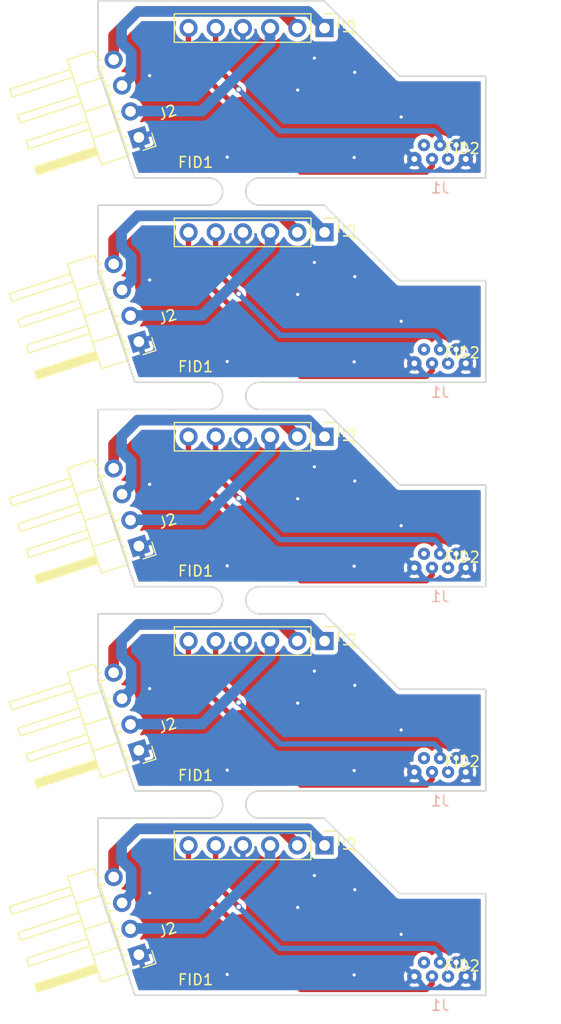
<source format=kicad_pcb>
(kicad_pcb (version 20171130) (host pcbnew 5.0.0-fee4fd1~66~ubuntu16.04.1)

  (general
    (thickness 1.6)
    (drawings 51)
    (tracks 160)
    (zones 0)
    (modules 64)
    (nets 9)
  )

  (page A4)
  (layers
    (0 F.Cu signal)
    (31 B.Cu signal)
    (32 B.Adhes user)
    (33 F.Adhes user)
    (34 B.Paste user)
    (35 F.Paste user)
    (36 B.SilkS user)
    (37 F.SilkS user)
    (38 B.Mask user)
    (39 F.Mask user)
    (40 Dwgs.User user)
    (41 Cmts.User user)
    (42 Eco1.User user)
    (43 Eco2.User user)
    (44 Edge.Cuts user)
    (45 Margin user)
    (46 B.CrtYd user)
    (47 F.CrtYd user)
    (48 B.Fab user)
    (49 F.Fab user)
  )

  (setup
    (last_trace_width 1)
    (user_trace_width 0.2)
    (user_trace_width 0.3)
    (user_trace_width 0.4)
    (trace_clearance 0.2)
    (zone_clearance 0.4)
    (zone_45_only no)
    (trace_min 0.2)
    (segment_width 0.2)
    (edge_width 0.15)
    (via_size 0.6)
    (via_drill 0.4)
    (via_min_size 0.4)
    (via_min_drill 0.3)
    (uvia_size 0.3)
    (uvia_drill 0.1)
    (uvias_allowed no)
    (uvia_min_size 0.2)
    (uvia_min_drill 0.1)
    (pcb_text_width 0.3)
    (pcb_text_size 1.5 1.5)
    (mod_edge_width 0.15)
    (mod_text_size 1 1)
    (mod_text_width 0.15)
    (pad_size 0.6 0.6)
    (pad_drill 0.3)
    (pad_to_mask_clearance 0.2)
    (aux_axis_origin 122.301 78.8924)
    (visible_elements FFFD8E09)
    (pcbplotparams
      (layerselection 0x010f0_ffffffff)
      (usegerberextensions true)
      (usegerberattributes false)
      (usegerberadvancedattributes false)
      (creategerberjobfile false)
      (excludeedgelayer true)
      (linewidth 0.100000)
      (plotframeref false)
      (viasonmask false)
      (mode 1)
      (useauxorigin false)
      (hpglpennumber 1)
      (hpglpenspeed 20)
      (hpglpendiameter 15.000000)
      (psnegative false)
      (psa4output false)
      (plotreference true)
      (plotvalue true)
      (plotinvisibletext false)
      (padsonsilk false)
      (subtractmaskfromsilk false)
      (outputformat 1)
      (mirror false)
      (drillshape 0)
      (scaleselection 1)
      (outputdirectory "Plots"))
  )

  (net 0 "")
  (net 1 "Net-(J1-Pad2)")
  (net 2 "Net-(J1-Pad3)")
  (net 3 GND)
  (net 4 SYS_3.3V)
  (net 5 SCK)
  (net 6 SDA)
  (net 7 "Net-(J1-Pad1)")
  (net 8 "Net-(J1-Pad4)")

  (net_class Default "This is the default net class."
    (clearance 0.2)
    (trace_width 1)
    (via_dia 0.6)
    (via_drill 0.4)
    (uvia_dia 0.3)
    (uvia_drill 0.1)
    (add_net GND)
    (add_net "Net-(J1-Pad1)")
    (add_net "Net-(J1-Pad2)")
    (add_net "Net-(J1-Pad3)")
    (add_net "Net-(J1-Pad4)")
    (add_net SCK)
    (add_net SDA)
    (add_net SYS_3.3V)
  )

  (module WiRoc:mouse-bite-2.54mm-slot (layer F.Cu) (tedit 551DB929) (tstamp 5BDA82FC)
    (at 135 153.873)
    (fp_text reference mouse-bite-2.54mm-slot (at 0 -2) (layer F.SilkS) hide
      (effects (font (size 1 1) (thickness 0.2)))
    )
    (fp_text value VAL** (at 0 2.1) (layer F.SilkS) hide
      (effects (font (size 1 1) (thickness 0.2)))
    )
    (fp_line (start -2.33 0) (end -2.33 0) (layer Eco1.User) (width 2.54))
    (fp_line (start 2.33 0) (end 2.33 0) (layer Eco1.User) (width 2.54))
    (fp_arc (start 2.33 0) (end 2.33 1.27) (angle 180) (layer F.SilkS) (width 0.1))
    (fp_circle (center 2.33 0) (end 2.33 -0.06) (layer Dwgs.User) (width 0.05))
    (fp_circle (center -2.33 0) (end -2.27 0) (layer Dwgs.User) (width 0.05))
    (fp_arc (start -2.33 0) (end -2.33 1.27) (angle -180) (layer F.SilkS) (width 0.1))
    (pad "" np_thru_hole circle (at 0 -1.1) (size 0.5 0.5) (drill 0.5) (layers *.Cu *.Mask))
    (pad "" np_thru_hole circle (at 0 1.1) (size 0.5 0.5) (drill 0.5) (layers *.Cu *.Mask))
    (pad "" np_thru_hole circle (at 0.8 -1.1) (size 0.5 0.5) (drill 0.5) (layers *.Cu *.Mask))
    (pad "" np_thru_hole circle (at -0.8 -1.1) (size 0.5 0.5) (drill 0.5) (layers *.Cu *.Mask))
    (pad "" np_thru_hole circle (at -0.8 1.1) (size 0.5 0.5) (drill 0.5) (layers *.Cu *.Mask))
    (pad "" np_thru_hole circle (at 0.8 1.1) (size 0.5 0.5) (drill 0.5) (layers *.Cu *.Mask))
  )

  (module WiRoc:mouse-bite-2.54mm-slot (layer F.Cu) (tedit 551DB929) (tstamp 5BDA82ED)
    (at 135 134.807)
    (fp_text reference mouse-bite-2.54mm-slot (at 0 -2) (layer F.SilkS) hide
      (effects (font (size 1 1) (thickness 0.2)))
    )
    (fp_text value VAL** (at 0 2.1) (layer F.SilkS) hide
      (effects (font (size 1 1) (thickness 0.2)))
    )
    (fp_line (start -2.33 0) (end -2.33 0) (layer Eco1.User) (width 2.54))
    (fp_line (start 2.33 0) (end 2.33 0) (layer Eco1.User) (width 2.54))
    (fp_arc (start 2.33 0) (end 2.33 1.27) (angle 180) (layer F.SilkS) (width 0.1))
    (fp_circle (center 2.33 0) (end 2.33 -0.06) (layer Dwgs.User) (width 0.05))
    (fp_circle (center -2.33 0) (end -2.27 0) (layer Dwgs.User) (width 0.05))
    (fp_arc (start -2.33 0) (end -2.33 1.27) (angle -180) (layer F.SilkS) (width 0.1))
    (pad "" np_thru_hole circle (at 0 -1.1) (size 0.5 0.5) (drill 0.5) (layers *.Cu *.Mask))
    (pad "" np_thru_hole circle (at 0 1.1) (size 0.5 0.5) (drill 0.5) (layers *.Cu *.Mask))
    (pad "" np_thru_hole circle (at 0.8 -1.1) (size 0.5 0.5) (drill 0.5) (layers *.Cu *.Mask))
    (pad "" np_thru_hole circle (at -0.8 -1.1) (size 0.5 0.5) (drill 0.5) (layers *.Cu *.Mask))
    (pad "" np_thru_hole circle (at -0.8 1.1) (size 0.5 0.5) (drill 0.5) (layers *.Cu *.Mask))
    (pad "" np_thru_hole circle (at 0.8 1.1) (size 0.5 0.5) (drill 0.5) (layers *.Cu *.Mask))
  )

  (module WiRoc:mouse-bite-2.54mm-slot (layer F.Cu) (tedit 551DB929) (tstamp 5BDA82DE)
    (at 135 115.741)
    (fp_text reference mouse-bite-2.54mm-slot (at 0 -2) (layer F.SilkS) hide
      (effects (font (size 1 1) (thickness 0.2)))
    )
    (fp_text value VAL** (at 0 2.1) (layer F.SilkS) hide
      (effects (font (size 1 1) (thickness 0.2)))
    )
    (fp_line (start -2.33 0) (end -2.33 0) (layer Eco1.User) (width 2.54))
    (fp_line (start 2.33 0) (end 2.33 0) (layer Eco1.User) (width 2.54))
    (fp_arc (start 2.33 0) (end 2.33 1.27) (angle 180) (layer F.SilkS) (width 0.1))
    (fp_circle (center 2.33 0) (end 2.33 -0.06) (layer Dwgs.User) (width 0.05))
    (fp_circle (center -2.33 0) (end -2.27 0) (layer Dwgs.User) (width 0.05))
    (fp_arc (start -2.33 0) (end -2.33 1.27) (angle -180) (layer F.SilkS) (width 0.1))
    (pad "" np_thru_hole circle (at 0 -1.1) (size 0.5 0.5) (drill 0.5) (layers *.Cu *.Mask))
    (pad "" np_thru_hole circle (at 0 1.1) (size 0.5 0.5) (drill 0.5) (layers *.Cu *.Mask))
    (pad "" np_thru_hole circle (at 0.8 -1.1) (size 0.5 0.5) (drill 0.5) (layers *.Cu *.Mask))
    (pad "" np_thru_hole circle (at -0.8 -1.1) (size 0.5 0.5) (drill 0.5) (layers *.Cu *.Mask))
    (pad "" np_thru_hole circle (at -0.8 1.1) (size 0.5 0.5) (drill 0.5) (layers *.Cu *.Mask))
    (pad "" np_thru_hole circle (at 0.8 1.1) (size 0.5 0.5) (drill 0.5) (layers *.Cu *.Mask))
  )

  (module WiRoc:Fiducial (layer F.Cu) (tedit 5AD38C52) (tstamp 5BCE0F52)
    (at 128.07442 170.2059)
    (path /5AEEF7D5)
    (fp_text reference FID1 (at 3.302 0) (layer F.SilkS)
      (effects (font (size 1 1) (thickness 0.15)))
    )
    (fp_text value FIDUCIAL (at 0 3.302) (layer F.Fab)
      (effects (font (size 1 1) (thickness 0.15)))
    )
    (pad 1 smd circle (at 0 0) (size 1 1) (layers F.Cu F.Mask)
      (solder_mask_margin 0.5) (clearance 0.5))
  )

  (module WiRoc:Fiducial (layer F.Cu) (tedit 5AD38C52) (tstamp 5BCE0F4E)
    (at 128.07442 151.1399)
    (path /5AEEF7D5)
    (fp_text reference FID1 (at 3.302 0) (layer F.SilkS)
      (effects (font (size 1 1) (thickness 0.15)))
    )
    (fp_text value FIDUCIAL (at 0 3.302) (layer F.Fab)
      (effects (font (size 1 1) (thickness 0.15)))
    )
    (pad 1 smd circle (at 0 0) (size 1 1) (layers F.Cu F.Mask)
      (solder_mask_margin 0.5) (clearance 0.5))
  )

  (module WiRoc:Fiducial (layer F.Cu) (tedit 5AD38C52) (tstamp 5BCE0F4A)
    (at 128.07442 132.0739)
    (path /5AEEF7D5)
    (fp_text reference FID1 (at 3.302 0) (layer F.SilkS)
      (effects (font (size 1 1) (thickness 0.15)))
    )
    (fp_text value FIDUCIAL (at 0 3.302) (layer F.Fab)
      (effects (font (size 1 1) (thickness 0.15)))
    )
    (pad 1 smd circle (at 0 0) (size 1 1) (layers F.Cu F.Mask)
      (solder_mask_margin 0.5) (clearance 0.5))
  )

  (module WiRoc:Fiducial (layer F.Cu) (tedit 5AD38C52) (tstamp 5BCE0F46)
    (at 128.07442 113.0079)
    (path /5AEEF7D5)
    (fp_text reference FID1 (at 3.302 0) (layer F.SilkS)
      (effects (font (size 1 1) (thickness 0.15)))
    )
    (fp_text value FIDUCIAL (at 0 3.302) (layer F.Fab)
      (effects (font (size 1 1) (thickness 0.15)))
    )
    (pad 1 smd circle (at 0 0) (size 1 1) (layers F.Cu F.Mask)
      (solder_mask_margin 0.5) (clearance 0.5))
  )

  (module WiRoc:VIA-0.6mm (layer F.Cu) (tedit 5AEF5363) (tstamp 5BCE0F42)
    (at 142.47114 160.4777)
    (fp_text reference REF** (at 0 1.35) (layer F.SilkS) hide
      (effects (font (size 1 1) (thickness 0.15)))
    )
    (fp_text value VIA-0.6mm (at -0.05 -1.4) (layer F.Fab) hide
      (effects (font (size 1 1) (thickness 0.15)))
    )
    (pad 1 thru_hole circle (at 0 0) (size 0.6 0.6) (drill 0.3) (layers *.Cu)
      (net 3 GND) (zone_connect 2))
  )

  (module WiRoc:VIA-0.6mm (layer F.Cu) (tedit 5AEF5363) (tstamp 5BCE0F3E)
    (at 142.47114 141.4117)
    (fp_text reference REF** (at 0 1.35) (layer F.SilkS) hide
      (effects (font (size 1 1) (thickness 0.15)))
    )
    (fp_text value VIA-0.6mm (at -0.05 -1.4) (layer F.Fab) hide
      (effects (font (size 1 1) (thickness 0.15)))
    )
    (pad 1 thru_hole circle (at 0 0) (size 0.6 0.6) (drill 0.3) (layers *.Cu)
      (net 3 GND) (zone_connect 2))
  )

  (module WiRoc:VIA-0.6mm (layer F.Cu) (tedit 5AEF5363) (tstamp 5BCE0F3A)
    (at 142.47114 122.3457)
    (fp_text reference REF** (at 0 1.35) (layer F.SilkS) hide
      (effects (font (size 1 1) (thickness 0.15)))
    )
    (fp_text value VIA-0.6mm (at -0.05 -1.4) (layer F.Fab) hide
      (effects (font (size 1 1) (thickness 0.15)))
    )
    (pad 1 thru_hole circle (at 0 0) (size 0.6 0.6) (drill 0.3) (layers *.Cu)
      (net 3 GND) (zone_connect 2))
  )

  (module WiRoc:VIA-0.6mm (layer F.Cu) (tedit 5AEF5363) (tstamp 5BCE0F36)
    (at 142.47114 103.2797)
    (fp_text reference REF** (at 0 1.35) (layer F.SilkS) hide
      (effects (font (size 1 1) (thickness 0.15)))
    )
    (fp_text value VIA-0.6mm (at -0.05 -1.4) (layer F.Fab) hide
      (effects (font (size 1 1) (thickness 0.15)))
    )
    (pad 1 thru_hole circle (at 0 0) (size 0.6 0.6) (drill 0.3) (layers *.Cu)
      (net 3 GND) (zone_connect 2))
  )

  (module WiRoc:VIA-0.6mm (layer F.Cu) (tedit 5AEF536C) (tstamp 5BCE0F32)
    (at 150.57374 165.96918)
    (fp_text reference REF** (at 0 1.35) (layer F.SilkS) hide
      (effects (font (size 1 1) (thickness 0.15)))
    )
    (fp_text value VIA-0.6mm (at -0.05 -1.4) (layer F.Fab) hide
      (effects (font (size 1 1) (thickness 0.15)))
    )
    (pad 1 thru_hole circle (at 0 0) (size 0.6 0.6) (drill 0.3) (layers *.Cu)
      (net 3 GND) (zone_connect 2))
  )

  (module WiRoc:VIA-0.6mm (layer F.Cu) (tedit 5AEF536C) (tstamp 5BCE0F2E)
    (at 150.57374 146.90318)
    (fp_text reference REF** (at 0 1.35) (layer F.SilkS) hide
      (effects (font (size 1 1) (thickness 0.15)))
    )
    (fp_text value VIA-0.6mm (at -0.05 -1.4) (layer F.Fab) hide
      (effects (font (size 1 1) (thickness 0.15)))
    )
    (pad 1 thru_hole circle (at 0 0) (size 0.6 0.6) (drill 0.3) (layers *.Cu)
      (net 3 GND) (zone_connect 2))
  )

  (module WiRoc:VIA-0.6mm (layer F.Cu) (tedit 5AEF536C) (tstamp 5BCE0F2A)
    (at 150.57374 127.83718)
    (fp_text reference REF** (at 0 1.35) (layer F.SilkS) hide
      (effects (font (size 1 1) (thickness 0.15)))
    )
    (fp_text value VIA-0.6mm (at -0.05 -1.4) (layer F.Fab) hide
      (effects (font (size 1 1) (thickness 0.15)))
    )
    (pad 1 thru_hole circle (at 0 0) (size 0.6 0.6) (drill 0.3) (layers *.Cu)
      (net 3 GND) (zone_connect 2))
  )

  (module WiRoc:VIA-0.6mm (layer F.Cu) (tedit 5AEF536C) (tstamp 5BCE0F26)
    (at 150.57374 108.77118)
    (fp_text reference REF** (at 0 1.35) (layer F.SilkS) hide
      (effects (font (size 1 1) (thickness 0.15)))
    )
    (fp_text value VIA-0.6mm (at -0.05 -1.4) (layer F.Fab) hide
      (effects (font (size 1 1) (thickness 0.15)))
    )
    (pad 1 thru_hole circle (at 0 0) (size 0.6 0.6) (drill 0.3) (layers *.Cu)
      (net 3 GND) (zone_connect 2))
  )

  (module WiRoc:VIA-0.6mm (layer F.Cu) (tedit 5AEF5363) (tstamp 5BCE0F22)
    (at 140.91412 163.4622)
    (fp_text reference REF** (at 0 1.35) (layer F.SilkS) hide
      (effects (font (size 1 1) (thickness 0.15)))
    )
    (fp_text value VIA-0.6mm (at -0.05 -1.4) (layer F.Fab) hide
      (effects (font (size 1 1) (thickness 0.15)))
    )
    (pad 1 thru_hole circle (at 0 0) (size 0.6 0.6) (drill 0.3) (layers *.Cu)
      (net 3 GND) (zone_connect 2))
  )

  (module WiRoc:VIA-0.6mm (layer F.Cu) (tedit 5AEF5363) (tstamp 5BCE0F1E)
    (at 140.91412 144.3962)
    (fp_text reference REF** (at 0 1.35) (layer F.SilkS) hide
      (effects (font (size 1 1) (thickness 0.15)))
    )
    (fp_text value VIA-0.6mm (at -0.05 -1.4) (layer F.Fab) hide
      (effects (font (size 1 1) (thickness 0.15)))
    )
    (pad 1 thru_hole circle (at 0 0) (size 0.6 0.6) (drill 0.3) (layers *.Cu)
      (net 3 GND) (zone_connect 2))
  )

  (module WiRoc:VIA-0.6mm (layer F.Cu) (tedit 5AEF5363) (tstamp 5BCE0F1A)
    (at 140.91412 125.3302)
    (fp_text reference REF** (at 0 1.35) (layer F.SilkS) hide
      (effects (font (size 1 1) (thickness 0.15)))
    )
    (fp_text value VIA-0.6mm (at -0.05 -1.4) (layer F.Fab) hide
      (effects (font (size 1 1) (thickness 0.15)))
    )
    (pad 1 thru_hole circle (at 0 0) (size 0.6 0.6) (drill 0.3) (layers *.Cu)
      (net 3 GND) (zone_connect 2))
  )

  (module WiRoc:VIA-0.6mm (layer F.Cu) (tedit 5AEF5363) (tstamp 5BCE0F16)
    (at 140.91412 106.2642)
    (fp_text reference REF** (at 0 1.35) (layer F.SilkS) hide
      (effects (font (size 1 1) (thickness 0.15)))
    )
    (fp_text value VIA-0.6mm (at -0.05 -1.4) (layer F.Fab) hide
      (effects (font (size 1 1) (thickness 0.15)))
    )
    (pad 1 thru_hole circle (at 0 0) (size 0.6 0.6) (drill 0.3) (layers *.Cu)
      (net 3 GND) (zone_connect 2))
  )

  (module WiRoc:Fiducial (layer F.Cu) (tedit 5AD38C52) (tstamp 5BCE0EFA)
    (at 156.26842 166.36796)
    (path /5AEEF890)
    (fp_text reference FID2 (at 0 2.54) (layer F.SilkS)
      (effects (font (size 1 1) (thickness 0.15)))
    )
    (fp_text value FIDUCIAL (at 5.842 0) (layer F.Fab)
      (effects (font (size 1 1) (thickness 0.15)))
    )
    (pad 1 smd circle (at 0 0) (size 1 1) (layers F.Cu F.Mask)
      (solder_mask_margin 0.5) (clearance 0.5))
  )

  (module WiRoc:Fiducial (layer F.Cu) (tedit 5AD38C52) (tstamp 5BCE0EF6)
    (at 156.26842 147.30196)
    (path /5AEEF890)
    (fp_text reference FID2 (at 0 2.54) (layer F.SilkS)
      (effects (font (size 1 1) (thickness 0.15)))
    )
    (fp_text value FIDUCIAL (at 5.842 0) (layer F.Fab)
      (effects (font (size 1 1) (thickness 0.15)))
    )
    (pad 1 smd circle (at 0 0) (size 1 1) (layers F.Cu F.Mask)
      (solder_mask_margin 0.5) (clearance 0.5))
  )

  (module WiRoc:Fiducial (layer F.Cu) (tedit 5AD38C52) (tstamp 5BCE0EF2)
    (at 156.26842 128.23596)
    (path /5AEEF890)
    (fp_text reference FID2 (at 0 2.54) (layer F.SilkS)
      (effects (font (size 1 1) (thickness 0.15)))
    )
    (fp_text value FIDUCIAL (at 5.842 0) (layer F.Fab)
      (effects (font (size 1 1) (thickness 0.15)))
    )
    (pad 1 smd circle (at 0 0) (size 1 1) (layers F.Cu F.Mask)
      (solder_mask_margin 0.5) (clearance 0.5))
  )

  (module WiRoc:Fiducial (layer F.Cu) (tedit 5AD38C52) (tstamp 5BCE0EEE)
    (at 156.26842 109.16996)
    (path /5AEEF890)
    (fp_text reference FID2 (at 0 2.54) (layer F.SilkS)
      (effects (font (size 1 1) (thickness 0.15)))
    )
    (fp_text value FIDUCIAL (at 5.842 0) (layer F.Fab)
      (effects (font (size 1 1) (thickness 0.15)))
    )
    (pad 1 smd circle (at 0 0) (size 1 1) (layers F.Cu F.Mask)
      (solder_mask_margin 0.5) (clearance 0.5))
  )

  (module WiRoc:VIA-0.6mm (layer F.Cu) (tedit 5AEF534D) (tstamp 5BCE0EEA)
    (at 146.24304 161.80358)
    (fp_text reference REF** (at 0 1.35) (layer F.SilkS) hide
      (effects (font (size 1 1) (thickness 0.15)))
    )
    (fp_text value VIA-0.6mm (at -0.05 -1.4) (layer F.Fab) hide
      (effects (font (size 1 1) (thickness 0.15)))
    )
    (pad 1 thru_hole circle (at 0 0) (size 0.6 0.6) (drill 0.3) (layers *.Cu)
      (net 3 GND) (zone_connect 2))
  )

  (module WiRoc:VIA-0.6mm (layer F.Cu) (tedit 5AEF534D) (tstamp 5BCE0EE6)
    (at 146.24304 142.73758)
    (fp_text reference REF** (at 0 1.35) (layer F.SilkS) hide
      (effects (font (size 1 1) (thickness 0.15)))
    )
    (fp_text value VIA-0.6mm (at -0.05 -1.4) (layer F.Fab) hide
      (effects (font (size 1 1) (thickness 0.15)))
    )
    (pad 1 thru_hole circle (at 0 0) (size 0.6 0.6) (drill 0.3) (layers *.Cu)
      (net 3 GND) (zone_connect 2))
  )

  (module WiRoc:VIA-0.6mm (layer F.Cu) (tedit 5AEF534D) (tstamp 5BCE0EE2)
    (at 146.24304 123.67158)
    (fp_text reference REF** (at 0 1.35) (layer F.SilkS) hide
      (effects (font (size 1 1) (thickness 0.15)))
    )
    (fp_text value VIA-0.6mm (at -0.05 -1.4) (layer F.Fab) hide
      (effects (font (size 1 1) (thickness 0.15)))
    )
    (pad 1 thru_hole circle (at 0 0) (size 0.6 0.6) (drill 0.3) (layers *.Cu)
      (net 3 GND) (zone_connect 2))
  )

  (module WiRoc:VIA-0.6mm (layer F.Cu) (tedit 5AEF534D) (tstamp 5BCE0EDE)
    (at 146.24304 104.60558)
    (fp_text reference REF** (at 0 1.35) (layer F.SilkS) hide
      (effects (font (size 1 1) (thickness 0.15)))
    )
    (fp_text value VIA-0.6mm (at -0.05 -1.4) (layer F.Fab) hide
      (effects (font (size 1 1) (thickness 0.15)))
    )
    (pad 1 thru_hole circle (at 0 0) (size 0.6 0.6) (drill 0.3) (layers *.Cu)
      (net 3 GND) (zone_connect 2))
  )

  (module WiRoc:VIA-0.6mm (layer F.Cu) (tedit 5AEF5363) (tstamp 5BCE0EDA)
    (at 146.18462 169.75124)
    (fp_text reference REF** (at 0 1.35) (layer F.SilkS) hide
      (effects (font (size 1 1) (thickness 0.15)))
    )
    (fp_text value VIA-0.6mm (at -0.05 -1.4) (layer F.Fab) hide
      (effects (font (size 1 1) (thickness 0.15)))
    )
    (pad 1 thru_hole circle (at 0 0) (size 0.6 0.6) (drill 0.3) (layers *.Cu)
      (net 3 GND) (zone_connect 2))
  )

  (module WiRoc:VIA-0.6mm (layer F.Cu) (tedit 5AEF5363) (tstamp 5BCE0ED6)
    (at 146.18462 150.68524)
    (fp_text reference REF** (at 0 1.35) (layer F.SilkS) hide
      (effects (font (size 1 1) (thickness 0.15)))
    )
    (fp_text value VIA-0.6mm (at -0.05 -1.4) (layer F.Fab) hide
      (effects (font (size 1 1) (thickness 0.15)))
    )
    (pad 1 thru_hole circle (at 0 0) (size 0.6 0.6) (drill 0.3) (layers *.Cu)
      (net 3 GND) (zone_connect 2))
  )

  (module WiRoc:VIA-0.6mm (layer F.Cu) (tedit 5AEF5363) (tstamp 5BCE0ED2)
    (at 146.18462 131.61924)
    (fp_text reference REF** (at 0 1.35) (layer F.SilkS) hide
      (effects (font (size 1 1) (thickness 0.15)))
    )
    (fp_text value VIA-0.6mm (at -0.05 -1.4) (layer F.Fab) hide
      (effects (font (size 1 1) (thickness 0.15)))
    )
    (pad 1 thru_hole circle (at 0 0) (size 0.6 0.6) (drill 0.3) (layers *.Cu)
      (net 3 GND) (zone_connect 2))
  )

  (module WiRoc:VIA-0.6mm (layer F.Cu) (tedit 5AEF5363) (tstamp 5BCE0ECE)
    (at 146.18462 112.55324)
    (fp_text reference REF** (at 0 1.35) (layer F.SilkS) hide
      (effects (font (size 1 1) (thickness 0.15)))
    )
    (fp_text value VIA-0.6mm (at -0.05 -1.4) (layer F.Fab) hide
      (effects (font (size 1 1) (thickness 0.15)))
    )
    (pad 1 thru_hole circle (at 0 0) (size 0.6 0.6) (drill 0.3) (layers *.Cu)
      (net 3 GND) (zone_connect 2))
  )

  (module WiRoc:VIA-0.6mm (layer F.Cu) (tedit 5AEF5363) (tstamp 5BCE0ECA)
    (at 127.09144 162.11092)
    (fp_text reference REF** (at 0 1.35) (layer F.SilkS) hide
      (effects (font (size 1 1) (thickness 0.15)))
    )
    (fp_text value VIA-0.6mm (at -0.05 -1.4) (layer F.Fab) hide
      (effects (font (size 1 1) (thickness 0.15)))
    )
    (pad 1 thru_hole circle (at 0 0) (size 0.6 0.6) (drill 0.3) (layers *.Cu)
      (net 3 GND) (zone_connect 2))
  )

  (module WiRoc:VIA-0.6mm (layer F.Cu) (tedit 5AEF5363) (tstamp 5BCE0EC6)
    (at 127.09144 143.04492)
    (fp_text reference REF** (at 0 1.35) (layer F.SilkS) hide
      (effects (font (size 1 1) (thickness 0.15)))
    )
    (fp_text value VIA-0.6mm (at -0.05 -1.4) (layer F.Fab) hide
      (effects (font (size 1 1) (thickness 0.15)))
    )
    (pad 1 thru_hole circle (at 0 0) (size 0.6 0.6) (drill 0.3) (layers *.Cu)
      (net 3 GND) (zone_connect 2))
  )

  (module WiRoc:VIA-0.6mm (layer F.Cu) (tedit 5AEF5363) (tstamp 5BCE0EC2)
    (at 127.09144 123.97892)
    (fp_text reference REF** (at 0 1.35) (layer F.SilkS) hide
      (effects (font (size 1 1) (thickness 0.15)))
    )
    (fp_text value VIA-0.6mm (at -0.05 -1.4) (layer F.Fab) hide
      (effects (font (size 1 1) (thickness 0.15)))
    )
    (pad 1 thru_hole circle (at 0 0) (size 0.6 0.6) (drill 0.3) (layers *.Cu)
      (net 3 GND) (zone_connect 2))
  )

  (module WiRoc:VIA-0.6mm (layer F.Cu) (tedit 5AEF5363) (tstamp 5BCE0EBE)
    (at 127.09144 104.91292)
    (fp_text reference REF** (at 0 1.35) (layer F.SilkS) hide
      (effects (font (size 1 1) (thickness 0.15)))
    )
    (fp_text value VIA-0.6mm (at -0.05 -1.4) (layer F.Fab) hide
      (effects (font (size 1 1) (thickness 0.15)))
    )
    (pad 1 thru_hole circle (at 0 0) (size 0.6 0.6) (drill 0.3) (layers *.Cu)
      (net 3 GND) (zone_connect 2))
  )

  (module Pin_Headers:Pin_Header_Angled_1x04_Pitch2.54mm (layer F.Cu) (tedit 59650532) (tstamp 5BCE0E32)
    (at 126.0836 167.871 198)
    (descr "Through hole angled pin header, 1x04, 2.54mm pitch, 6mm pin length, single row")
    (tags "Through hole angled pin header THT 1x04 2.54mm single row")
    (path /5AEF051C)
    (fp_text reference J2 (at -3.257143 1.387391 198) (layer F.SilkS)
      (effects (font (size 1 1) (thickness 0.15)))
    )
    (fp_text value Conn_01x04 (at -6.802178 -0.031532 198) (layer F.Fab)
      (effects (font (size 1 1) (thickness 0.15)))
    )
    (fp_text user %R (at 2.77 3.81 288) (layer F.Fab)
      (effects (font (size 1 1) (thickness 0.15)))
    )
    (fp_line (start 10.55 -1.8) (end -1.8 -1.8) (layer F.CrtYd) (width 0.05))
    (fp_line (start 10.55 9.4) (end 10.55 -1.8) (layer F.CrtYd) (width 0.05))
    (fp_line (start -1.8 9.4) (end 10.55 9.4) (layer F.CrtYd) (width 0.05))
    (fp_line (start -1.8 -1.8) (end -1.8 9.4) (layer F.CrtYd) (width 0.05))
    (fp_line (start -1.27 -1.27) (end 0 -1.27) (layer F.SilkS) (width 0.12))
    (fp_line (start -1.27 0) (end -1.27 -1.27) (layer F.SilkS) (width 0.12))
    (fp_line (start 1.042929 8) (end 1.44 8) (layer F.SilkS) (width 0.12))
    (fp_line (start 1.042929 7.239999) (end 1.44 7.24) (layer F.SilkS) (width 0.12))
    (fp_line (start 10.1 8) (end 4.1 8) (layer F.SilkS) (width 0.12))
    (fp_line (start 10.1 7.24) (end 10.1 8) (layer F.SilkS) (width 0.12))
    (fp_line (start 4.1 7.240001) (end 10.1 7.24) (layer F.SilkS) (width 0.12))
    (fp_line (start 1.44 6.35) (end 4.1 6.35) (layer F.SilkS) (width 0.12))
    (fp_line (start 1.042929 5.46) (end 1.44 5.46) (layer F.SilkS) (width 0.12))
    (fp_line (start 1.042929 4.7) (end 1.44 4.7) (layer F.SilkS) (width 0.12))
    (fp_line (start 10.1 5.46) (end 4.1 5.46) (layer F.SilkS) (width 0.12))
    (fp_line (start 10.1 4.7) (end 10.1 5.46) (layer F.SilkS) (width 0.12))
    (fp_line (start 4.1 4.7) (end 10.1 4.7) (layer F.SilkS) (width 0.12))
    (fp_line (start 1.44 3.81) (end 4.099999 3.81) (layer F.SilkS) (width 0.12))
    (fp_line (start 1.042929 2.92) (end 1.44 2.92) (layer F.SilkS) (width 0.12))
    (fp_line (start 1.042929 2.16) (end 1.44 2.16) (layer F.SilkS) (width 0.12))
    (fp_line (start 10.1 2.919999) (end 4.1 2.92) (layer F.SilkS) (width 0.12))
    (fp_line (start 10.100001 2.16) (end 10.1 2.919999) (layer F.SilkS) (width 0.12))
    (fp_line (start 4.1 2.159999) (end 10.100001 2.16) (layer F.SilkS) (width 0.12))
    (fp_line (start 1.44 1.27) (end 4.1 1.27) (layer F.SilkS) (width 0.12))
    (fp_line (start 1.11 0.38) (end 1.44 0.38) (layer F.SilkS) (width 0.12))
    (fp_line (start 1.11 -0.38) (end 1.44 -0.38) (layer F.SilkS) (width 0.12))
    (fp_line (start 4.1 0.28) (end 10.1 0.28) (layer F.SilkS) (width 0.12))
    (fp_line (start 4.1 0.16) (end 10.100001 0.16) (layer F.SilkS) (width 0.12))
    (fp_line (start 4.099999 0.04) (end 10.099999 0.04) (layer F.SilkS) (width 0.12))
    (fp_line (start 4.1 -0.08) (end 10.1 -0.08) (layer F.SilkS) (width 0.12))
    (fp_line (start 4.1 -0.2) (end 10.1 -0.2) (layer F.SilkS) (width 0.12))
    (fp_line (start 4.1 -0.32) (end 10.1 -0.32) (layer F.SilkS) (width 0.12))
    (fp_line (start 10.1 0.38) (end 4.1 0.38) (layer F.SilkS) (width 0.12))
    (fp_line (start 10.1 -0.38) (end 10.1 0.38) (layer F.SilkS) (width 0.12))
    (fp_line (start 4.1 -0.38) (end 10.1 -0.38) (layer F.SilkS) (width 0.12))
    (fp_line (start 4.1 -1.33) (end 1.44 -1.33) (layer F.SilkS) (width 0.12))
    (fp_line (start 4.1 8.95) (end 4.1 -1.33) (layer F.SilkS) (width 0.12))
    (fp_line (start 1.44 8.95) (end 4.1 8.95) (layer F.SilkS) (width 0.12))
    (fp_line (start 1.44 -1.33) (end 1.44 8.95) (layer F.SilkS) (width 0.12))
    (fp_line (start 4.04 7.94) (end 10.04 7.94) (layer F.Fab) (width 0.1))
    (fp_line (start 10.04 7.3) (end 10.04 7.94) (layer F.Fab) (width 0.1))
    (fp_line (start 4.04 7.3) (end 10.04 7.3) (layer F.Fab) (width 0.1))
    (fp_line (start -0.32 7.94) (end 1.5 7.94) (layer F.Fab) (width 0.1))
    (fp_line (start -0.32 7.3) (end -0.32 7.94) (layer F.Fab) (width 0.1))
    (fp_line (start -0.32 7.3) (end 1.5 7.3) (layer F.Fab) (width 0.1))
    (fp_line (start 4.04 5.4) (end 10.04 5.4) (layer F.Fab) (width 0.1))
    (fp_line (start 10.04 4.76) (end 10.04 5.4) (layer F.Fab) (width 0.1))
    (fp_line (start 4.04 4.76) (end 10.04 4.76) (layer F.Fab) (width 0.1))
    (fp_line (start -0.32 5.4) (end 1.5 5.4) (layer F.Fab) (width 0.1))
    (fp_line (start -0.32 4.76) (end -0.32 5.4) (layer F.Fab) (width 0.1))
    (fp_line (start -0.32 4.76) (end 1.5 4.760001) (layer F.Fab) (width 0.1))
    (fp_line (start 4.04 2.86) (end 10.04 2.86) (layer F.Fab) (width 0.1))
    (fp_line (start 10.04 2.22) (end 10.04 2.86) (layer F.Fab) (width 0.1))
    (fp_line (start 4.04 2.22) (end 10.04 2.22) (layer F.Fab) (width 0.1))
    (fp_line (start -0.32 2.86) (end 1.5 2.86) (layer F.Fab) (width 0.1))
    (fp_line (start -0.32 2.22) (end -0.32 2.86) (layer F.Fab) (width 0.1))
    (fp_line (start -0.32 2.22) (end 1.5 2.22) (layer F.Fab) (width 0.1))
    (fp_line (start 4.04 0.32) (end 10.04 0.32) (layer F.Fab) (width 0.1))
    (fp_line (start 10.04 -0.32) (end 10.04 0.32) (layer F.Fab) (width 0.1))
    (fp_line (start 4.04 -0.32) (end 10.04 -0.32) (layer F.Fab) (width 0.1))
    (fp_line (start -0.32 0.32) (end 1.5 0.32) (layer F.Fab) (width 0.1))
    (fp_line (start -0.32 -0.32) (end -0.32 0.32) (layer F.Fab) (width 0.1))
    (fp_line (start -0.32 -0.32) (end 1.5 -0.320001) (layer F.Fab) (width 0.1))
    (fp_line (start 1.5 -0.635) (end 2.135 -1.27) (layer F.Fab) (width 0.1))
    (fp_line (start 1.5 8.89) (end 1.5 -0.635) (layer F.Fab) (width 0.1))
    (fp_line (start 4.04 8.89) (end 1.5 8.89) (layer F.Fab) (width 0.1))
    (fp_line (start 4.04 -1.27) (end 4.04 8.89) (layer F.Fab) (width 0.1))
    (fp_line (start 2.135 -1.27) (end 4.04 -1.27) (layer F.Fab) (width 0.1))
    (pad 4 thru_hole oval (at -0.000001 7.62 198) (size 1.7 1.7) (drill 1) (layers *.Cu *.Mask)
      (net 6 SDA))
    (pad 3 thru_hole oval (at 0 5.08 198) (size 1.7 1.7) (drill 1) (layers *.Cu *.Mask)
      (net 5 SCK))
    (pad 2 thru_hole oval (at 0 2.54 198) (size 1.7 1.7) (drill 1) (layers *.Cu *.Mask)
      (net 4 SYS_3.3V))
    (pad 1 thru_hole rect (at 0 0 198) (size 1.7 1.7) (drill 1) (layers *.Cu *.Mask)
      (net 3 GND))
    (model ${KISYS3DMOD}/Pin_Headers.3dshapes/Pin_Header_Angled_1x04_Pitch2.54mm.wrl
      (at (xyz 0 0 0))
      (scale (xyz 1 1 1))
      (rotate (xyz 0 0 0))
    )
  )

  (module Pin_Headers:Pin_Header_Angled_1x04_Pitch2.54mm (layer F.Cu) (tedit 59650532) (tstamp 5BCE0DE6)
    (at 126.0836 148.805 198)
    (descr "Through hole angled pin header, 1x04, 2.54mm pitch, 6mm pin length, single row")
    (tags "Through hole angled pin header THT 1x04 2.54mm single row")
    (path /5AEF051C)
    (fp_text reference J2 (at -3.257143 1.387391 198) (layer F.SilkS)
      (effects (font (size 1 1) (thickness 0.15)))
    )
    (fp_text value Conn_01x04 (at -6.802178 -0.031532 198) (layer F.Fab)
      (effects (font (size 1 1) (thickness 0.15)))
    )
    (fp_text user %R (at 2.77 3.81 288) (layer F.Fab)
      (effects (font (size 1 1) (thickness 0.15)))
    )
    (fp_line (start 10.55 -1.8) (end -1.8 -1.8) (layer F.CrtYd) (width 0.05))
    (fp_line (start 10.55 9.4) (end 10.55 -1.8) (layer F.CrtYd) (width 0.05))
    (fp_line (start -1.8 9.4) (end 10.55 9.4) (layer F.CrtYd) (width 0.05))
    (fp_line (start -1.8 -1.8) (end -1.8 9.4) (layer F.CrtYd) (width 0.05))
    (fp_line (start -1.27 -1.27) (end 0 -1.27) (layer F.SilkS) (width 0.12))
    (fp_line (start -1.27 0) (end -1.27 -1.27) (layer F.SilkS) (width 0.12))
    (fp_line (start 1.042929 8) (end 1.44 8) (layer F.SilkS) (width 0.12))
    (fp_line (start 1.042929 7.239999) (end 1.44 7.24) (layer F.SilkS) (width 0.12))
    (fp_line (start 10.1 8) (end 4.1 8) (layer F.SilkS) (width 0.12))
    (fp_line (start 10.1 7.24) (end 10.1 8) (layer F.SilkS) (width 0.12))
    (fp_line (start 4.1 7.240001) (end 10.1 7.24) (layer F.SilkS) (width 0.12))
    (fp_line (start 1.44 6.35) (end 4.1 6.35) (layer F.SilkS) (width 0.12))
    (fp_line (start 1.042929 5.46) (end 1.44 5.46) (layer F.SilkS) (width 0.12))
    (fp_line (start 1.042929 4.7) (end 1.44 4.7) (layer F.SilkS) (width 0.12))
    (fp_line (start 10.1 5.46) (end 4.1 5.46) (layer F.SilkS) (width 0.12))
    (fp_line (start 10.1 4.7) (end 10.1 5.46) (layer F.SilkS) (width 0.12))
    (fp_line (start 4.1 4.7) (end 10.1 4.7) (layer F.SilkS) (width 0.12))
    (fp_line (start 1.44 3.81) (end 4.099999 3.81) (layer F.SilkS) (width 0.12))
    (fp_line (start 1.042929 2.92) (end 1.44 2.92) (layer F.SilkS) (width 0.12))
    (fp_line (start 1.042929 2.16) (end 1.44 2.16) (layer F.SilkS) (width 0.12))
    (fp_line (start 10.1 2.919999) (end 4.1 2.92) (layer F.SilkS) (width 0.12))
    (fp_line (start 10.100001 2.16) (end 10.1 2.919999) (layer F.SilkS) (width 0.12))
    (fp_line (start 4.1 2.159999) (end 10.100001 2.16) (layer F.SilkS) (width 0.12))
    (fp_line (start 1.44 1.27) (end 4.1 1.27) (layer F.SilkS) (width 0.12))
    (fp_line (start 1.11 0.38) (end 1.44 0.38) (layer F.SilkS) (width 0.12))
    (fp_line (start 1.11 -0.38) (end 1.44 -0.38) (layer F.SilkS) (width 0.12))
    (fp_line (start 4.1 0.28) (end 10.1 0.28) (layer F.SilkS) (width 0.12))
    (fp_line (start 4.1 0.16) (end 10.100001 0.16) (layer F.SilkS) (width 0.12))
    (fp_line (start 4.099999 0.04) (end 10.099999 0.04) (layer F.SilkS) (width 0.12))
    (fp_line (start 4.1 -0.08) (end 10.1 -0.08) (layer F.SilkS) (width 0.12))
    (fp_line (start 4.1 -0.2) (end 10.1 -0.2) (layer F.SilkS) (width 0.12))
    (fp_line (start 4.1 -0.32) (end 10.1 -0.32) (layer F.SilkS) (width 0.12))
    (fp_line (start 10.1 0.38) (end 4.1 0.38) (layer F.SilkS) (width 0.12))
    (fp_line (start 10.1 -0.38) (end 10.1 0.38) (layer F.SilkS) (width 0.12))
    (fp_line (start 4.1 -0.38) (end 10.1 -0.38) (layer F.SilkS) (width 0.12))
    (fp_line (start 4.1 -1.33) (end 1.44 -1.33) (layer F.SilkS) (width 0.12))
    (fp_line (start 4.1 8.95) (end 4.1 -1.33) (layer F.SilkS) (width 0.12))
    (fp_line (start 1.44 8.95) (end 4.1 8.95) (layer F.SilkS) (width 0.12))
    (fp_line (start 1.44 -1.33) (end 1.44 8.95) (layer F.SilkS) (width 0.12))
    (fp_line (start 4.04 7.94) (end 10.04 7.94) (layer F.Fab) (width 0.1))
    (fp_line (start 10.04 7.3) (end 10.04 7.94) (layer F.Fab) (width 0.1))
    (fp_line (start 4.04 7.3) (end 10.04 7.3) (layer F.Fab) (width 0.1))
    (fp_line (start -0.32 7.94) (end 1.5 7.94) (layer F.Fab) (width 0.1))
    (fp_line (start -0.32 7.3) (end -0.32 7.94) (layer F.Fab) (width 0.1))
    (fp_line (start -0.32 7.3) (end 1.5 7.3) (layer F.Fab) (width 0.1))
    (fp_line (start 4.04 5.4) (end 10.04 5.4) (layer F.Fab) (width 0.1))
    (fp_line (start 10.04 4.76) (end 10.04 5.4) (layer F.Fab) (width 0.1))
    (fp_line (start 4.04 4.76) (end 10.04 4.76) (layer F.Fab) (width 0.1))
    (fp_line (start -0.32 5.4) (end 1.5 5.4) (layer F.Fab) (width 0.1))
    (fp_line (start -0.32 4.76) (end -0.32 5.4) (layer F.Fab) (width 0.1))
    (fp_line (start -0.32 4.76) (end 1.5 4.760001) (layer F.Fab) (width 0.1))
    (fp_line (start 4.04 2.86) (end 10.04 2.86) (layer F.Fab) (width 0.1))
    (fp_line (start 10.04 2.22) (end 10.04 2.86) (layer F.Fab) (width 0.1))
    (fp_line (start 4.04 2.22) (end 10.04 2.22) (layer F.Fab) (width 0.1))
    (fp_line (start -0.32 2.86) (end 1.5 2.86) (layer F.Fab) (width 0.1))
    (fp_line (start -0.32 2.22) (end -0.32 2.86) (layer F.Fab) (width 0.1))
    (fp_line (start -0.32 2.22) (end 1.5 2.22) (layer F.Fab) (width 0.1))
    (fp_line (start 4.04 0.32) (end 10.04 0.32) (layer F.Fab) (width 0.1))
    (fp_line (start 10.04 -0.32) (end 10.04 0.32) (layer F.Fab) (width 0.1))
    (fp_line (start 4.04 -0.32) (end 10.04 -0.32) (layer F.Fab) (width 0.1))
    (fp_line (start -0.32 0.32) (end 1.5 0.32) (layer F.Fab) (width 0.1))
    (fp_line (start -0.32 -0.32) (end -0.32 0.32) (layer F.Fab) (width 0.1))
    (fp_line (start -0.32 -0.32) (end 1.5 -0.320001) (layer F.Fab) (width 0.1))
    (fp_line (start 1.5 -0.635) (end 2.135 -1.27) (layer F.Fab) (width 0.1))
    (fp_line (start 1.5 8.89) (end 1.5 -0.635) (layer F.Fab) (width 0.1))
    (fp_line (start 4.04 8.89) (end 1.5 8.89) (layer F.Fab) (width 0.1))
    (fp_line (start 4.04 -1.27) (end 4.04 8.89) (layer F.Fab) (width 0.1))
    (fp_line (start 2.135 -1.27) (end 4.04 -1.27) (layer F.Fab) (width 0.1))
    (pad 4 thru_hole oval (at -0.000001 7.62 198) (size 1.7 1.7) (drill 1) (layers *.Cu *.Mask)
      (net 6 SDA))
    (pad 3 thru_hole oval (at 0 5.08 198) (size 1.7 1.7) (drill 1) (layers *.Cu *.Mask)
      (net 5 SCK))
    (pad 2 thru_hole oval (at 0 2.54 198) (size 1.7 1.7) (drill 1) (layers *.Cu *.Mask)
      (net 4 SYS_3.3V))
    (pad 1 thru_hole rect (at 0 0 198) (size 1.7 1.7) (drill 1) (layers *.Cu *.Mask)
      (net 3 GND))
    (model ${KISYS3DMOD}/Pin_Headers.3dshapes/Pin_Header_Angled_1x04_Pitch2.54mm.wrl
      (at (xyz 0 0 0))
      (scale (xyz 1 1 1))
      (rotate (xyz 0 0 0))
    )
  )

  (module Pin_Headers:Pin_Header_Angled_1x04_Pitch2.54mm (layer F.Cu) (tedit 59650532) (tstamp 5BCE0D9A)
    (at 126.0836 129.739 198)
    (descr "Through hole angled pin header, 1x04, 2.54mm pitch, 6mm pin length, single row")
    (tags "Through hole angled pin header THT 1x04 2.54mm single row")
    (path /5AEF051C)
    (fp_text reference J2 (at -3.257143 1.387391 198) (layer F.SilkS)
      (effects (font (size 1 1) (thickness 0.15)))
    )
    (fp_text value Conn_01x04 (at -6.802178 -0.031532 198) (layer F.Fab)
      (effects (font (size 1 1) (thickness 0.15)))
    )
    (fp_text user %R (at 2.77 3.81 288) (layer F.Fab)
      (effects (font (size 1 1) (thickness 0.15)))
    )
    (fp_line (start 10.55 -1.8) (end -1.8 -1.8) (layer F.CrtYd) (width 0.05))
    (fp_line (start 10.55 9.4) (end 10.55 -1.8) (layer F.CrtYd) (width 0.05))
    (fp_line (start -1.8 9.4) (end 10.55 9.4) (layer F.CrtYd) (width 0.05))
    (fp_line (start -1.8 -1.8) (end -1.8 9.4) (layer F.CrtYd) (width 0.05))
    (fp_line (start -1.27 -1.27) (end 0 -1.27) (layer F.SilkS) (width 0.12))
    (fp_line (start -1.27 0) (end -1.27 -1.27) (layer F.SilkS) (width 0.12))
    (fp_line (start 1.042929 8) (end 1.44 8) (layer F.SilkS) (width 0.12))
    (fp_line (start 1.042929 7.239999) (end 1.44 7.24) (layer F.SilkS) (width 0.12))
    (fp_line (start 10.1 8) (end 4.1 8) (layer F.SilkS) (width 0.12))
    (fp_line (start 10.1 7.24) (end 10.1 8) (layer F.SilkS) (width 0.12))
    (fp_line (start 4.1 7.240001) (end 10.1 7.24) (layer F.SilkS) (width 0.12))
    (fp_line (start 1.44 6.35) (end 4.1 6.35) (layer F.SilkS) (width 0.12))
    (fp_line (start 1.042929 5.46) (end 1.44 5.46) (layer F.SilkS) (width 0.12))
    (fp_line (start 1.042929 4.7) (end 1.44 4.7) (layer F.SilkS) (width 0.12))
    (fp_line (start 10.1 5.46) (end 4.1 5.46) (layer F.SilkS) (width 0.12))
    (fp_line (start 10.1 4.7) (end 10.1 5.46) (layer F.SilkS) (width 0.12))
    (fp_line (start 4.1 4.7) (end 10.1 4.7) (layer F.SilkS) (width 0.12))
    (fp_line (start 1.44 3.81) (end 4.099999 3.81) (layer F.SilkS) (width 0.12))
    (fp_line (start 1.042929 2.92) (end 1.44 2.92) (layer F.SilkS) (width 0.12))
    (fp_line (start 1.042929 2.16) (end 1.44 2.16) (layer F.SilkS) (width 0.12))
    (fp_line (start 10.1 2.919999) (end 4.1 2.92) (layer F.SilkS) (width 0.12))
    (fp_line (start 10.100001 2.16) (end 10.1 2.919999) (layer F.SilkS) (width 0.12))
    (fp_line (start 4.1 2.159999) (end 10.100001 2.16) (layer F.SilkS) (width 0.12))
    (fp_line (start 1.44 1.27) (end 4.1 1.27) (layer F.SilkS) (width 0.12))
    (fp_line (start 1.11 0.38) (end 1.44 0.38) (layer F.SilkS) (width 0.12))
    (fp_line (start 1.11 -0.38) (end 1.44 -0.38) (layer F.SilkS) (width 0.12))
    (fp_line (start 4.1 0.28) (end 10.1 0.28) (layer F.SilkS) (width 0.12))
    (fp_line (start 4.1 0.16) (end 10.100001 0.16) (layer F.SilkS) (width 0.12))
    (fp_line (start 4.099999 0.04) (end 10.099999 0.04) (layer F.SilkS) (width 0.12))
    (fp_line (start 4.1 -0.08) (end 10.1 -0.08) (layer F.SilkS) (width 0.12))
    (fp_line (start 4.1 -0.2) (end 10.1 -0.2) (layer F.SilkS) (width 0.12))
    (fp_line (start 4.1 -0.32) (end 10.1 -0.32) (layer F.SilkS) (width 0.12))
    (fp_line (start 10.1 0.38) (end 4.1 0.38) (layer F.SilkS) (width 0.12))
    (fp_line (start 10.1 -0.38) (end 10.1 0.38) (layer F.SilkS) (width 0.12))
    (fp_line (start 4.1 -0.38) (end 10.1 -0.38) (layer F.SilkS) (width 0.12))
    (fp_line (start 4.1 -1.33) (end 1.44 -1.33) (layer F.SilkS) (width 0.12))
    (fp_line (start 4.1 8.95) (end 4.1 -1.33) (layer F.SilkS) (width 0.12))
    (fp_line (start 1.44 8.95) (end 4.1 8.95) (layer F.SilkS) (width 0.12))
    (fp_line (start 1.44 -1.33) (end 1.44 8.95) (layer F.SilkS) (width 0.12))
    (fp_line (start 4.04 7.94) (end 10.04 7.94) (layer F.Fab) (width 0.1))
    (fp_line (start 10.04 7.3) (end 10.04 7.94) (layer F.Fab) (width 0.1))
    (fp_line (start 4.04 7.3) (end 10.04 7.3) (layer F.Fab) (width 0.1))
    (fp_line (start -0.32 7.94) (end 1.5 7.94) (layer F.Fab) (width 0.1))
    (fp_line (start -0.32 7.3) (end -0.32 7.94) (layer F.Fab) (width 0.1))
    (fp_line (start -0.32 7.3) (end 1.5 7.3) (layer F.Fab) (width 0.1))
    (fp_line (start 4.04 5.4) (end 10.04 5.4) (layer F.Fab) (width 0.1))
    (fp_line (start 10.04 4.76) (end 10.04 5.4) (layer F.Fab) (width 0.1))
    (fp_line (start 4.04 4.76) (end 10.04 4.76) (layer F.Fab) (width 0.1))
    (fp_line (start -0.32 5.4) (end 1.5 5.4) (layer F.Fab) (width 0.1))
    (fp_line (start -0.32 4.76) (end -0.32 5.4) (layer F.Fab) (width 0.1))
    (fp_line (start -0.32 4.76) (end 1.5 4.760001) (layer F.Fab) (width 0.1))
    (fp_line (start 4.04 2.86) (end 10.04 2.86) (layer F.Fab) (width 0.1))
    (fp_line (start 10.04 2.22) (end 10.04 2.86) (layer F.Fab) (width 0.1))
    (fp_line (start 4.04 2.22) (end 10.04 2.22) (layer F.Fab) (width 0.1))
    (fp_line (start -0.32 2.86) (end 1.5 2.86) (layer F.Fab) (width 0.1))
    (fp_line (start -0.32 2.22) (end -0.32 2.86) (layer F.Fab) (width 0.1))
    (fp_line (start -0.32 2.22) (end 1.5 2.22) (layer F.Fab) (width 0.1))
    (fp_line (start 4.04 0.32) (end 10.04 0.32) (layer F.Fab) (width 0.1))
    (fp_line (start 10.04 -0.32) (end 10.04 0.32) (layer F.Fab) (width 0.1))
    (fp_line (start 4.04 -0.32) (end 10.04 -0.32) (layer F.Fab) (width 0.1))
    (fp_line (start -0.32 0.32) (end 1.5 0.32) (layer F.Fab) (width 0.1))
    (fp_line (start -0.32 -0.32) (end -0.32 0.32) (layer F.Fab) (width 0.1))
    (fp_line (start -0.32 -0.32) (end 1.5 -0.320001) (layer F.Fab) (width 0.1))
    (fp_line (start 1.5 -0.635) (end 2.135 -1.27) (layer F.Fab) (width 0.1))
    (fp_line (start 1.5 8.89) (end 1.5 -0.635) (layer F.Fab) (width 0.1))
    (fp_line (start 4.04 8.89) (end 1.5 8.89) (layer F.Fab) (width 0.1))
    (fp_line (start 4.04 -1.27) (end 4.04 8.89) (layer F.Fab) (width 0.1))
    (fp_line (start 2.135 -1.27) (end 4.04 -1.27) (layer F.Fab) (width 0.1))
    (pad 4 thru_hole oval (at -0.000001 7.62 198) (size 1.7 1.7) (drill 1) (layers *.Cu *.Mask)
      (net 6 SDA))
    (pad 3 thru_hole oval (at 0 5.08 198) (size 1.7 1.7) (drill 1) (layers *.Cu *.Mask)
      (net 5 SCK))
    (pad 2 thru_hole oval (at 0 2.54 198) (size 1.7 1.7) (drill 1) (layers *.Cu *.Mask)
      (net 4 SYS_3.3V))
    (pad 1 thru_hole rect (at 0 0 198) (size 1.7 1.7) (drill 1) (layers *.Cu *.Mask)
      (net 3 GND))
    (model ${KISYS3DMOD}/Pin_Headers.3dshapes/Pin_Header_Angled_1x04_Pitch2.54mm.wrl
      (at (xyz 0 0 0))
      (scale (xyz 1 1 1))
      (rotate (xyz 0 0 0))
    )
  )

  (module Pin_Headers:Pin_Header_Angled_1x04_Pitch2.54mm (layer F.Cu) (tedit 59650532) (tstamp 5BCE0D4E)
    (at 126.0836 110.673 198)
    (descr "Through hole angled pin header, 1x04, 2.54mm pitch, 6mm pin length, single row")
    (tags "Through hole angled pin header THT 1x04 2.54mm single row")
    (path /5AEF051C)
    (fp_text reference J2 (at -3.257143 1.387391 198) (layer F.SilkS)
      (effects (font (size 1 1) (thickness 0.15)))
    )
    (fp_text value Conn_01x04 (at -6.802178 -0.031532 198) (layer F.Fab)
      (effects (font (size 1 1) (thickness 0.15)))
    )
    (fp_text user %R (at 2.77 3.81 288) (layer F.Fab)
      (effects (font (size 1 1) (thickness 0.15)))
    )
    (fp_line (start 10.55 -1.8) (end -1.8 -1.8) (layer F.CrtYd) (width 0.05))
    (fp_line (start 10.55 9.4) (end 10.55 -1.8) (layer F.CrtYd) (width 0.05))
    (fp_line (start -1.8 9.4) (end 10.55 9.4) (layer F.CrtYd) (width 0.05))
    (fp_line (start -1.8 -1.8) (end -1.8 9.4) (layer F.CrtYd) (width 0.05))
    (fp_line (start -1.27 -1.27) (end 0 -1.27) (layer F.SilkS) (width 0.12))
    (fp_line (start -1.27 0) (end -1.27 -1.27) (layer F.SilkS) (width 0.12))
    (fp_line (start 1.042929 8) (end 1.44 8) (layer F.SilkS) (width 0.12))
    (fp_line (start 1.042929 7.239999) (end 1.44 7.24) (layer F.SilkS) (width 0.12))
    (fp_line (start 10.1 8) (end 4.1 8) (layer F.SilkS) (width 0.12))
    (fp_line (start 10.1 7.24) (end 10.1 8) (layer F.SilkS) (width 0.12))
    (fp_line (start 4.1 7.240001) (end 10.1 7.24) (layer F.SilkS) (width 0.12))
    (fp_line (start 1.44 6.35) (end 4.1 6.35) (layer F.SilkS) (width 0.12))
    (fp_line (start 1.042929 5.46) (end 1.44 5.46) (layer F.SilkS) (width 0.12))
    (fp_line (start 1.042929 4.7) (end 1.44 4.7) (layer F.SilkS) (width 0.12))
    (fp_line (start 10.1 5.46) (end 4.1 5.46) (layer F.SilkS) (width 0.12))
    (fp_line (start 10.1 4.7) (end 10.1 5.46) (layer F.SilkS) (width 0.12))
    (fp_line (start 4.1 4.7) (end 10.1 4.7) (layer F.SilkS) (width 0.12))
    (fp_line (start 1.44 3.81) (end 4.099999 3.81) (layer F.SilkS) (width 0.12))
    (fp_line (start 1.042929 2.92) (end 1.44 2.92) (layer F.SilkS) (width 0.12))
    (fp_line (start 1.042929 2.16) (end 1.44 2.16) (layer F.SilkS) (width 0.12))
    (fp_line (start 10.1 2.919999) (end 4.1 2.92) (layer F.SilkS) (width 0.12))
    (fp_line (start 10.100001 2.16) (end 10.1 2.919999) (layer F.SilkS) (width 0.12))
    (fp_line (start 4.1 2.159999) (end 10.100001 2.16) (layer F.SilkS) (width 0.12))
    (fp_line (start 1.44 1.27) (end 4.1 1.27) (layer F.SilkS) (width 0.12))
    (fp_line (start 1.11 0.38) (end 1.44 0.38) (layer F.SilkS) (width 0.12))
    (fp_line (start 1.11 -0.38) (end 1.44 -0.38) (layer F.SilkS) (width 0.12))
    (fp_line (start 4.1 0.28) (end 10.1 0.28) (layer F.SilkS) (width 0.12))
    (fp_line (start 4.1 0.16) (end 10.100001 0.16) (layer F.SilkS) (width 0.12))
    (fp_line (start 4.099999 0.04) (end 10.099999 0.04) (layer F.SilkS) (width 0.12))
    (fp_line (start 4.1 -0.08) (end 10.1 -0.08) (layer F.SilkS) (width 0.12))
    (fp_line (start 4.1 -0.2) (end 10.1 -0.2) (layer F.SilkS) (width 0.12))
    (fp_line (start 4.1 -0.32) (end 10.1 -0.32) (layer F.SilkS) (width 0.12))
    (fp_line (start 10.1 0.38) (end 4.1 0.38) (layer F.SilkS) (width 0.12))
    (fp_line (start 10.1 -0.38) (end 10.1 0.38) (layer F.SilkS) (width 0.12))
    (fp_line (start 4.1 -0.38) (end 10.1 -0.38) (layer F.SilkS) (width 0.12))
    (fp_line (start 4.1 -1.33) (end 1.44 -1.33) (layer F.SilkS) (width 0.12))
    (fp_line (start 4.1 8.95) (end 4.1 -1.33) (layer F.SilkS) (width 0.12))
    (fp_line (start 1.44 8.95) (end 4.1 8.95) (layer F.SilkS) (width 0.12))
    (fp_line (start 1.44 -1.33) (end 1.44 8.95) (layer F.SilkS) (width 0.12))
    (fp_line (start 4.04 7.94) (end 10.04 7.94) (layer F.Fab) (width 0.1))
    (fp_line (start 10.04 7.3) (end 10.04 7.94) (layer F.Fab) (width 0.1))
    (fp_line (start 4.04 7.3) (end 10.04 7.3) (layer F.Fab) (width 0.1))
    (fp_line (start -0.32 7.94) (end 1.5 7.94) (layer F.Fab) (width 0.1))
    (fp_line (start -0.32 7.3) (end -0.32 7.94) (layer F.Fab) (width 0.1))
    (fp_line (start -0.32 7.3) (end 1.5 7.3) (layer F.Fab) (width 0.1))
    (fp_line (start 4.04 5.4) (end 10.04 5.4) (layer F.Fab) (width 0.1))
    (fp_line (start 10.04 4.76) (end 10.04 5.4) (layer F.Fab) (width 0.1))
    (fp_line (start 4.04 4.76) (end 10.04 4.76) (layer F.Fab) (width 0.1))
    (fp_line (start -0.32 5.4) (end 1.5 5.4) (layer F.Fab) (width 0.1))
    (fp_line (start -0.32 4.76) (end -0.32 5.4) (layer F.Fab) (width 0.1))
    (fp_line (start -0.32 4.76) (end 1.5 4.760001) (layer F.Fab) (width 0.1))
    (fp_line (start 4.04 2.86) (end 10.04 2.86) (layer F.Fab) (width 0.1))
    (fp_line (start 10.04 2.22) (end 10.04 2.86) (layer F.Fab) (width 0.1))
    (fp_line (start 4.04 2.22) (end 10.04 2.22) (layer F.Fab) (width 0.1))
    (fp_line (start -0.32 2.86) (end 1.5 2.86) (layer F.Fab) (width 0.1))
    (fp_line (start -0.32 2.22) (end -0.32 2.86) (layer F.Fab) (width 0.1))
    (fp_line (start -0.32 2.22) (end 1.5 2.22) (layer F.Fab) (width 0.1))
    (fp_line (start 4.04 0.32) (end 10.04 0.32) (layer F.Fab) (width 0.1))
    (fp_line (start 10.04 -0.32) (end 10.04 0.32) (layer F.Fab) (width 0.1))
    (fp_line (start 4.04 -0.32) (end 10.04 -0.32) (layer F.Fab) (width 0.1))
    (fp_line (start -0.32 0.32) (end 1.5 0.32) (layer F.Fab) (width 0.1))
    (fp_line (start -0.32 -0.32) (end -0.32 0.32) (layer F.Fab) (width 0.1))
    (fp_line (start -0.32 -0.32) (end 1.5 -0.320001) (layer F.Fab) (width 0.1))
    (fp_line (start 1.5 -0.635) (end 2.135 -1.27) (layer F.Fab) (width 0.1))
    (fp_line (start 1.5 8.89) (end 1.5 -0.635) (layer F.Fab) (width 0.1))
    (fp_line (start 4.04 8.89) (end 1.5 8.89) (layer F.Fab) (width 0.1))
    (fp_line (start 4.04 -1.27) (end 4.04 8.89) (layer F.Fab) (width 0.1))
    (fp_line (start 2.135 -1.27) (end 4.04 -1.27) (layer F.Fab) (width 0.1))
    (pad 4 thru_hole oval (at -0.000001 7.62 198) (size 1.7 1.7) (drill 1) (layers *.Cu *.Mask)
      (net 6 SDA))
    (pad 3 thru_hole oval (at 0 5.08 198) (size 1.7 1.7) (drill 1) (layers *.Cu *.Mask)
      (net 5 SCK))
    (pad 2 thru_hole oval (at 0 2.54 198) (size 1.7 1.7) (drill 1) (layers *.Cu *.Mask)
      (net 4 SYS_3.3V))
    (pad 1 thru_hole rect (at 0 0 198) (size 1.7 1.7) (drill 1) (layers *.Cu *.Mask)
      (net 3 GND))
    (model ${KISYS3DMOD}/Pin_Headers.3dshapes/Pin_Header_Angled_1x04_Pitch2.54mm.wrl
      (at (xyz 0 0 0))
      (scale (xyz 1 1 1))
      (rotate (xyz 0 0 0))
    )
  )

  (module WiRoc:Vertical_USB_micro (layer B.Cu) (tedit 5B9EAA6E) (tstamp 5BCE0D44)
    (at 154.2034 169.243 180)
    (path /5B3DFD56)
    (fp_text reference J1 (at 0 -3.35 180) (layer B.SilkS)
      (effects (font (size 1 1) (thickness 0.15)) (justify mirror))
    )
    (fp_text value USB_OTG (at 0 3.05 180) (layer B.Fab)
      (effects (font (size 1 1) (thickness 0.15)) (justify mirror))
    )
    (pad 6 thru_hole circle (at 2.4 -0.65 180) (size 1.35 1.35) (drill 0.55) (layers *.Cu *.Mask)
      (net 3 GND))
    (pad 6 thru_hole circle (at -2.4 -0.65 180) (size 1.35 1.35) (drill 0.55) (layers *.Cu *.Mask)
      (net 3 GND))
    (pad 4 thru_hole circle (at -0.75 -0.65 180) (size 1.15 1.15) (drill 0.5) (layers *.Cu *.Mask)
      (net 8 "Net-(J1-Pad4)"))
    (pad 2 thru_hole circle (at 0.75 -0.65 180) (size 1.15 1.15) (drill 0.5) (layers *.Cu *.Mask)
      (net 1 "Net-(J1-Pad2)"))
    (pad 1 thru_hole circle (at 1.5 0.65 180) (size 1.15 1.15) (drill 0.5) (layers *.Cu *.Mask)
      (net 7 "Net-(J1-Pad1)"))
    (pad 3 thru_hole circle (at 0 0.65 180) (size 1.15 1.15) (drill 0.5) (layers *.Cu *.Mask)
      (net 2 "Net-(J1-Pad3)"))
    (pad 5 thru_hole circle (at -1.5 0.65 180) (size 1.15 1.15) (drill 0.5) (layers *.Cu *.Mask)
      (net 3 GND))
  )

  (module WiRoc:Vertical_USB_micro (layer B.Cu) (tedit 5B9EAA6E) (tstamp 5BCE0D3A)
    (at 154.2034 150.177 180)
    (path /5B3DFD56)
    (fp_text reference J1 (at 0 -3.35 180) (layer B.SilkS)
      (effects (font (size 1 1) (thickness 0.15)) (justify mirror))
    )
    (fp_text value USB_OTG (at 0 3.05 180) (layer B.Fab)
      (effects (font (size 1 1) (thickness 0.15)) (justify mirror))
    )
    (pad 6 thru_hole circle (at 2.4 -0.65 180) (size 1.35 1.35) (drill 0.55) (layers *.Cu *.Mask)
      (net 3 GND))
    (pad 6 thru_hole circle (at -2.4 -0.65 180) (size 1.35 1.35) (drill 0.55) (layers *.Cu *.Mask)
      (net 3 GND))
    (pad 4 thru_hole circle (at -0.75 -0.65 180) (size 1.15 1.15) (drill 0.5) (layers *.Cu *.Mask)
      (net 8 "Net-(J1-Pad4)"))
    (pad 2 thru_hole circle (at 0.75 -0.65 180) (size 1.15 1.15) (drill 0.5) (layers *.Cu *.Mask)
      (net 1 "Net-(J1-Pad2)"))
    (pad 1 thru_hole circle (at 1.5 0.65 180) (size 1.15 1.15) (drill 0.5) (layers *.Cu *.Mask)
      (net 7 "Net-(J1-Pad1)"))
    (pad 3 thru_hole circle (at 0 0.65 180) (size 1.15 1.15) (drill 0.5) (layers *.Cu *.Mask)
      (net 2 "Net-(J1-Pad3)"))
    (pad 5 thru_hole circle (at -1.5 0.65 180) (size 1.15 1.15) (drill 0.5) (layers *.Cu *.Mask)
      (net 3 GND))
  )

  (module WiRoc:Vertical_USB_micro (layer B.Cu) (tedit 5B9EAA6E) (tstamp 5BCE0D30)
    (at 154.2034 131.111 180)
    (path /5B3DFD56)
    (fp_text reference J1 (at 0 -3.35 180) (layer B.SilkS)
      (effects (font (size 1 1) (thickness 0.15)) (justify mirror))
    )
    (fp_text value USB_OTG (at 0 3.05 180) (layer B.Fab)
      (effects (font (size 1 1) (thickness 0.15)) (justify mirror))
    )
    (pad 6 thru_hole circle (at 2.4 -0.65 180) (size 1.35 1.35) (drill 0.55) (layers *.Cu *.Mask)
      (net 3 GND))
    (pad 6 thru_hole circle (at -2.4 -0.65 180) (size 1.35 1.35) (drill 0.55) (layers *.Cu *.Mask)
      (net 3 GND))
    (pad 4 thru_hole circle (at -0.75 -0.65 180) (size 1.15 1.15) (drill 0.5) (layers *.Cu *.Mask)
      (net 8 "Net-(J1-Pad4)"))
    (pad 2 thru_hole circle (at 0.75 -0.65 180) (size 1.15 1.15) (drill 0.5) (layers *.Cu *.Mask)
      (net 1 "Net-(J1-Pad2)"))
    (pad 1 thru_hole circle (at 1.5 0.65 180) (size 1.15 1.15) (drill 0.5) (layers *.Cu *.Mask)
      (net 7 "Net-(J1-Pad1)"))
    (pad 3 thru_hole circle (at 0 0.65 180) (size 1.15 1.15) (drill 0.5) (layers *.Cu *.Mask)
      (net 2 "Net-(J1-Pad3)"))
    (pad 5 thru_hole circle (at -1.5 0.65 180) (size 1.15 1.15) (drill 0.5) (layers *.Cu *.Mask)
      (net 3 GND))
  )

  (module WiRoc:Vertical_USB_micro (layer B.Cu) (tedit 5B9EAA6E) (tstamp 5BCE0D26)
    (at 154.2034 112.045 180)
    (path /5B3DFD56)
    (fp_text reference J1 (at 0 -3.35 180) (layer B.SilkS)
      (effects (font (size 1 1) (thickness 0.15)) (justify mirror))
    )
    (fp_text value USB_OTG (at 0 3.05 180) (layer B.Fab)
      (effects (font (size 1 1) (thickness 0.15)) (justify mirror))
    )
    (pad 6 thru_hole circle (at 2.4 -0.65 180) (size 1.35 1.35) (drill 0.55) (layers *.Cu *.Mask)
      (net 3 GND))
    (pad 6 thru_hole circle (at -2.4 -0.65 180) (size 1.35 1.35) (drill 0.55) (layers *.Cu *.Mask)
      (net 3 GND))
    (pad 4 thru_hole circle (at -0.75 -0.65 180) (size 1.15 1.15) (drill 0.5) (layers *.Cu *.Mask)
      (net 8 "Net-(J1-Pad4)"))
    (pad 2 thru_hole circle (at 0.75 -0.65 180) (size 1.15 1.15) (drill 0.5) (layers *.Cu *.Mask)
      (net 1 "Net-(J1-Pad2)"))
    (pad 1 thru_hole circle (at 1.5 0.65 180) (size 1.15 1.15) (drill 0.5) (layers *.Cu *.Mask)
      (net 7 "Net-(J1-Pad1)"))
    (pad 3 thru_hole circle (at 0 0.65 180) (size 1.15 1.15) (drill 0.5) (layers *.Cu *.Mask)
      (net 2 "Net-(J1-Pad3)"))
    (pad 5 thru_hole circle (at -1.5 0.65 180) (size 1.15 1.15) (drill 0.5) (layers *.Cu *.Mask)
      (net 3 GND))
  )

  (module WiRoc:VIA-0.6mm (layer F.Cu) (tedit 5AEF5363) (tstamp 5BCE0D22)
    (at 134.33298 169.71568)
    (fp_text reference REF** (at 0 1.35) (layer F.SilkS) hide
      (effects (font (size 1 1) (thickness 0.15)))
    )
    (fp_text value VIA-0.6mm (at -0.05 -1.4) (layer F.Fab) hide
      (effects (font (size 1 1) (thickness 0.15)))
    )
    (pad 1 thru_hole circle (at 0 0) (size 0.6 0.6) (drill 0.3) (layers *.Cu)
      (net 3 GND) (zone_connect 2))
  )

  (module WiRoc:VIA-0.6mm (layer F.Cu) (tedit 5AEF5363) (tstamp 5BCE0D1E)
    (at 134.33298 150.64968)
    (fp_text reference REF** (at 0 1.35) (layer F.SilkS) hide
      (effects (font (size 1 1) (thickness 0.15)))
    )
    (fp_text value VIA-0.6mm (at -0.05 -1.4) (layer F.Fab) hide
      (effects (font (size 1 1) (thickness 0.15)))
    )
    (pad 1 thru_hole circle (at 0 0) (size 0.6 0.6) (drill 0.3) (layers *.Cu)
      (net 3 GND) (zone_connect 2))
  )

  (module WiRoc:VIA-0.6mm (layer F.Cu) (tedit 5AEF5363) (tstamp 5BCE0D1A)
    (at 134.33298 131.58368)
    (fp_text reference REF** (at 0 1.35) (layer F.SilkS) hide
      (effects (font (size 1 1) (thickness 0.15)))
    )
    (fp_text value VIA-0.6mm (at -0.05 -1.4) (layer F.Fab) hide
      (effects (font (size 1 1) (thickness 0.15)))
    )
    (pad 1 thru_hole circle (at 0 0) (size 0.6 0.6) (drill 0.3) (layers *.Cu)
      (net 3 GND) (zone_connect 2))
  )

  (module WiRoc:VIA-0.6mm (layer F.Cu) (tedit 5AEF5363) (tstamp 5BCE0D16)
    (at 134.33298 112.51768)
    (fp_text reference REF** (at 0 1.35) (layer F.SilkS) hide
      (effects (font (size 1 1) (thickness 0.15)))
    )
    (fp_text value VIA-0.6mm (at -0.05 -1.4) (layer F.Fab) hide
      (effects (font (size 1 1) (thickness 0.15)))
    )
    (pad 1 thru_hole circle (at 0 0) (size 0.6 0.6) (drill 0.3) (layers *.Cu)
      (net 3 GND) (zone_connect 2))
  )

  (module Socket_Strips:Socket_Strip_Straight_1x06_Pitch2.54mm (layer F.Cu) (tedit 58CD5446) (tstamp 5BCE0CFE)
    (at 143.4206 157.671 270)
    (descr "Through hole straight socket strip, 1x06, 2.54mm pitch, single row")
    (tags "Through hole socket strip THT 1x06 2.54mm single row")
    (path /5AEF0126)
    (fp_text reference J3 (at 0 -2.33 270) (layer F.SilkS)
      (effects (font (size 1 1) (thickness 0.15)))
    )
    (fp_text value Conn_01x06 (at 3.048 2.032) (layer F.Fab)
      (effects (font (size 1 1) (thickness 0.15)))
    )
    (fp_text user %R (at 0 -2.33 270) (layer F.Fab)
      (effects (font (size 1 1) (thickness 0.15)))
    )
    (fp_line (start 1.8 -1.8) (end -1.8 -1.8) (layer F.CrtYd) (width 0.05))
    (fp_line (start 1.8 14.5) (end 1.8 -1.8) (layer F.CrtYd) (width 0.05))
    (fp_line (start -1.8 14.5) (end 1.8 14.5) (layer F.CrtYd) (width 0.05))
    (fp_line (start -1.8 -1.8) (end -1.8 14.5) (layer F.CrtYd) (width 0.05))
    (fp_line (start -1.33 -1.33) (end 0 -1.33) (layer F.SilkS) (width 0.12))
    (fp_line (start -1.33 0) (end -1.33 -1.33) (layer F.SilkS) (width 0.12))
    (fp_line (start 1.33 1.27) (end -1.33 1.27) (layer F.SilkS) (width 0.12))
    (fp_line (start 1.33 14.03) (end 1.33 1.27) (layer F.SilkS) (width 0.12))
    (fp_line (start -1.33 14.03) (end 1.33 14.03) (layer F.SilkS) (width 0.12))
    (fp_line (start -1.33 1.27) (end -1.33 14.03) (layer F.SilkS) (width 0.12))
    (fp_line (start 1.27 -1.27) (end -1.27 -1.27) (layer F.Fab) (width 0.1))
    (fp_line (start 1.27 13.97) (end 1.27 -1.27) (layer F.Fab) (width 0.1))
    (fp_line (start -1.27 13.97) (end 1.27 13.97) (layer F.Fab) (width 0.1))
    (fp_line (start -1.27 -1.27) (end -1.27 13.97) (layer F.Fab) (width 0.1))
    (pad 6 thru_hole oval (at 0 12.7 270) (size 1.7 1.7) (drill 1) (layers *.Cu *.Mask)
      (net 1 "Net-(J1-Pad2)"))
    (pad 5 thru_hole oval (at 0 10.16 270) (size 1.7 1.7) (drill 1) (layers *.Cu *.Mask)
      (net 2 "Net-(J1-Pad3)"))
    (pad 4 thru_hole oval (at 0 7.62 270) (size 1.7 1.7) (drill 1) (layers *.Cu *.Mask)
      (net 3 GND))
    (pad 3 thru_hole oval (at 0 5.08 270) (size 1.7 1.7) (drill 1) (layers *.Cu *.Mask)
      (net 4 SYS_3.3V))
    (pad 2 thru_hole oval (at 0 2.54 270) (size 1.7 1.7) (drill 1) (layers *.Cu *.Mask)
      (net 6 SDA))
    (pad 1 thru_hole rect (at 0 0 270) (size 1.7 1.7) (drill 1) (layers *.Cu *.Mask)
      (net 5 SCK))
    (model ${KISYS3DMOD}/Socket_Strips.3dshapes/Socket_Strip_Straight_1x06_Pitch2.54mm.wrl
      (offset (xyz 0 -6.349999904632568 0))
      (scale (xyz 1 1 1))
      (rotate (xyz 0 0 270))
    )
  )

  (module Socket_Strips:Socket_Strip_Straight_1x06_Pitch2.54mm (layer F.Cu) (tedit 58CD5446) (tstamp 5BCE0CE6)
    (at 143.4206 138.605 270)
    (descr "Through hole straight socket strip, 1x06, 2.54mm pitch, single row")
    (tags "Through hole socket strip THT 1x06 2.54mm single row")
    (path /5AEF0126)
    (fp_text reference J3 (at 0 -2.33 270) (layer F.SilkS)
      (effects (font (size 1 1) (thickness 0.15)))
    )
    (fp_text value Conn_01x06 (at 3.048 2.032) (layer F.Fab)
      (effects (font (size 1 1) (thickness 0.15)))
    )
    (fp_text user %R (at 0 -2.33 270) (layer F.Fab)
      (effects (font (size 1 1) (thickness 0.15)))
    )
    (fp_line (start 1.8 -1.8) (end -1.8 -1.8) (layer F.CrtYd) (width 0.05))
    (fp_line (start 1.8 14.5) (end 1.8 -1.8) (layer F.CrtYd) (width 0.05))
    (fp_line (start -1.8 14.5) (end 1.8 14.5) (layer F.CrtYd) (width 0.05))
    (fp_line (start -1.8 -1.8) (end -1.8 14.5) (layer F.CrtYd) (width 0.05))
    (fp_line (start -1.33 -1.33) (end 0 -1.33) (layer F.SilkS) (width 0.12))
    (fp_line (start -1.33 0) (end -1.33 -1.33) (layer F.SilkS) (width 0.12))
    (fp_line (start 1.33 1.27) (end -1.33 1.27) (layer F.SilkS) (width 0.12))
    (fp_line (start 1.33 14.03) (end 1.33 1.27) (layer F.SilkS) (width 0.12))
    (fp_line (start -1.33 14.03) (end 1.33 14.03) (layer F.SilkS) (width 0.12))
    (fp_line (start -1.33 1.27) (end -1.33 14.03) (layer F.SilkS) (width 0.12))
    (fp_line (start 1.27 -1.27) (end -1.27 -1.27) (layer F.Fab) (width 0.1))
    (fp_line (start 1.27 13.97) (end 1.27 -1.27) (layer F.Fab) (width 0.1))
    (fp_line (start -1.27 13.97) (end 1.27 13.97) (layer F.Fab) (width 0.1))
    (fp_line (start -1.27 -1.27) (end -1.27 13.97) (layer F.Fab) (width 0.1))
    (pad 6 thru_hole oval (at 0 12.7 270) (size 1.7 1.7) (drill 1) (layers *.Cu *.Mask)
      (net 1 "Net-(J1-Pad2)"))
    (pad 5 thru_hole oval (at 0 10.16 270) (size 1.7 1.7) (drill 1) (layers *.Cu *.Mask)
      (net 2 "Net-(J1-Pad3)"))
    (pad 4 thru_hole oval (at 0 7.62 270) (size 1.7 1.7) (drill 1) (layers *.Cu *.Mask)
      (net 3 GND))
    (pad 3 thru_hole oval (at 0 5.08 270) (size 1.7 1.7) (drill 1) (layers *.Cu *.Mask)
      (net 4 SYS_3.3V))
    (pad 2 thru_hole oval (at 0 2.54 270) (size 1.7 1.7) (drill 1) (layers *.Cu *.Mask)
      (net 6 SDA))
    (pad 1 thru_hole rect (at 0 0 270) (size 1.7 1.7) (drill 1) (layers *.Cu *.Mask)
      (net 5 SCK))
    (model ${KISYS3DMOD}/Socket_Strips.3dshapes/Socket_Strip_Straight_1x06_Pitch2.54mm.wrl
      (offset (xyz 0 -6.349999904632568 0))
      (scale (xyz 1 1 1))
      (rotate (xyz 0 0 270))
    )
  )

  (module Socket_Strips:Socket_Strip_Straight_1x06_Pitch2.54mm (layer F.Cu) (tedit 58CD5446) (tstamp 5BCE0CCE)
    (at 143.4206 119.539 270)
    (descr "Through hole straight socket strip, 1x06, 2.54mm pitch, single row")
    (tags "Through hole socket strip THT 1x06 2.54mm single row")
    (path /5AEF0126)
    (fp_text reference J3 (at 0 -2.33 270) (layer F.SilkS)
      (effects (font (size 1 1) (thickness 0.15)))
    )
    (fp_text value Conn_01x06 (at 3.048 2.032) (layer F.Fab)
      (effects (font (size 1 1) (thickness 0.15)))
    )
    (fp_text user %R (at 0 -2.33 270) (layer F.Fab)
      (effects (font (size 1 1) (thickness 0.15)))
    )
    (fp_line (start 1.8 -1.8) (end -1.8 -1.8) (layer F.CrtYd) (width 0.05))
    (fp_line (start 1.8 14.5) (end 1.8 -1.8) (layer F.CrtYd) (width 0.05))
    (fp_line (start -1.8 14.5) (end 1.8 14.5) (layer F.CrtYd) (width 0.05))
    (fp_line (start -1.8 -1.8) (end -1.8 14.5) (layer F.CrtYd) (width 0.05))
    (fp_line (start -1.33 -1.33) (end 0 -1.33) (layer F.SilkS) (width 0.12))
    (fp_line (start -1.33 0) (end -1.33 -1.33) (layer F.SilkS) (width 0.12))
    (fp_line (start 1.33 1.27) (end -1.33 1.27) (layer F.SilkS) (width 0.12))
    (fp_line (start 1.33 14.03) (end 1.33 1.27) (layer F.SilkS) (width 0.12))
    (fp_line (start -1.33 14.03) (end 1.33 14.03) (layer F.SilkS) (width 0.12))
    (fp_line (start -1.33 1.27) (end -1.33 14.03) (layer F.SilkS) (width 0.12))
    (fp_line (start 1.27 -1.27) (end -1.27 -1.27) (layer F.Fab) (width 0.1))
    (fp_line (start 1.27 13.97) (end 1.27 -1.27) (layer F.Fab) (width 0.1))
    (fp_line (start -1.27 13.97) (end 1.27 13.97) (layer F.Fab) (width 0.1))
    (fp_line (start -1.27 -1.27) (end -1.27 13.97) (layer F.Fab) (width 0.1))
    (pad 6 thru_hole oval (at 0 12.7 270) (size 1.7 1.7) (drill 1) (layers *.Cu *.Mask)
      (net 1 "Net-(J1-Pad2)"))
    (pad 5 thru_hole oval (at 0 10.16 270) (size 1.7 1.7) (drill 1) (layers *.Cu *.Mask)
      (net 2 "Net-(J1-Pad3)"))
    (pad 4 thru_hole oval (at 0 7.62 270) (size 1.7 1.7) (drill 1) (layers *.Cu *.Mask)
      (net 3 GND))
    (pad 3 thru_hole oval (at 0 5.08 270) (size 1.7 1.7) (drill 1) (layers *.Cu *.Mask)
      (net 4 SYS_3.3V))
    (pad 2 thru_hole oval (at 0 2.54 270) (size 1.7 1.7) (drill 1) (layers *.Cu *.Mask)
      (net 6 SDA))
    (pad 1 thru_hole rect (at 0 0 270) (size 1.7 1.7) (drill 1) (layers *.Cu *.Mask)
      (net 5 SCK))
    (model ${KISYS3DMOD}/Socket_Strips.3dshapes/Socket_Strip_Straight_1x06_Pitch2.54mm.wrl
      (offset (xyz 0 -6.349999904632568 0))
      (scale (xyz 1 1 1))
      (rotate (xyz 0 0 270))
    )
  )

  (module Socket_Strips:Socket_Strip_Straight_1x06_Pitch2.54mm (layer F.Cu) (tedit 58CD5446) (tstamp 5BCE0CB6)
    (at 143.4206 100.473 270)
    (descr "Through hole straight socket strip, 1x06, 2.54mm pitch, single row")
    (tags "Through hole socket strip THT 1x06 2.54mm single row")
    (path /5AEF0126)
    (fp_text reference J3 (at 0 -2.33 270) (layer F.SilkS)
      (effects (font (size 1 1) (thickness 0.15)))
    )
    (fp_text value Conn_01x06 (at 3.048 2.032) (layer F.Fab)
      (effects (font (size 1 1) (thickness 0.15)))
    )
    (fp_text user %R (at 0 -2.33 270) (layer F.Fab)
      (effects (font (size 1 1) (thickness 0.15)))
    )
    (fp_line (start 1.8 -1.8) (end -1.8 -1.8) (layer F.CrtYd) (width 0.05))
    (fp_line (start 1.8 14.5) (end 1.8 -1.8) (layer F.CrtYd) (width 0.05))
    (fp_line (start -1.8 14.5) (end 1.8 14.5) (layer F.CrtYd) (width 0.05))
    (fp_line (start -1.8 -1.8) (end -1.8 14.5) (layer F.CrtYd) (width 0.05))
    (fp_line (start -1.33 -1.33) (end 0 -1.33) (layer F.SilkS) (width 0.12))
    (fp_line (start -1.33 0) (end -1.33 -1.33) (layer F.SilkS) (width 0.12))
    (fp_line (start 1.33 1.27) (end -1.33 1.27) (layer F.SilkS) (width 0.12))
    (fp_line (start 1.33 14.03) (end 1.33 1.27) (layer F.SilkS) (width 0.12))
    (fp_line (start -1.33 14.03) (end 1.33 14.03) (layer F.SilkS) (width 0.12))
    (fp_line (start -1.33 1.27) (end -1.33 14.03) (layer F.SilkS) (width 0.12))
    (fp_line (start 1.27 -1.27) (end -1.27 -1.27) (layer F.Fab) (width 0.1))
    (fp_line (start 1.27 13.97) (end 1.27 -1.27) (layer F.Fab) (width 0.1))
    (fp_line (start -1.27 13.97) (end 1.27 13.97) (layer F.Fab) (width 0.1))
    (fp_line (start -1.27 -1.27) (end -1.27 13.97) (layer F.Fab) (width 0.1))
    (pad 6 thru_hole oval (at 0 12.7 270) (size 1.7 1.7) (drill 1) (layers *.Cu *.Mask)
      (net 1 "Net-(J1-Pad2)"))
    (pad 5 thru_hole oval (at 0 10.16 270) (size 1.7 1.7) (drill 1) (layers *.Cu *.Mask)
      (net 2 "Net-(J1-Pad3)"))
    (pad 4 thru_hole oval (at 0 7.62 270) (size 1.7 1.7) (drill 1) (layers *.Cu *.Mask)
      (net 3 GND))
    (pad 3 thru_hole oval (at 0 5.08 270) (size 1.7 1.7) (drill 1) (layers *.Cu *.Mask)
      (net 4 SYS_3.3V))
    (pad 2 thru_hole oval (at 0 2.54 270) (size 1.7 1.7) (drill 1) (layers *.Cu *.Mask)
      (net 6 SDA))
    (pad 1 thru_hole rect (at 0 0 270) (size 1.7 1.7) (drill 1) (layers *.Cu *.Mask)
      (net 5 SCK))
    (model ${KISYS3DMOD}/Socket_Strips.3dshapes/Socket_Strip_Straight_1x06_Pitch2.54mm.wrl
      (offset (xyz 0 -6.349999904632568 0))
      (scale (xyz 1 1 1))
      (rotate (xyz 0 0 270))
    )
  )

  (module WiRoc:VIA-0.6mm (layer F.Cu) (tedit 5AEF5363) (tstamp 5B3D4A29)
    (at 134.33298 93.45168)
    (fp_text reference REF** (at 0 1.35) (layer F.SilkS) hide
      (effects (font (size 1 1) (thickness 0.15)))
    )
    (fp_text value VIA-0.6mm (at -0.05 -1.4) (layer F.Fab) hide
      (effects (font (size 1 1) (thickness 0.15)))
    )
    (pad 1 thru_hole circle (at 0 0) (size 0.6 0.6) (drill 0.3) (layers *.Cu)
      (net 3 GND) (zone_connect 2))
  )

  (module WiRoc:VIA-0.6mm (layer F.Cu) (tedit 5AEF5363) (tstamp 5B3D4A25)
    (at 127.09144 85.84692)
    (fp_text reference REF** (at 0 1.35) (layer F.SilkS) hide
      (effects (font (size 1 1) (thickness 0.15)))
    )
    (fp_text value VIA-0.6mm (at -0.05 -1.4) (layer F.Fab) hide
      (effects (font (size 1 1) (thickness 0.15)))
    )
    (pad 1 thru_hole circle (at 0 0) (size 0.6 0.6) (drill 0.3) (layers *.Cu)
      (net 3 GND) (zone_connect 2))
  )

  (module WiRoc:VIA-0.6mm (layer F.Cu) (tedit 5AEF5363) (tstamp 5B3D4A1C)
    (at 146.18462 93.48724)
    (fp_text reference REF** (at 0 1.35) (layer F.SilkS) hide
      (effects (font (size 1 1) (thickness 0.15)))
    )
    (fp_text value VIA-0.6mm (at -0.05 -1.4) (layer F.Fab) hide
      (effects (font (size 1 1) (thickness 0.15)))
    )
    (pad 1 thru_hole circle (at 0 0) (size 0.6 0.6) (drill 0.3) (layers *.Cu)
      (net 3 GND) (zone_connect 2))
  )

  (module WiRoc:VIA-0.6mm (layer F.Cu) (tedit 5AEF5363) (tstamp 5B3D4A18)
    (at 140.91412 87.1982)
    (fp_text reference REF** (at 0 1.35) (layer F.SilkS) hide
      (effects (font (size 1 1) (thickness 0.15)))
    )
    (fp_text value VIA-0.6mm (at -0.05 -1.4) (layer F.Fab) hide
      (effects (font (size 1 1) (thickness 0.15)))
    )
    (pad 1 thru_hole circle (at 0 0) (size 0.6 0.6) (drill 0.3) (layers *.Cu)
      (net 3 GND) (zone_connect 2))
  )

  (module WiRoc:VIA-0.6mm (layer F.Cu) (tedit 5AEF536C) (tstamp 5AEF552E)
    (at 150.57374 89.70518)
    (fp_text reference REF** (at 0 1.35) (layer F.SilkS) hide
      (effects (font (size 1 1) (thickness 0.15)))
    )
    (fp_text value VIA-0.6mm (at -0.05 -1.4) (layer F.Fab) hide
      (effects (font (size 1 1) (thickness 0.15)))
    )
    (pad 1 thru_hole circle (at 0 0) (size 0.6 0.6) (drill 0.3) (layers *.Cu)
      (net 3 GND) (zone_connect 2))
  )

  (module WiRoc:VIA-0.6mm (layer F.Cu) (tedit 5AEF534D) (tstamp 5AEF552A)
    (at 146.24304 85.53958)
    (fp_text reference REF** (at 0 1.35) (layer F.SilkS) hide
      (effects (font (size 1 1) (thickness 0.15)))
    )
    (fp_text value VIA-0.6mm (at -0.05 -1.4) (layer F.Fab) hide
      (effects (font (size 1 1) (thickness 0.15)))
    )
    (pad 1 thru_hole circle (at 0 0) (size 0.6 0.6) (drill 0.3) (layers *.Cu)
      (net 3 GND) (zone_connect 2))
  )

  (module WiRoc:Fiducial (layer F.Cu) (tedit 5AD38C52) (tstamp 5AEF0E30)
    (at 156.26842 90.10396)
    (path /5AEEF890)
    (fp_text reference FID2 (at 0 2.54) (layer F.SilkS)
      (effects (font (size 1 1) (thickness 0.15)))
    )
    (fp_text value FIDUCIAL (at 5.842 0) (layer F.Fab)
      (effects (font (size 1 1) (thickness 0.15)))
    )
    (pad 1 smd circle (at 0 0) (size 1 1) (layers F.Cu F.Mask)
      (solder_mask_margin 0.5) (clearance 0.5))
  )

  (module Pin_Headers:Pin_Header_Angled_1x04_Pitch2.54mm (layer F.Cu) (tedit 59650532) (tstamp 5AEF0E8B)
    (at 126.0836 91.607 198)
    (descr "Through hole angled pin header, 1x04, 2.54mm pitch, 6mm pin length, single row")
    (tags "Through hole angled pin header THT 1x04 2.54mm single row")
    (path /5AEF051C)
    (fp_text reference J2 (at -3.257143 1.387391 198) (layer F.SilkS)
      (effects (font (size 1 1) (thickness 0.15)))
    )
    (fp_text value Conn_01x04 (at -6.802178 -0.031532 198) (layer F.Fab)
      (effects (font (size 1 1) (thickness 0.15)))
    )
    (fp_line (start 2.135 -1.27) (end 4.04 -1.27) (layer F.Fab) (width 0.1))
    (fp_line (start 4.04 -1.27) (end 4.04 8.89) (layer F.Fab) (width 0.1))
    (fp_line (start 4.04 8.89) (end 1.5 8.89) (layer F.Fab) (width 0.1))
    (fp_line (start 1.5 8.89) (end 1.5 -0.635) (layer F.Fab) (width 0.1))
    (fp_line (start 1.5 -0.635) (end 2.135 -1.27) (layer F.Fab) (width 0.1))
    (fp_line (start -0.32 -0.32) (end 1.5 -0.32) (layer F.Fab) (width 0.1))
    (fp_line (start -0.32 -0.32) (end -0.32 0.32) (layer F.Fab) (width 0.1))
    (fp_line (start -0.32 0.32) (end 1.5 0.32) (layer F.Fab) (width 0.1))
    (fp_line (start 4.04 -0.32) (end 10.04 -0.32) (layer F.Fab) (width 0.1))
    (fp_line (start 10.04 -0.32) (end 10.04 0.32) (layer F.Fab) (width 0.1))
    (fp_line (start 4.04 0.32) (end 10.04 0.32) (layer F.Fab) (width 0.1))
    (fp_line (start -0.32 2.22) (end 1.5 2.22) (layer F.Fab) (width 0.1))
    (fp_line (start -0.32 2.22) (end -0.32 2.86) (layer F.Fab) (width 0.1))
    (fp_line (start -0.32 2.86) (end 1.5 2.86) (layer F.Fab) (width 0.1))
    (fp_line (start 4.04 2.22) (end 10.04 2.22) (layer F.Fab) (width 0.1))
    (fp_line (start 10.04 2.22) (end 10.04 2.86) (layer F.Fab) (width 0.1))
    (fp_line (start 4.04 2.86) (end 10.04 2.86) (layer F.Fab) (width 0.1))
    (fp_line (start -0.32 4.76) (end 1.5 4.76) (layer F.Fab) (width 0.1))
    (fp_line (start -0.32 4.76) (end -0.32 5.4) (layer F.Fab) (width 0.1))
    (fp_line (start -0.32 5.4) (end 1.5 5.4) (layer F.Fab) (width 0.1))
    (fp_line (start 4.04 4.76) (end 10.04 4.76) (layer F.Fab) (width 0.1))
    (fp_line (start 10.04 4.76) (end 10.04 5.4) (layer F.Fab) (width 0.1))
    (fp_line (start 4.04 5.4) (end 10.04 5.4) (layer F.Fab) (width 0.1))
    (fp_line (start -0.32 7.3) (end 1.5 7.3) (layer F.Fab) (width 0.1))
    (fp_line (start -0.32 7.3) (end -0.32 7.94) (layer F.Fab) (width 0.1))
    (fp_line (start -0.32 7.94) (end 1.5 7.94) (layer F.Fab) (width 0.1))
    (fp_line (start 4.04 7.3) (end 10.04 7.3) (layer F.Fab) (width 0.1))
    (fp_line (start 10.04 7.3) (end 10.04 7.94) (layer F.Fab) (width 0.1))
    (fp_line (start 4.04 7.94) (end 10.04 7.94) (layer F.Fab) (width 0.1))
    (fp_line (start 1.44 -1.33) (end 1.44 8.95) (layer F.SilkS) (width 0.12))
    (fp_line (start 1.44 8.95) (end 4.1 8.95) (layer F.SilkS) (width 0.12))
    (fp_line (start 4.1 8.95) (end 4.1 -1.33) (layer F.SilkS) (width 0.12))
    (fp_line (start 4.1 -1.33) (end 1.44 -1.33) (layer F.SilkS) (width 0.12))
    (fp_line (start 4.1 -0.38) (end 10.1 -0.38) (layer F.SilkS) (width 0.12))
    (fp_line (start 10.1 -0.38) (end 10.1 0.38) (layer F.SilkS) (width 0.12))
    (fp_line (start 10.1 0.38) (end 4.1 0.38) (layer F.SilkS) (width 0.12))
    (fp_line (start 4.1 -0.32) (end 10.1 -0.32) (layer F.SilkS) (width 0.12))
    (fp_line (start 4.1 -0.2) (end 10.1 -0.2) (layer F.SilkS) (width 0.12))
    (fp_line (start 4.1 -0.08) (end 10.1 -0.08) (layer F.SilkS) (width 0.12))
    (fp_line (start 4.1 0.04) (end 10.1 0.04) (layer F.SilkS) (width 0.12))
    (fp_line (start 4.1 0.16) (end 10.1 0.16) (layer F.SilkS) (width 0.12))
    (fp_line (start 4.1 0.28) (end 10.1 0.28) (layer F.SilkS) (width 0.12))
    (fp_line (start 1.11 -0.38) (end 1.44 -0.38) (layer F.SilkS) (width 0.12))
    (fp_line (start 1.11 0.38) (end 1.44 0.38) (layer F.SilkS) (width 0.12))
    (fp_line (start 1.44 1.27) (end 4.1 1.27) (layer F.SilkS) (width 0.12))
    (fp_line (start 4.1 2.16) (end 10.1 2.16) (layer F.SilkS) (width 0.12))
    (fp_line (start 10.1 2.16) (end 10.1 2.92) (layer F.SilkS) (width 0.12))
    (fp_line (start 10.1 2.92) (end 4.1 2.92) (layer F.SilkS) (width 0.12))
    (fp_line (start 1.042929 2.16) (end 1.44 2.16) (layer F.SilkS) (width 0.12))
    (fp_line (start 1.042929 2.92) (end 1.44 2.92) (layer F.SilkS) (width 0.12))
    (fp_line (start 1.44 3.81) (end 4.1 3.81) (layer F.SilkS) (width 0.12))
    (fp_line (start 4.1 4.7) (end 10.1 4.7) (layer F.SilkS) (width 0.12))
    (fp_line (start 10.1 4.7) (end 10.1 5.46) (layer F.SilkS) (width 0.12))
    (fp_line (start 10.1 5.46) (end 4.1 5.46) (layer F.SilkS) (width 0.12))
    (fp_line (start 1.042929 4.7) (end 1.44 4.7) (layer F.SilkS) (width 0.12))
    (fp_line (start 1.042929 5.46) (end 1.44 5.46) (layer F.SilkS) (width 0.12))
    (fp_line (start 1.44 6.35) (end 4.1 6.35) (layer F.SilkS) (width 0.12))
    (fp_line (start 4.1 7.24) (end 10.1 7.24) (layer F.SilkS) (width 0.12))
    (fp_line (start 10.1 7.24) (end 10.1 8) (layer F.SilkS) (width 0.12))
    (fp_line (start 10.1 8) (end 4.1 8) (layer F.SilkS) (width 0.12))
    (fp_line (start 1.042929 7.24) (end 1.44 7.24) (layer F.SilkS) (width 0.12))
    (fp_line (start 1.042929 8) (end 1.44 8) (layer F.SilkS) (width 0.12))
    (fp_line (start -1.27 0) (end -1.27 -1.27) (layer F.SilkS) (width 0.12))
    (fp_line (start -1.27 -1.27) (end 0 -1.27) (layer F.SilkS) (width 0.12))
    (fp_line (start -1.8 -1.8) (end -1.8 9.4) (layer F.CrtYd) (width 0.05))
    (fp_line (start -1.8 9.4) (end 10.55 9.4) (layer F.CrtYd) (width 0.05))
    (fp_line (start 10.55 9.4) (end 10.55 -1.8) (layer F.CrtYd) (width 0.05))
    (fp_line (start 10.55 -1.8) (end -1.8 -1.8) (layer F.CrtYd) (width 0.05))
    (fp_text user %R (at 2.77 3.81 288) (layer F.Fab)
      (effects (font (size 1 1) (thickness 0.15)))
    )
    (pad 1 thru_hole rect (at 0 0 198) (size 1.7 1.7) (drill 1) (layers *.Cu *.Mask)
      (net 3 GND))
    (pad 2 thru_hole oval (at 0 2.54 198) (size 1.7 1.7) (drill 1) (layers *.Cu *.Mask)
      (net 4 SYS_3.3V))
    (pad 3 thru_hole oval (at 0 5.08 198) (size 1.7 1.7) (drill 1) (layers *.Cu *.Mask)
      (net 5 SCK))
    (pad 4 thru_hole oval (at -0.000001 7.62 198) (size 1.7 1.7) (drill 1) (layers *.Cu *.Mask)
      (net 6 SDA))
    (model ${KISYS3DMOD}/Pin_Headers.3dshapes/Pin_Header_Angled_1x04_Pitch2.54mm.wrl
      (at (xyz 0 0 0))
      (scale (xyz 1 1 1))
      (rotate (xyz 0 0 0))
    )
  )

  (module Socket_Strips:Socket_Strip_Straight_1x06_Pitch2.54mm (layer F.Cu) (tedit 58CD5446) (tstamp 5AEF0EA4)
    (at 143.4206 81.407 270)
    (descr "Through hole straight socket strip, 1x06, 2.54mm pitch, single row")
    (tags "Through hole socket strip THT 1x06 2.54mm single row")
    (path /5AEF0126)
    (fp_text reference J3 (at 0 -2.33 270) (layer F.SilkS)
      (effects (font (size 1 1) (thickness 0.15)))
    )
    (fp_text value Conn_01x06 (at 3.048 2.032) (layer F.Fab)
      (effects (font (size 1 1) (thickness 0.15)))
    )
    (fp_line (start -1.27 -1.27) (end -1.27 13.97) (layer F.Fab) (width 0.1))
    (fp_line (start -1.27 13.97) (end 1.27 13.97) (layer F.Fab) (width 0.1))
    (fp_line (start 1.27 13.97) (end 1.27 -1.27) (layer F.Fab) (width 0.1))
    (fp_line (start 1.27 -1.27) (end -1.27 -1.27) (layer F.Fab) (width 0.1))
    (fp_line (start -1.33 1.27) (end -1.33 14.03) (layer F.SilkS) (width 0.12))
    (fp_line (start -1.33 14.03) (end 1.33 14.03) (layer F.SilkS) (width 0.12))
    (fp_line (start 1.33 14.03) (end 1.33 1.27) (layer F.SilkS) (width 0.12))
    (fp_line (start 1.33 1.27) (end -1.33 1.27) (layer F.SilkS) (width 0.12))
    (fp_line (start -1.33 0) (end -1.33 -1.33) (layer F.SilkS) (width 0.12))
    (fp_line (start -1.33 -1.33) (end 0 -1.33) (layer F.SilkS) (width 0.12))
    (fp_line (start -1.8 -1.8) (end -1.8 14.5) (layer F.CrtYd) (width 0.05))
    (fp_line (start -1.8 14.5) (end 1.8 14.5) (layer F.CrtYd) (width 0.05))
    (fp_line (start 1.8 14.5) (end 1.8 -1.8) (layer F.CrtYd) (width 0.05))
    (fp_line (start 1.8 -1.8) (end -1.8 -1.8) (layer F.CrtYd) (width 0.05))
    (fp_text user %R (at 0 -2.33 270) (layer F.Fab)
      (effects (font (size 1 1) (thickness 0.15)))
    )
    (pad 1 thru_hole rect (at 0 0 270) (size 1.7 1.7) (drill 1) (layers *.Cu *.Mask)
      (net 5 SCK))
    (pad 2 thru_hole oval (at 0 2.54 270) (size 1.7 1.7) (drill 1) (layers *.Cu *.Mask)
      (net 6 SDA))
    (pad 3 thru_hole oval (at 0 5.08 270) (size 1.7 1.7) (drill 1) (layers *.Cu *.Mask)
      (net 4 SYS_3.3V))
    (pad 4 thru_hole oval (at 0 7.62 270) (size 1.7 1.7) (drill 1) (layers *.Cu *.Mask)
      (net 3 GND))
    (pad 5 thru_hole oval (at 0 10.16 270) (size 1.7 1.7) (drill 1) (layers *.Cu *.Mask)
      (net 2 "Net-(J1-Pad3)"))
    (pad 6 thru_hole oval (at 0 12.7 270) (size 1.7 1.7) (drill 1) (layers *.Cu *.Mask)
      (net 1 "Net-(J1-Pad2)"))
    (model ${KISYS3DMOD}/Socket_Strips.3dshapes/Socket_Strip_Straight_1x06_Pitch2.54mm.wrl
      (offset (xyz 0 -6.349999904632568 0))
      (scale (xyz 1 1 1))
      (rotate (xyz 0 0 270))
    )
  )

  (module WiRoc:VIA-0.6mm (layer F.Cu) (tedit 5AEF5363) (tstamp 5AEF5528)
    (at 142.47114 84.2137)
    (fp_text reference REF** (at 0 1.35) (layer F.SilkS) hide
      (effects (font (size 1 1) (thickness 0.15)))
    )
    (fp_text value VIA-0.6mm (at -0.05 -1.4) (layer F.Fab) hide
      (effects (font (size 1 1) (thickness 0.15)))
    )
    (pad 1 thru_hole circle (at 0 0) (size 0.6 0.6) (drill 0.3) (layers *.Cu)
      (net 3 GND) (zone_connect 2))
  )

  (module WiRoc:Fiducial (layer F.Cu) (tedit 5AD38C52) (tstamp 5AEF58A5)
    (at 128.07442 93.9419)
    (path /5AEEF7D5)
    (fp_text reference FID1 (at 3.302 0) (layer F.SilkS)
      (effects (font (size 1 1) (thickness 0.15)))
    )
    (fp_text value FIDUCIAL (at 0 3.302) (layer F.Fab)
      (effects (font (size 1 1) (thickness 0.15)))
    )
    (pad 1 smd circle (at 0 0) (size 1 1) (layers F.Cu F.Mask)
      (solder_mask_margin 0.5) (clearance 0.5))
  )

  (module WiRoc:Vertical_USB_micro (layer B.Cu) (tedit 5B9EAA6E) (tstamp 5BB67054)
    (at 154.2034 92.979 180)
    (path /5B3DFD56)
    (fp_text reference J1 (at 0 -3.35 180) (layer B.SilkS)
      (effects (font (size 1 1) (thickness 0.15)) (justify mirror))
    )
    (fp_text value USB_OTG (at 0 3.05 180) (layer B.Fab)
      (effects (font (size 1 1) (thickness 0.15)) (justify mirror))
    )
    (pad 5 thru_hole circle (at -1.5 0.65 180) (size 1.15 1.15) (drill 0.5) (layers *.Cu *.Mask)
      (net 3 GND))
    (pad 3 thru_hole circle (at 0 0.65 180) (size 1.15 1.15) (drill 0.5) (layers *.Cu *.Mask)
      (net 2 "Net-(J1-Pad3)"))
    (pad 1 thru_hole circle (at 1.5 0.65 180) (size 1.15 1.15) (drill 0.5) (layers *.Cu *.Mask)
      (net 7 "Net-(J1-Pad1)"))
    (pad 2 thru_hole circle (at 0.75 -0.65 180) (size 1.15 1.15) (drill 0.5) (layers *.Cu *.Mask)
      (net 1 "Net-(J1-Pad2)"))
    (pad 4 thru_hole circle (at -0.75 -0.65 180) (size 1.15 1.15) (drill 0.5) (layers *.Cu *.Mask)
      (net 8 "Net-(J1-Pad4)"))
    (pad 6 thru_hole circle (at -2.4 -0.65 180) (size 1.35 1.35) (drill 0.55) (layers *.Cu *.Mask)
      (net 3 GND))
    (pad 6 thru_hole circle (at 2.4 -0.65 180) (size 1.35 1.35) (drill 0.55) (layers *.Cu *.Mask)
      (net 3 GND))
  )

  (module WiRoc:mouse-bite-2.54mm-slot (layer F.Cu) (tedit 551DB929) (tstamp 5BDA811C)
    (at 135 96.675)
    (fp_text reference mouse-bite-2.54mm-slot (at 0 -2) (layer F.SilkS) hide
      (effects (font (size 1 1) (thickness 0.2)))
    )
    (fp_text value VAL** (at 0 2.1) (layer F.SilkS) hide
      (effects (font (size 1 1) (thickness 0.2)))
    )
    (fp_arc (start -2.33 0) (end -2.33 1.27) (angle -180) (layer F.SilkS) (width 0.1))
    (fp_circle (center -2.33 0) (end -2.27 0) (layer Dwgs.User) (width 0.05))
    (fp_circle (center 2.33 0) (end 2.33 -0.06) (layer Dwgs.User) (width 0.05))
    (fp_arc (start 2.33 0) (end 2.33 1.27) (angle 180) (layer F.SilkS) (width 0.1))
    (fp_line (start 2.33 0) (end 2.33 0) (layer Eco1.User) (width 2.54))
    (fp_line (start -2.33 0) (end -2.33 0) (layer Eco1.User) (width 2.54))
    (pad "" np_thru_hole circle (at 0.8 1.1) (size 0.5 0.5) (drill 0.5) (layers *.Cu *.Mask))
    (pad "" np_thru_hole circle (at -0.8 1.1) (size 0.5 0.5) (drill 0.5) (layers *.Cu *.Mask))
    (pad "" np_thru_hole circle (at -0.8 -1.1) (size 0.5 0.5) (drill 0.5) (layers *.Cu *.Mask))
    (pad "" np_thru_hole circle (at 0.8 -1.1) (size 0.5 0.5) (drill 0.5) (layers *.Cu *.Mask))
    (pad "" np_thru_hole circle (at 0 1.1) (size 0.5 0.5) (drill 0.5) (layers *.Cu *.Mask))
    (pad "" np_thru_hole circle (at 0 -1.1) (size 0.5 0.5) (drill 0.5) (layers *.Cu *.Mask))
  )

  (gr_arc (start 132.6388 153.861) (end 132.6388 152.591) (angle 180) (layer Edge.Cuts) (width 0.15) (tstamp 5BDA82DD))
  (gr_arc (start 132.6388 134.795) (end 132.6388 133.525) (angle 180) (layer Edge.Cuts) (width 0.15) (tstamp 5BDA82DC))
  (gr_arc (start 132.6388 115.729) (end 132.6388 114.459) (angle 180) (layer Edge.Cuts) (width 0.15) (tstamp 5BDA82DB))
  (gr_line (start 158.4706 152.591) (end 137.3378 152.591) (layer Edge.Cuts) (width 0.15) (tstamp 5BDA82DA))
  (gr_line (start 158.4706 133.525) (end 137.3378 133.525) (layer Edge.Cuts) (width 0.15) (tstamp 5BDA82D9))
  (gr_line (start 158.4706 114.459) (end 137.3378 114.459) (layer Edge.Cuts) (width 0.15) (tstamp 5BDA82D8))
  (gr_line (start 132.6388 152.591) (end 125.7206 152.591) (layer Edge.Cuts) (width 0.15) (tstamp 5BDA82D7))
  (gr_line (start 132.6388 133.525) (end 125.7206 133.525) (layer Edge.Cuts) (width 0.15) (tstamp 5BDA82D6))
  (gr_line (start 132.6388 114.459) (end 125.7206 114.459) (layer Edge.Cuts) (width 0.15) (tstamp 5BDA82D5))
  (gr_line (start 122.2756 155.131) (end 132.6388 155.131) (layer Edge.Cuts) (width 0.15) (tstamp 5BDA82D4))
  (gr_line (start 122.2756 136.065) (end 132.6388 136.065) (layer Edge.Cuts) (width 0.15) (tstamp 5BDA82D3))
  (gr_line (start 122.2756 116.999) (end 132.6388 116.999) (layer Edge.Cuts) (width 0.15) (tstamp 5BDA82D2))
  (gr_line (start 143.4206 155.131) (end 137.3378 155.131) (layer Edge.Cuts) (width 0.15) (tstamp 5BDA82D1))
  (gr_line (start 143.4206 136.065) (end 137.3378 136.065) (layer Edge.Cuts) (width 0.15) (tstamp 5BDA82D0))
  (gr_line (start 143.4206 116.999) (end 137.3378 116.999) (layer Edge.Cuts) (width 0.15) (tstamp 5BDA82CF))
  (gr_arc (start 137.3378 153.861) (end 137.3378 152.591) (angle -183.6) (layer Edge.Cuts) (width 0.15) (tstamp 5BDA82CE))
  (gr_arc (start 137.3378 134.795) (end 137.3378 133.525) (angle -183.6) (layer Edge.Cuts) (width 0.15) (tstamp 5BDA82CD))
  (gr_arc (start 137.3378 115.729) (end 137.3378 114.459) (angle -183.6) (layer Edge.Cuts) (width 0.15) (tstamp 5BDA82CC))
  (gr_line (start 143.4206 97.933) (end 137.3378 97.933) (layer Edge.Cuts) (width 0.15) (tstamp 5BDA8292))
  (gr_line (start 158.4706 95.393) (end 137.3378 95.393) (layer Edge.Cuts) (width 0.15) (tstamp 5BDA8290))
  (gr_arc (start 137.3378 96.663) (end 137.3378 95.393) (angle -183.6) (layer Edge.Cuts) (width 0.15))
  (gr_arc (start 132.6388 96.663) (end 132.6388 95.393) (angle 180) (layer Edge.Cuts) (width 0.15))
  (gr_line (start 122.2756 97.933) (end 132.6388 97.933) (layer Edge.Cuts) (width 0.15) (tstamp 5BCE0F12))
  (gr_line (start 158.4706 162.171) (end 158.4706 171.657) (layer Edge.Cuts) (width 0.15) (tstamp 5BCE0F11))
  (gr_line (start 158.4706 143.105) (end 158.4706 152.591) (layer Edge.Cuts) (width 0.15) (tstamp 5BCE0F10))
  (gr_line (start 158.4706 124.039) (end 158.4706 133.525) (layer Edge.Cuts) (width 0.15) (tstamp 5BCE0F0F))
  (gr_line (start 158.4706 104.973) (end 158.4706 114.459) (layer Edge.Cuts) (width 0.15) (tstamp 5BCE0F0E))
  (gr_line (start 158.4706 171.657) (end 125.7206 171.657) (layer Edge.Cuts) (width 0.15) (tstamp 5BCE0F0D))
  (gr_line (start 125.7206 171.657) (end 122.2756 161.481) (layer Edge.Cuts) (width 0.15) (tstamp 5BCE0F09))
  (gr_line (start 125.7206 152.591) (end 122.2756 142.415) (layer Edge.Cuts) (width 0.15) (tstamp 5BCE0F08))
  (gr_line (start 125.7206 133.525) (end 122.2756 123.349) (layer Edge.Cuts) (width 0.15) (tstamp 5BCE0F07))
  (gr_line (start 125.7206 114.459) (end 122.2756 104.283) (layer Edge.Cuts) (width 0.15) (tstamp 5BCE0F06))
  (gr_line (start 158.4206 162.171) (end 150.4206 162.171) (layer Edge.Cuts) (width 0.15) (tstamp 5BCE0F05))
  (gr_line (start 158.4206 143.105) (end 150.4206 143.105) (layer Edge.Cuts) (width 0.15) (tstamp 5BCE0F04))
  (gr_line (start 158.4206 124.039) (end 150.4206 124.039) (layer Edge.Cuts) (width 0.15) (tstamp 5BCE0F03))
  (gr_line (start 158.4206 104.973) (end 150.4206 104.973) (layer Edge.Cuts) (width 0.15) (tstamp 5BCE0F02))
  (gr_line (start 150.4206 162.171) (end 143.4206 155.171) (layer Edge.Cuts) (width 0.15) (tstamp 5BCE0F01))
  (gr_line (start 150.4206 143.105) (end 143.4206 136.105) (layer Edge.Cuts) (width 0.15) (tstamp 5BCE0F00))
  (gr_line (start 150.4206 124.039) (end 143.4206 117.039) (layer Edge.Cuts) (width 0.15) (tstamp 5BCE0EFF))
  (gr_line (start 150.4206 104.973) (end 143.4206 97.973) (layer Edge.Cuts) (width 0.15) (tstamp 5BCE0EFE))
  (gr_line (start 122.2756 161.481) (end 122.2756 155.131) (layer Edge.Cuts) (width 0.15) (tstamp 5BCE0EA5))
  (gr_line (start 122.2756 142.415) (end 122.2756 136.065) (layer Edge.Cuts) (width 0.15) (tstamp 5BCE0EA4))
  (gr_line (start 122.2756 123.349) (end 122.2756 116.999) (layer Edge.Cuts) (width 0.15) (tstamp 5BCE0EA3))
  (gr_line (start 122.2756 104.283) (end 122.2756 97.933) (layer Edge.Cuts) (width 0.15) (tstamp 5BCE0EA2))
  (gr_line (start 150.4206 85.907) (end 143.4206 78.907) (layer Edge.Cuts) (width 0.15))
  (gr_line (start 158.4206 85.907) (end 150.4206 85.907) (layer Edge.Cuts) (width 0.15))
  (gr_line (start 125.7206 95.393) (end 122.2756 85.217) (layer Edge.Cuts) (width 0.15))
  (gr_line (start 132.6388 95.393) (end 125.7206 95.393) (layer Edge.Cuts) (width 0.15))
  (gr_line (start 158.4706 85.907) (end 158.4706 95.393) (layer Edge.Cuts) (width 0.15))
  (gr_line (start 122.2756 78.867) (end 143.4206 78.867) (layer Edge.Cuts) (width 0.15))
  (gr_line (start 122.2756 85.217) (end 122.2756 78.867) (layer Edge.Cuts) (width 0.15))

  (segment (start 152.9334 94.8436) (end 153.4668 94.3102) (width 0.5) (layer F.Cu) (net 1))
  (segment (start 141.19352 94.8436) (end 152.9334 94.8436) (width 0.5) (layer F.Cu) (net 1))
  (segment (start 130.70586 84.35594) (end 141.19352 94.8436) (width 0.5) (layer F.Cu) (net 1))
  (segment (start 130.70586 81.42224) (end 130.70586 84.35594) (width 0.5) (layer F.Cu) (net 1))
  (segment (start 153.4668 93.6424) (end 153.4534 93.629) (width 0.5) (layer F.Cu) (net 1))
  (segment (start 153.4668 94.3102) (end 153.4668 93.6424) (width 0.5) (layer F.Cu) (net 1))
  (segment (start 152.9334 113.9096) (end 153.4668 113.3762) (width 0.5) (layer F.Cu) (net 1) (tstamp 5BCE0EA6))
  (segment (start 152.9334 132.9756) (end 153.4668 132.4422) (width 0.5) (layer F.Cu) (net 1) (tstamp 5BCE0EA7))
  (segment (start 152.9334 152.0416) (end 153.4668 151.5082) (width 0.5) (layer F.Cu) (net 1) (tstamp 5BCE0EA8))
  (segment (start 152.9334 171.1076) (end 153.4668 170.5742) (width 0.5) (layer F.Cu) (net 1) (tstamp 5BCE0EA9))
  (segment (start 141.19352 113.9096) (end 152.9334 113.9096) (width 0.5) (layer F.Cu) (net 1) (tstamp 5BCE0EAA))
  (segment (start 141.19352 132.9756) (end 152.9334 132.9756) (width 0.5) (layer F.Cu) (net 1) (tstamp 5BCE0EAB))
  (segment (start 141.19352 152.0416) (end 152.9334 152.0416) (width 0.5) (layer F.Cu) (net 1) (tstamp 5BCE0EAC))
  (segment (start 141.19352 171.1076) (end 152.9334 171.1076) (width 0.5) (layer F.Cu) (net 1) (tstamp 5BCE0EAD))
  (segment (start 130.70586 103.42194) (end 141.19352 113.9096) (width 0.5) (layer F.Cu) (net 1) (tstamp 5BCE0EAE))
  (segment (start 130.70586 122.48794) (end 141.19352 132.9756) (width 0.5) (layer F.Cu) (net 1) (tstamp 5BCE0EAF))
  (segment (start 130.70586 141.55394) (end 141.19352 152.0416) (width 0.5) (layer F.Cu) (net 1) (tstamp 5BCE0EB0))
  (segment (start 130.70586 160.61994) (end 141.19352 171.1076) (width 0.5) (layer F.Cu) (net 1) (tstamp 5BCE0EB1))
  (segment (start 130.70586 100.48824) (end 130.70586 103.42194) (width 0.5) (layer F.Cu) (net 1) (tstamp 5BCE0EB2))
  (segment (start 130.70586 119.55424) (end 130.70586 122.48794) (width 0.5) (layer F.Cu) (net 1) (tstamp 5BCE0EB3))
  (segment (start 130.70586 138.62024) (end 130.70586 141.55394) (width 0.5) (layer F.Cu) (net 1) (tstamp 5BCE0EB4))
  (segment (start 130.70586 157.68624) (end 130.70586 160.61994) (width 0.5) (layer F.Cu) (net 1) (tstamp 5BCE0EB5))
  (segment (start 153.4668 112.7084) (end 153.4534 112.695) (width 0.5) (layer F.Cu) (net 1) (tstamp 5BCE0EB6))
  (segment (start 153.4668 131.7744) (end 153.4534 131.761) (width 0.5) (layer F.Cu) (net 1) (tstamp 5BCE0EB7))
  (segment (start 153.4668 150.8404) (end 153.4534 150.827) (width 0.5) (layer F.Cu) (net 1) (tstamp 5BCE0EB8))
  (segment (start 153.4668 169.9064) (end 153.4534 169.893) (width 0.5) (layer F.Cu) (net 1) (tstamp 5BCE0EB9))
  (segment (start 153.4668 113.3762) (end 153.4668 112.7084) (width 0.5) (layer F.Cu) (net 1) (tstamp 5BCE0EBA))
  (segment (start 153.4668 132.4422) (end 153.4668 131.7744) (width 0.5) (layer F.Cu) (net 1) (tstamp 5BCE0EBB))
  (segment (start 153.4668 151.5082) (end 153.4668 150.8404) (width 0.5) (layer F.Cu) (net 1) (tstamp 5BCE0EBC))
  (segment (start 153.4668 170.5742) (end 153.4668 169.9064) (width 0.5) (layer F.Cu) (net 1) (tstamp 5BCE0EBD))
  (segment (start 133.25094 81.40954) (end 133.25094 84.9884) (width 0.5) (layer F.Cu) (net 2))
  (segment (start 133.25094 84.9884) (end 135.104585 86.842045) (width 0.5) (layer F.Cu) (net 2))
  (segment (start 135.104585 86.842045) (end 135.404584 87.142044) (width 0.5) (layer F.Cu) (net 2))
  (segment (start 135.404584 87.147124) (end 135.404584 87.142044) (width 0.5) (layer B.Cu) (net 2))
  (via (at 135.404584 87.142044) (size 0.6) (drill 0.4) (layers F.Cu B.Cu) (net 2) (status 1000000))
  (segment (start 153.6446 91.0082) (end 154.2034 91.567) (width 0.5) (layer B.Cu) (net 2))
  (segment (start 139.27074 91.0082) (end 153.6446 91.0082) (width 0.5) (layer B.Cu) (net 2))
  (segment (start 135.404584 87.142044) (end 139.27074 91.0082) (width 0.5) (layer B.Cu) (net 2))
  (segment (start 154.2034 91.567) (end 154.2034 92.329) (width 0.5) (layer B.Cu) (net 2))
  (segment (start 139.27074 110.0742) (end 153.6446 110.0742) (width 0.5) (layer B.Cu) (net 2) (tstamp 5BCE0E7E))
  (segment (start 139.27074 129.1402) (end 153.6446 129.1402) (width 0.5) (layer B.Cu) (net 2) (tstamp 5BCE0E7F))
  (segment (start 139.27074 148.2062) (end 153.6446 148.2062) (width 0.5) (layer B.Cu) (net 2) (tstamp 5BCE0E80))
  (segment (start 139.27074 167.2722) (end 153.6446 167.2722) (width 0.5) (layer B.Cu) (net 2) (tstamp 5BCE0E81))
  (segment (start 135.404584 106.208044) (end 139.27074 110.0742) (width 0.5) (layer B.Cu) (net 2) (tstamp 5BCE0E82))
  (segment (start 135.404584 125.274044) (end 139.27074 129.1402) (width 0.5) (layer B.Cu) (net 2) (tstamp 5BCE0E83))
  (segment (start 135.404584 144.340044) (end 139.27074 148.2062) (width 0.5) (layer B.Cu) (net 2) (tstamp 5BCE0E84))
  (segment (start 135.404584 163.406044) (end 139.27074 167.2722) (width 0.5) (layer B.Cu) (net 2) (tstamp 5BCE0E85))
  (segment (start 154.2034 110.633) (end 154.2034 111.395) (width 0.5) (layer B.Cu) (net 2) (tstamp 5BCE0E86))
  (segment (start 154.2034 129.699) (end 154.2034 130.461) (width 0.5) (layer B.Cu) (net 2) (tstamp 5BCE0E87))
  (segment (start 154.2034 148.765) (end 154.2034 149.527) (width 0.5) (layer B.Cu) (net 2) (tstamp 5BCE0E88))
  (segment (start 154.2034 167.831) (end 154.2034 168.593) (width 0.5) (layer B.Cu) (net 2) (tstamp 5BCE0E89))
  (segment (start 133.25094 100.47554) (end 133.25094 104.0544) (width 0.5) (layer F.Cu) (net 2) (tstamp 5BCE0E8A))
  (segment (start 133.25094 119.54154) (end 133.25094 123.1204) (width 0.5) (layer F.Cu) (net 2) (tstamp 5BCE0E8B))
  (segment (start 133.25094 138.60754) (end 133.25094 142.1864) (width 0.5) (layer F.Cu) (net 2) (tstamp 5BCE0E8C))
  (segment (start 133.25094 157.67354) (end 133.25094 161.2524) (width 0.5) (layer F.Cu) (net 2) (tstamp 5BCE0E8D))
  (segment (start 133.25094 104.0544) (end 135.104585 105.908045) (width 0.5) (layer F.Cu) (net 2) (tstamp 5BCE0E8E))
  (segment (start 133.25094 123.1204) (end 135.104585 124.974045) (width 0.5) (layer F.Cu) (net 2) (tstamp 5BCE0E8F))
  (segment (start 133.25094 142.1864) (end 135.104585 144.040045) (width 0.5) (layer F.Cu) (net 2) (tstamp 5BCE0E90))
  (segment (start 133.25094 161.2524) (end 135.104585 163.106045) (width 0.5) (layer F.Cu) (net 2) (tstamp 5BCE0E91))
  (segment (start 135.104585 105.908045) (end 135.404584 106.208044) (width 0.5) (layer F.Cu) (net 2) (tstamp 5BCE0E92))
  (segment (start 135.104585 124.974045) (end 135.404584 125.274044) (width 0.5) (layer F.Cu) (net 2) (tstamp 5BCE0E93))
  (segment (start 135.104585 144.040045) (end 135.404584 144.340044) (width 0.5) (layer F.Cu) (net 2) (tstamp 5BCE0E94))
  (segment (start 135.104585 163.106045) (end 135.404584 163.406044) (width 0.5) (layer F.Cu) (net 2) (tstamp 5BCE0E95))
  (segment (start 135.404584 106.213124) (end 135.404584 106.208044) (width 0.5) (layer B.Cu) (net 2) (tstamp 5BCE0E96))
  (segment (start 135.404584 125.279124) (end 135.404584 125.274044) (width 0.5) (layer B.Cu) (net 2) (tstamp 5BCE0E97))
  (segment (start 135.404584 144.345124) (end 135.404584 144.340044) (width 0.5) (layer B.Cu) (net 2) (tstamp 5BCE0E98))
  (segment (start 135.404584 163.411124) (end 135.404584 163.406044) (width 0.5) (layer B.Cu) (net 2) (tstamp 5BCE0E99))
  (via (at 135.404584 106.208044) (size 0.6) (drill 0.4) (layers F.Cu B.Cu) (net 2) (tstamp 5BCE0E9A) (status 1000000))
  (via (at 135.404584 125.274044) (size 0.6) (drill 0.4) (layers F.Cu B.Cu) (net 2) (tstamp 5BCE0E9B) (status 1000000))
  (via (at 135.404584 144.340044) (size 0.6) (drill 0.4) (layers F.Cu B.Cu) (net 2) (tstamp 5BCE0E9C) (status 1000000))
  (via (at 135.404584 163.406044) (size 0.6) (drill 0.4) (layers F.Cu B.Cu) (net 2) (tstamp 5BCE0E9D) (status 1000000))
  (segment (start 153.6446 110.0742) (end 154.2034 110.633) (width 0.5) (layer B.Cu) (net 2) (tstamp 5BCE0E9E))
  (segment (start 153.6446 129.1402) (end 154.2034 129.699) (width 0.5) (layer B.Cu) (net 2) (tstamp 5BCE0E9F))
  (segment (start 153.6446 148.2062) (end 154.2034 148.765) (width 0.5) (layer B.Cu) (net 2) (tstamp 5BCE0EA0))
  (segment (start 153.6446 167.2722) (end 154.2034 167.831) (width 0.5) (layer B.Cu) (net 2) (tstamp 5BCE0EA1))
  (segment (start 125.333473 89.15654) (end 125.298697 89.191316) (width 1) (layer B.Cu) (net 4))
  (segment (start 131.97586 89.15654) (end 125.333473 89.15654) (width 1) (layer B.Cu) (net 4))
  (segment (start 138.3284 82.804) (end 131.97586 89.15654) (width 1) (layer B.Cu) (net 4))
  (segment (start 138.3284 81.40954) (end 138.3284 82.804) (width 1) (layer B.Cu) (net 4))
  (segment (start 125.333473 108.22254) (end 125.298697 108.257316) (width 1) (layer B.Cu) (net 4) (tstamp 5BCE0CA2))
  (segment (start 125.333473 127.28854) (end 125.298697 127.323316) (width 1) (layer B.Cu) (net 4) (tstamp 5BCE0CA3))
  (segment (start 125.333473 146.35454) (end 125.298697 146.389316) (width 1) (layer B.Cu) (net 4) (tstamp 5BCE0CA4))
  (segment (start 125.333473 165.42054) (end 125.298697 165.455316) (width 1) (layer B.Cu) (net 4) (tstamp 5BCE0CA5))
  (segment (start 131.97586 108.22254) (end 125.333473 108.22254) (width 1) (layer B.Cu) (net 4) (tstamp 5BCE0CA6))
  (segment (start 131.97586 127.28854) (end 125.333473 127.28854) (width 1) (layer B.Cu) (net 4) (tstamp 5BCE0CA7))
  (segment (start 131.97586 146.35454) (end 125.333473 146.35454) (width 1) (layer B.Cu) (net 4) (tstamp 5BCE0CA8))
  (segment (start 131.97586 165.42054) (end 125.333473 165.42054) (width 1) (layer B.Cu) (net 4) (tstamp 5BCE0CA9))
  (segment (start 138.3284 101.87) (end 131.97586 108.22254) (width 1) (layer B.Cu) (net 4) (tstamp 5BCE0CAA))
  (segment (start 138.3284 120.936) (end 131.97586 127.28854) (width 1) (layer B.Cu) (net 4) (tstamp 5BCE0CAB))
  (segment (start 138.3284 140.002) (end 131.97586 146.35454) (width 1) (layer B.Cu) (net 4) (tstamp 5BCE0CAC))
  (segment (start 138.3284 159.068) (end 131.97586 165.42054) (width 1) (layer B.Cu) (net 4) (tstamp 5BCE0CAD))
  (segment (start 138.3284 100.47554) (end 138.3284 101.87) (width 1) (layer B.Cu) (net 4) (tstamp 5BCE0CAE))
  (segment (start 138.3284 119.54154) (end 138.3284 120.936) (width 1) (layer B.Cu) (net 4) (tstamp 5BCE0CAF))
  (segment (start 138.3284 138.60754) (end 138.3284 140.002) (width 1) (layer B.Cu) (net 4) (tstamp 5BCE0CB0))
  (segment (start 138.3284 157.67354) (end 138.3284 159.068) (width 1) (layer B.Cu) (net 4) (tstamp 5BCE0CB1))
  (segment (start 141.896499 79.856999) (end 143.40586 81.36636) (width 1) (layer B.Cu) (net 5))
  (segment (start 125.976599 79.856999) (end 141.896499 79.856999) (width 1) (layer B.Cu) (net 5))
  (segment (start 124.472892 81.360706) (end 125.976599 79.856999) (width 1) (layer B.Cu) (net 5))
  (segment (start 124.513794 86.775633) (end 125.363793 85.925634) (width 1) (layer B.Cu) (net 5))
  (segment (start 125.363793 85.925634) (end 125.363793 83.700849) (width 1) (layer B.Cu) (net 5))
  (segment (start 125.363793 83.700849) (end 124.472892 82.809948) (width 1) (layer B.Cu) (net 5))
  (segment (start 124.472892 82.809948) (end 124.472892 81.360706) (width 1) (layer B.Cu) (net 5))
  (segment (start 125.363793 102.766849) (end 124.472892 101.875948) (width 1) (layer B.Cu) (net 5) (tstamp 5BCE0C82))
  (segment (start 125.363793 121.832849) (end 124.472892 120.941948) (width 1) (layer B.Cu) (net 5) (tstamp 5BCE0C83))
  (segment (start 125.363793 140.898849) (end 124.472892 140.007948) (width 1) (layer B.Cu) (net 5) (tstamp 5BCE0C84))
  (segment (start 125.363793 159.964849) (end 124.472892 159.073948) (width 1) (layer B.Cu) (net 5) (tstamp 5BCE0C85))
  (segment (start 124.472892 101.875948) (end 124.472892 100.426706) (width 1) (layer B.Cu) (net 5) (tstamp 5BCE0C86))
  (segment (start 124.472892 120.941948) (end 124.472892 119.492706) (width 1) (layer B.Cu) (net 5) (tstamp 5BCE0C87))
  (segment (start 124.472892 140.007948) (end 124.472892 138.558706) (width 1) (layer B.Cu) (net 5) (tstamp 5BCE0C88))
  (segment (start 124.472892 159.073948) (end 124.472892 157.624706) (width 1) (layer B.Cu) (net 5) (tstamp 5BCE0C89))
  (segment (start 141.896499 98.922999) (end 143.40586 100.43236) (width 1) (layer B.Cu) (net 5) (tstamp 5BCE0C8A))
  (segment (start 141.896499 117.988999) (end 143.40586 119.49836) (width 1) (layer B.Cu) (net 5) (tstamp 5BCE0C8B))
  (segment (start 141.896499 137.054999) (end 143.40586 138.56436) (width 1) (layer B.Cu) (net 5) (tstamp 5BCE0C8C))
  (segment (start 141.896499 156.120999) (end 143.40586 157.63036) (width 1) (layer B.Cu) (net 5) (tstamp 5BCE0C8D))
  (segment (start 125.976599 98.922999) (end 141.896499 98.922999) (width 1) (layer B.Cu) (net 5) (tstamp 5BCE0C8E))
  (segment (start 125.976599 117.988999) (end 141.896499 117.988999) (width 1) (layer B.Cu) (net 5) (tstamp 5BCE0C8F))
  (segment (start 125.976599 137.054999) (end 141.896499 137.054999) (width 1) (layer B.Cu) (net 5) (tstamp 5BCE0C90))
  (segment (start 125.976599 156.120999) (end 141.896499 156.120999) (width 1) (layer B.Cu) (net 5) (tstamp 5BCE0C91))
  (segment (start 124.472892 100.426706) (end 125.976599 98.922999) (width 1) (layer B.Cu) (net 5) (tstamp 5BCE0C92))
  (segment (start 124.472892 119.492706) (end 125.976599 117.988999) (width 1) (layer B.Cu) (net 5) (tstamp 5BCE0C93))
  (segment (start 124.472892 138.558706) (end 125.976599 137.054999) (width 1) (layer B.Cu) (net 5) (tstamp 5BCE0C94))
  (segment (start 124.472892 157.624706) (end 125.976599 156.120999) (width 1) (layer B.Cu) (net 5) (tstamp 5BCE0C95))
  (segment (start 124.513794 105.841633) (end 125.363793 104.991634) (width 1) (layer B.Cu) (net 5) (tstamp 5BCE0C96))
  (segment (start 124.513794 124.907633) (end 125.363793 124.057634) (width 1) (layer B.Cu) (net 5) (tstamp 5BCE0C97))
  (segment (start 124.513794 143.973633) (end 125.363793 143.123634) (width 1) (layer B.Cu) (net 5) (tstamp 5BCE0C98))
  (segment (start 124.513794 163.039633) (end 125.363793 162.189634) (width 1) (layer B.Cu) (net 5) (tstamp 5BCE0C99))
  (segment (start 125.363793 104.991634) (end 125.363793 102.766849) (width 1) (layer B.Cu) (net 5) (tstamp 5BCE0C9A))
  (segment (start 125.363793 124.057634) (end 125.363793 121.832849) (width 1) (layer B.Cu) (net 5) (tstamp 5BCE0C9B))
  (segment (start 125.363793 143.123634) (end 125.363793 140.898849) (width 1) (layer B.Cu) (net 5) (tstamp 5BCE0C9C))
  (segment (start 125.363793 162.189634) (end 125.363793 159.964849) (width 1) (layer B.Cu) (net 5) (tstamp 5BCE0C9D))
  (segment (start 123.728891 84.359949) (end 123.728891 82.104707) (width 1) (layer F.Cu) (net 6))
  (segment (start 123.728891 82.104707) (end 125.976599 79.856999) (width 1) (layer F.Cu) (net 6))
  (segment (start 128.910681 79.856999) (end 128.92278 79.8449) (width 1) (layer F.Cu) (net 6))
  (segment (start 125.976599 79.856999) (end 128.910681 79.856999) (width 1) (layer F.Cu) (net 6))
  (segment (start 139.366659 79.856999) (end 140.86078 81.35112) (width 1) (layer F.Cu) (net 6))
  (segment (start 128.910681 79.856999) (end 139.366659 79.856999) (width 1) (layer F.Cu) (net 6))
  (segment (start 123.728891 103.425949) (end 123.728891 101.170707) (width 1) (layer F.Cu) (net 6) (tstamp 5BCE0C6A))
  (segment (start 123.728891 122.491949) (end 123.728891 120.236707) (width 1) (layer F.Cu) (net 6) (tstamp 5BCE0C6B))
  (segment (start 123.728891 141.557949) (end 123.728891 139.302707) (width 1) (layer F.Cu) (net 6) (tstamp 5BCE0C6C))
  (segment (start 123.728891 160.623949) (end 123.728891 158.368707) (width 1) (layer F.Cu) (net 6) (tstamp 5BCE0C6D))
  (segment (start 123.728891 101.170707) (end 125.976599 98.922999) (width 1) (layer F.Cu) (net 6) (tstamp 5BCE0C6E))
  (segment (start 123.728891 120.236707) (end 125.976599 117.988999) (width 1) (layer F.Cu) (net 6) (tstamp 5BCE0C6F))
  (segment (start 123.728891 139.302707) (end 125.976599 137.054999) (width 1) (layer F.Cu) (net 6) (tstamp 5BCE0C70))
  (segment (start 123.728891 158.368707) (end 125.976599 156.120999) (width 1) (layer F.Cu) (net 6) (tstamp 5BCE0C71))
  (segment (start 128.910681 98.922999) (end 128.92278 98.9109) (width 1) (layer F.Cu) (net 6) (tstamp 5BCE0C72))
  (segment (start 128.910681 117.988999) (end 128.92278 117.9769) (width 1) (layer F.Cu) (net 6) (tstamp 5BCE0C73))
  (segment (start 128.910681 137.054999) (end 128.92278 137.0429) (width 1) (layer F.Cu) (net 6) (tstamp 5BCE0C74))
  (segment (start 128.910681 156.120999) (end 128.92278 156.1089) (width 1) (layer F.Cu) (net 6) (tstamp 5BCE0C75))
  (segment (start 125.976599 98.922999) (end 128.910681 98.922999) (width 1) (layer F.Cu) (net 6) (tstamp 5BCE0C76))
  (segment (start 125.976599 117.988999) (end 128.910681 117.988999) (width 1) (layer F.Cu) (net 6) (tstamp 5BCE0C77))
  (segment (start 125.976599 137.054999) (end 128.910681 137.054999) (width 1) (layer F.Cu) (net 6) (tstamp 5BCE0C78))
  (segment (start 125.976599 156.120999) (end 128.910681 156.120999) (width 1) (layer F.Cu) (net 6) (tstamp 5BCE0C79))
  (segment (start 139.366659 98.922999) (end 140.86078 100.41712) (width 1) (layer F.Cu) (net 6) (tstamp 5BCE0C7A))
  (segment (start 139.366659 117.988999) (end 140.86078 119.48312) (width 1) (layer F.Cu) (net 6) (tstamp 5BCE0C7B))
  (segment (start 139.366659 137.054999) (end 140.86078 138.54912) (width 1) (layer F.Cu) (net 6) (tstamp 5BCE0C7C))
  (segment (start 139.366659 156.120999) (end 140.86078 157.61512) (width 1) (layer F.Cu) (net 6) (tstamp 5BCE0C7D))
  (segment (start 128.910681 98.922999) (end 139.366659 98.922999) (width 1) (layer F.Cu) (net 6) (tstamp 5BCE0C7E))
  (segment (start 128.910681 117.988999) (end 139.366659 117.988999) (width 1) (layer F.Cu) (net 6) (tstamp 5BCE0C7F))
  (segment (start 128.910681 137.054999) (end 139.366659 137.054999) (width 1) (layer F.Cu) (net 6) (tstamp 5BCE0C80))
  (segment (start 128.910681 156.120999) (end 139.366659 156.120999) (width 1) (layer F.Cu) (net 6) (tstamp 5BCE0C81))

  (zone (net 3) (net_name GND) (layer F.Cu) (tstamp 5B955DBD) (hatch edge 0.508)
    (connect_pads thru_hole_only (clearance 0.4))
    (min_thickness 0.2)
    (fill yes (arc_segments 16) (thermal_gap 0.4) (thermal_bridge_width 0.508))
    (polygon
      (pts
        (xy 122.1486 78.867) (xy 158.4706 78.867) (xy 158.4706 96.393) (xy 126.2126 96.393) (xy 122.1486 85.217)
      )
    )
    (filled_polygon
      (pts
        (xy 128.910681 80.87659) (xy 129.009171 80.856999) (xy 129.464468 80.856999) (xy 129.448928 80.880256) (xy 129.344152 81.407)
        (xy 129.448928 81.933744) (xy 129.747304 82.380296) (xy 129.95586 82.519649) (xy 129.955861 84.28207) (xy 129.941167 84.35594)
        (xy 129.961556 84.458438) (xy 129.999377 84.648575) (xy 130.165141 84.89666) (xy 130.227764 84.938503) (xy 140.10726 94.818)
        (xy 128.753955 94.818) (xy 129.006955 94.565) (xy 129.17442 94.160704) (xy 129.17442 93.723096) (xy 129.006955 93.3188)
        (xy 128.69752 93.009365) (xy 128.293224 92.8419) (xy 127.855616 92.8419) (xy 127.45132 93.009365) (xy 127.141885 93.3188)
        (xy 126.97442 93.723096) (xy 126.97442 94.160704) (xy 127.141885 94.565) (xy 127.394885 94.818) (xy 126.132995 94.818)
        (xy 125.579439 93.18288) (xy 125.597787 93.184324) (xy 126.235428 92.977142) (xy 126.315683 92.819633) (xy 125.984726 91.801051)
        (xy 125.965704 91.807232) (xy 125.932772 91.705874) (xy 126.277651 91.705874) (xy 126.608609 92.724456) (xy 126.766118 92.804711)
        (xy 127.403759 92.597528) (xy 127.555013 92.468345) (xy 127.645317 92.291113) (xy 127.660924 92.092813) (xy 127.599457 91.903637)
        (xy 127.453742 91.455172) (xy 127.296233 91.374917) (xy 126.277651 91.705874) (xy 125.932772 91.705874) (xy 125.870528 91.514306)
        (xy 125.889549 91.508126) (xy 125.883368 91.489104) (xy 126.176294 91.393928) (xy 126.182474 91.412949) (xy 127.201056 91.081991)
        (xy 127.281311 90.924482) (xy 127.135595 90.476017) (xy 127.074128 90.286841) (xy 126.944945 90.135587) (xy 126.767712 90.045282)
        (xy 126.569413 90.029676) (xy 126.30468 90.115693) (xy 126.570369 89.71806) (xy 126.675145 89.191316) (xy 126.570369 88.664572)
        (xy 126.271993 88.21802) (xy 125.825441 87.919644) (xy 125.43166 87.841316) (xy 125.348823 87.841316) (xy 125.48709 87.748929)
        (xy 125.785466 87.302377) (xy 125.890242 86.775633) (xy 125.785466 86.248889) (xy 125.48709 85.802337) (xy 125.040538 85.503961)
        (xy 124.646757 85.425633) (xy 124.563918 85.425633) (xy 124.702187 85.333245) (xy 125.000563 84.886693) (xy 125.105339 84.359949)
        (xy 125.000563 83.833205) (xy 124.728891 83.426618) (xy 124.728891 82.518919) (xy 126.390812 80.856999) (xy 128.812191 80.856999)
      )
    )
    (filled_polygon
      (pts
        (xy 149.973973 86.273546) (xy 150.006049 86.321551) (xy 150.196246 86.448637) (xy 150.363972 86.482) (xy 150.363976 86.482)
        (xy 150.4206 86.493263) (xy 150.477224 86.482) (xy 157.8956 86.482) (xy 157.895601 94.818) (xy 156.500328 94.818)
        (xy 156.941361 94.778363) (xy 157.177148 94.680697) (xy 157.24539 94.488779) (xy 156.6034 93.846789) (xy 155.96141 94.488779)
        (xy 156.029652 94.680697) (xy 156.468741 94.818) (xy 154.029516 94.818) (xy 154.121259 94.680697) (xy 154.173284 94.602836)
        (xy 154.212053 94.407932) (xy 154.344462 94.540341) (xy 154.739569 94.704) (xy 155.167231 94.704) (xy 155.562338 94.540341)
        (xy 155.864741 94.237938) (xy 155.927015 94.087596) (xy 156.385611 93.629) (xy 156.821189 93.629) (xy 157.463179 94.27099)
        (xy 157.655097 94.202748) (xy 157.794605 93.756607) (xy 157.752763 93.291039) (xy 157.655097 93.055252) (xy 157.463179 92.98701)
        (xy 156.821189 93.629) (xy 156.385611 93.629) (xy 156.371469 93.614858) (xy 156.589258 93.397069) (xy 156.6034 93.411211)
        (xy 157.24539 92.769221) (xy 157.177148 92.577303) (xy 156.787686 92.455518) (xy 156.794554 92.432586) (xy 156.751136 92.007135)
        (xy 156.671854 91.815732) (xy 156.490248 91.759941) (xy 155.921189 92.329) (xy 155.935331 92.343142) (xy 155.717542 92.560931)
        (xy 155.7034 92.546789) (xy 155.689258 92.560931) (xy 155.471469 92.343142) (xy 155.485611 92.329) (xy 155.471469 92.314858)
        (xy 155.689258 92.097069) (xy 155.7034 92.111211) (xy 156.272459 91.542152) (xy 156.216668 91.360546) (xy 155.806986 91.237846)
        (xy 155.381535 91.281264) (xy 155.190132 91.360546) (xy 155.134342 91.54215) (xy 155.03865 91.446458) (xy 154.939894 91.545215)
        (xy 154.812338 91.417659) (xy 154.417231 91.254) (xy 153.989569 91.254) (xy 153.594462 91.417659) (xy 153.4534 91.558721)
        (xy 153.312338 91.417659) (xy 152.917231 91.254) (xy 152.489569 91.254) (xy 152.094462 91.417659) (xy 151.792059 91.720062)
        (xy 151.6284 92.115169) (xy 151.6284 92.464991) (xy 151.465439 92.479637) (xy 151.229652 92.577303) (xy 151.16141 92.769221)
        (xy 151.8034 93.411211) (xy 151.817542 93.397069) (xy 152.035331 93.614858) (xy 152.021189 93.629) (xy 152.035331 93.643142)
        (xy 151.817542 93.860931) (xy 151.8034 93.846789) (xy 151.789258 93.860931) (xy 151.571469 93.643142) (xy 151.585611 93.629)
        (xy 150.943621 92.98701) (xy 150.751703 93.055252) (xy 150.612195 93.501393) (xy 150.654037 93.966961) (xy 150.706492 94.0936)
        (xy 141.50418 94.0936) (xy 137.295736 89.885156) (xy 155.16842 89.885156) (xy 155.16842 90.322764) (xy 155.335885 90.72706)
        (xy 155.64532 91.036495) (xy 156.049616 91.20396) (xy 156.487224 91.20396) (xy 156.89152 91.036495) (xy 157.200955 90.72706)
        (xy 157.36842 90.322764) (xy 157.36842 89.885156) (xy 157.200955 89.48086) (xy 156.89152 89.171425) (xy 156.487224 89.00396)
        (xy 156.049616 89.00396) (xy 155.64532 89.171425) (xy 155.335885 89.48086) (xy 155.16842 89.885156) (xy 137.295736 89.885156)
        (xy 135.352623 87.942044) (xy 135.563714 87.942044) (xy 135.857748 87.820251) (xy 136.082791 87.595208) (xy 136.204584 87.301174)
        (xy 136.204584 86.982914) (xy 136.082791 86.68888) (xy 135.857748 86.463837) (xy 135.737035 86.413836) (xy 135.687148 86.363949)
        (xy 135.687146 86.363946) (xy 134.00094 84.677741) (xy 134.00094 82.535952) (xy 134.233896 82.380296) (xy 134.532272 81.933744)
        (xy 134.546679 81.861316) (xy 134.737504 82.239082) (xy 135.136851 82.582573) (xy 135.438688 82.707585) (xy 135.6466 82.622281)
        (xy 135.6466 81.561) (xy 135.6266 81.561) (xy 135.6266 81.253) (xy 135.6466 81.253) (xy 135.6466 81.233)
        (xy 135.9546 81.233) (xy 135.9546 81.253) (xy 135.9746 81.253) (xy 135.9746 81.561) (xy 135.9546 81.561)
        (xy 135.9546 82.622281) (xy 136.162512 82.707585) (xy 136.464349 82.582573) (xy 136.863696 82.239082) (xy 137.054521 81.861316)
        (xy 137.068928 81.933744) (xy 137.367304 82.380296) (xy 137.813856 82.678672) (xy 138.207637 82.757) (xy 138.473563 82.757)
        (xy 138.867344 82.678672) (xy 139.313896 82.380296) (xy 139.6106 81.936246) (xy 139.907304 82.380296) (xy 140.353856 82.678672)
        (xy 140.747637 82.757) (xy 141.013563 82.757) (xy 141.407344 82.678672) (xy 141.853896 82.380296) (xy 142.060805 82.070634)
        (xy 142.060805 82.257) (xy 142.099611 82.45209) (xy 142.21012 82.61748) (xy 142.37551 82.727989) (xy 142.5706 82.766795)
        (xy 144.2706 82.766795) (xy 144.46569 82.727989) (xy 144.63108 82.61748) (xy 144.741589 82.45209) (xy 144.780395 82.257)
        (xy 144.780395 81.079967)
      )
    )
  )
  (zone (net 3) (net_name GND) (layer B.Cu) (tstamp 5B955DBA) (hatch edge 0.508)
    (connect_pads thru_hole_only (clearance 0.4))
    (min_thickness 0.2)
    (fill yes (arc_segments 16) (thermal_gap 0.3) (thermal_bridge_width 0.508))
    (polygon
      (pts
        (xy 122.1486 78.867) (xy 158.4706 78.867) (xy 158.4706 96.393) (xy 126.2126 96.393) (xy 122.1486 85.217)
      )
    )
    (filled_polygon
      (pts
        (xy 149.973973 86.273546) (xy 150.006049 86.321551) (xy 150.196246 86.448637) (xy 150.363972 86.482) (xy 150.363976 86.482)
        (xy 150.4206 86.493263) (xy 150.477224 86.482) (xy 157.8956 86.482) (xy 157.895601 94.818) (xy 126.132995 94.818)
        (xy 126.00291 94.433746) (xy 151.216443 94.433746) (xy 151.290132 94.597454) (xy 151.699814 94.720154) (xy 152.125265 94.676736)
        (xy 152.316668 94.597454) (xy 152.390357 94.433746) (xy 151.8034 93.846789) (xy 151.216443 94.433746) (xy 126.00291 94.433746)
        (xy 125.695401 93.525414) (xy 150.712246 93.525414) (xy 150.755664 93.950865) (xy 150.834946 94.142268) (xy 150.998654 94.215957)
        (xy 151.585611 93.629) (xy 150.998654 93.042043) (xy 150.834946 93.115732) (xy 150.712246 93.525414) (xy 125.695401 93.525414)
        (xy 125.54455 93.079825) (xy 125.585802 93.083072) (xy 126.228303 92.874311) (xy 126.292507 92.748304) (xy 125.984726 91.801051)
        (xy 125.965704 91.807232) (xy 125.932772 91.705874) (xy 126.277651 91.705874) (xy 126.585432 92.653126) (xy 126.71144 92.71733)
        (xy 127.35394 92.508569) (xy 127.474944 92.405223) (xy 127.547187 92.263437) (xy 127.559672 92.104798) (xy 127.510498 91.953456)
        (xy 127.350911 91.462297) (xy 127.224904 91.398093) (xy 126.277651 91.705874) (xy 125.932772 91.705874) (xy 125.870528 91.514306)
        (xy 125.889549 91.508126) (xy 125.883368 91.489104) (xy 126.176294 91.393928) (xy 126.182474 91.412949) (xy 127.129726 91.105168)
        (xy 127.19393 90.97916) (xy 127.034343 90.488002) (xy 126.985169 90.33666) (xy 126.881823 90.215656) (xy 126.7658 90.15654)
        (xy 131.87737 90.15654) (xy 131.97586 90.176131) (xy 132.07435 90.15654) (xy 132.366041 90.098519) (xy 132.69682 89.8775)
        (xy 132.752614 89.793998) (xy 134.838891 87.707722) (xy 134.95142 87.820251) (xy 135.072133 87.870252) (xy 138.688179 91.4863)
        (xy 138.73002 91.54892) (xy 138.978105 91.714684) (xy 139.196874 91.7582) (xy 139.270739 91.772893) (xy 139.344604 91.7582)
        (xy 151.776262 91.7582) (xy 151.6284 92.115169) (xy 151.6284 92.542831) (xy 151.637717 92.565325) (xy 151.481535 92.581264)
        (xy 151.290132 92.660546) (xy 151.216443 92.824254) (xy 151.8034 93.411211) (xy 151.817542 93.397069) (xy 152.035331 93.614858)
        (xy 152.021189 93.629) (xy 152.479785 94.087596) (xy 152.542059 94.237938) (xy 152.844462 94.540341) (xy 153.239569 94.704)
        (xy 153.667231 94.704) (xy 154.062338 94.540341) (xy 154.2034 94.399279) (xy 154.344462 94.540341) (xy 154.739569 94.704)
        (xy 155.167231 94.704) (xy 155.562338 94.540341) (xy 155.668933 94.433746) (xy 156.016443 94.433746) (xy 156.090132 94.597454)
        (xy 156.499814 94.720154) (xy 156.925265 94.676736) (xy 157.116668 94.597454) (xy 157.190357 94.433746) (xy 156.6034 93.846789)
        (xy 156.016443 94.433746) (xy 155.668933 94.433746) (xy 155.864741 94.237938) (xy 155.927015 94.087596) (xy 156.385611 93.629)
        (xy 156.821189 93.629) (xy 157.408146 94.215957) (xy 157.571854 94.142268) (xy 157.694554 93.732586) (xy 157.651136 93.307135)
        (xy 157.571854 93.115732) (xy 157.408146 93.042043) (xy 156.821189 93.629) (xy 156.385611 93.629) (xy 156.371469 93.614858)
        (xy 156.589258 93.397069) (xy 156.6034 93.411211) (xy 157.190357 92.824254) (xy 157.116668 92.660546) (xy 156.706986 92.537846)
        (xy 156.656155 92.543033) (xy 156.694315 92.408522) (xy 156.649317 92.023262) (xy 156.588454 91.876324) (xy 156.435071 91.815118)
        (xy 155.921189 92.329) (xy 155.935331 92.343142) (xy 155.717542 92.560931) (xy 155.7034 92.546789) (xy 155.689258 92.560931)
        (xy 155.471469 92.343142) (xy 155.485611 92.329) (xy 155.471469 92.314858) (xy 155.689258 92.097069) (xy 155.7034 92.111211)
        (xy 156.217282 91.597329) (xy 156.156076 91.443946) (xy 155.782922 91.338085) (xy 155.397662 91.383083) (xy 155.250724 91.443946)
        (xy 155.189519 91.597327) (xy 155.110746 91.518554) (xy 155.01199 91.617311) (xy 154.967029 91.57235) (xy 154.968093 91.567)
        (xy 154.909884 91.274364) (xy 154.799526 91.109202) (xy 154.74412 91.02628) (xy 154.681497 90.984437) (xy 154.227165 90.530106)
        (xy 154.18532 90.46748) (xy 153.937235 90.301716) (xy 153.718466 90.2582) (xy 153.718465 90.2582) (xy 153.6446 90.243507)
        (xy 153.570735 90.2582) (xy 139.581401 90.2582) (xy 136.132792 86.809593) (xy 136.082791 86.68888) (xy 135.970262 86.576351)
        (xy 138.965861 83.580752) (xy 139.04936 83.52496) (xy 139.270379 83.194181) (xy 139.307025 83.009949) (xy 139.347991 82.804001)
        (xy 139.3284 82.705511) (xy 139.3284 82.358589) (xy 139.6106 81.936246) (xy 139.907304 82.380296) (xy 140.353856 82.678672)
        (xy 140.747637 82.757) (xy 141.013563 82.757) (xy 141.407344 82.678672) (xy 141.853896 82.380296) (xy 142.060805 82.070634)
        (xy 142.060805 82.257) (xy 142.099611 82.45209) (xy 142.21012 82.61748) (xy 142.37551 82.727989) (xy 142.5706 82.766795)
        (xy 144.2706 82.766795) (xy 144.46569 82.727989) (xy 144.63108 82.61748) (xy 144.741589 82.45209) (xy 144.780395 82.257)
        (xy 144.780395 81.079967)
      )
    )
    (filled_polygon
      (pts
        (xy 129.448928 80.880256) (xy 129.344152 81.407) (xy 129.448928 81.933744) (xy 129.747304 82.380296) (xy 130.193856 82.678672)
        (xy 130.587637 82.757) (xy 130.853563 82.757) (xy 131.247344 82.678672) (xy 131.693896 82.380296) (xy 131.9906 81.936246)
        (xy 132.287304 82.380296) (xy 132.733856 82.678672) (xy 133.127637 82.757) (xy 133.393563 82.757) (xy 133.787344 82.678672)
        (xy 134.233896 82.380296) (xy 134.532272 81.933744) (xy 134.606415 81.561002) (xy 134.660108 81.561002) (xy 134.599472 81.75316)
        (xy 134.823372 82.186462) (xy 135.196046 82.501098) (xy 135.454443 82.608114) (xy 135.6466 82.546642) (xy 135.6466 81.561)
        (xy 135.6266 81.561) (xy 135.6266 81.253) (xy 135.6466 81.253) (xy 135.6466 81.233) (xy 135.9546 81.233)
        (xy 135.9546 81.253) (xy 135.9746 81.253) (xy 135.9746 81.561) (xy 135.9546 81.561) (xy 135.9546 82.546642)
        (xy 136.146757 82.608114) (xy 136.405154 82.501098) (xy 136.777828 82.186462) (xy 137.001728 81.75316) (xy 136.941092 81.561002)
        (xy 136.994785 81.561002) (xy 137.068928 81.933744) (xy 137.328401 82.322073) (xy 137.328401 82.389786) (xy 131.561648 88.15654)
        (xy 126.179982 88.15654) (xy 125.825441 87.919644) (xy 125.43166 87.841316) (xy 125.348823 87.841316) (xy 125.48709 87.748929)
        (xy 125.785466 87.302377) (xy 125.880865 86.822775) (xy 126.001254 86.702386) (xy 126.084753 86.646594) (xy 126.305772 86.315815)
        (xy 126.363793 86.024124) (xy 126.363793 86.024123) (xy 126.383384 85.925635) (xy 126.363793 85.827145) (xy 126.363793 83.799338)
        (xy 126.383384 83.700848) (xy 126.305772 83.310668) (xy 126.231912 83.200129) (xy 126.084753 82.979889) (xy 126.001256 82.924098)
        (xy 125.472892 82.395735) (xy 125.472892 81.774918) (xy 126.390812 80.856999) (xy 129.464468 80.856999)
      )
    )
  )
  (zone (net 3) (net_name GND) (layer F.Cu) (tstamp 5BCE0C9E) (hatch edge 0.508)
    (connect_pads thru_hole_only (clearance 0.4))
    (min_thickness 0.2)
    (fill yes (arc_segments 16) (thermal_gap 0.4) (thermal_bridge_width 0.508))
    (polygon
      (pts
        (xy 122.1486 97.933) (xy 158.4706 97.933) (xy 158.4706 115.459) (xy 126.2126 115.459) (xy 122.1486 104.283)
      )
    )
    (filled_polygon
      (pts
        (xy 128.910681 99.94259) (xy 129.009171 99.922999) (xy 129.464468 99.922999) (xy 129.448928 99.946256) (xy 129.344152 100.473)
        (xy 129.448928 100.999744) (xy 129.747304 101.446296) (xy 129.95586 101.585649) (xy 129.955861 103.34807) (xy 129.941167 103.42194)
        (xy 129.961556 103.524438) (xy 129.999377 103.714575) (xy 130.165141 103.96266) (xy 130.227764 104.004503) (xy 140.10726 113.884)
        (xy 128.753955 113.884) (xy 129.006955 113.631) (xy 129.17442 113.226704) (xy 129.17442 112.789096) (xy 129.006955 112.3848)
        (xy 128.69752 112.075365) (xy 128.293224 111.9079) (xy 127.855616 111.9079) (xy 127.45132 112.075365) (xy 127.141885 112.3848)
        (xy 126.97442 112.789096) (xy 126.97442 113.226704) (xy 127.141885 113.631) (xy 127.394885 113.884) (xy 126.132995 113.884)
        (xy 125.579439 112.24888) (xy 125.597787 112.250324) (xy 126.235428 112.043142) (xy 126.315683 111.885633) (xy 125.984726 110.867051)
        (xy 125.965704 110.873232) (xy 125.932772 110.771874) (xy 126.277651 110.771874) (xy 126.608609 111.790456) (xy 126.766118 111.870711)
        (xy 127.403759 111.663528) (xy 127.555013 111.534345) (xy 127.645317 111.357113) (xy 127.660924 111.158813) (xy 127.599457 110.969637)
        (xy 127.453742 110.521172) (xy 127.296233 110.440917) (xy 126.277651 110.771874) (xy 125.932772 110.771874) (xy 125.870528 110.580306)
        (xy 125.889549 110.574126) (xy 125.883368 110.555104) (xy 126.176294 110.459928) (xy 126.182474 110.478949) (xy 127.201056 110.147991)
        (xy 127.281311 109.990482) (xy 127.135595 109.542017) (xy 127.074128 109.352841) (xy 126.944945 109.201587) (xy 126.767712 109.111282)
        (xy 126.569413 109.095676) (xy 126.30468 109.181693) (xy 126.570369 108.78406) (xy 126.675145 108.257316) (xy 126.570369 107.730572)
        (xy 126.271993 107.28402) (xy 125.825441 106.985644) (xy 125.43166 106.907316) (xy 125.348823 106.907316) (xy 125.48709 106.814929)
        (xy 125.785466 106.368377) (xy 125.890242 105.841633) (xy 125.785466 105.314889) (xy 125.48709 104.868337) (xy 125.040538 104.569961)
        (xy 124.646757 104.491633) (xy 124.563918 104.491633) (xy 124.702187 104.399245) (xy 125.000563 103.952693) (xy 125.105339 103.425949)
        (xy 125.000563 102.899205) (xy 124.728891 102.492618) (xy 124.728891 101.584919) (xy 126.390812 99.922999) (xy 128.812191 99.922999)
      )
    )
    (filled_polygon
      (pts
        (xy 149.973973 105.339546) (xy 150.006049 105.387551) (xy 150.196246 105.514637) (xy 150.363972 105.548) (xy 150.363976 105.548)
        (xy 150.4206 105.559263) (xy 150.477224 105.548) (xy 157.8956 105.548) (xy 157.895601 113.884) (xy 156.500328 113.884)
        (xy 156.941361 113.844363) (xy 157.177148 113.746697) (xy 157.24539 113.554779) (xy 156.6034 112.912789) (xy 155.96141 113.554779)
        (xy 156.029652 113.746697) (xy 156.468741 113.884) (xy 154.029516 113.884) (xy 154.121259 113.746697) (xy 154.173284 113.668836)
        (xy 154.212053 113.473932) (xy 154.344462 113.606341) (xy 154.739569 113.77) (xy 155.167231 113.77) (xy 155.562338 113.606341)
        (xy 155.864741 113.303938) (xy 155.927015 113.153596) (xy 156.385611 112.695) (xy 156.821189 112.695) (xy 157.463179 113.33699)
        (xy 157.655097 113.268748) (xy 157.794605 112.822607) (xy 157.752763 112.357039) (xy 157.655097 112.121252) (xy 157.463179 112.05301)
        (xy 156.821189 112.695) (xy 156.385611 112.695) (xy 156.371469 112.680858) (xy 156.589258 112.463069) (xy 156.6034 112.477211)
        (xy 157.24539 111.835221) (xy 157.177148 111.643303) (xy 156.787686 111.521518) (xy 156.794554 111.498586) (xy 156.751136 111.073135)
        (xy 156.671854 110.881732) (xy 156.490248 110.825941) (xy 155.921189 111.395) (xy 155.935331 111.409142) (xy 155.717542 111.626931)
        (xy 155.7034 111.612789) (xy 155.689258 111.626931) (xy 155.471469 111.409142) (xy 155.485611 111.395) (xy 155.471469 111.380858)
        (xy 155.689258 111.163069) (xy 155.7034 111.177211) (xy 156.272459 110.608152) (xy 156.216668 110.426546) (xy 155.806986 110.303846)
        (xy 155.381535 110.347264) (xy 155.190132 110.426546) (xy 155.134342 110.60815) (xy 155.03865 110.512458) (xy 154.939894 110.611215)
        (xy 154.812338 110.483659) (xy 154.417231 110.32) (xy 153.989569 110.32) (xy 153.594462 110.483659) (xy 153.4534 110.624721)
        (xy 153.312338 110.483659) (xy 152.917231 110.32) (xy 152.489569 110.32) (xy 152.094462 110.483659) (xy 151.792059 110.786062)
        (xy 151.6284 111.181169) (xy 151.6284 111.530991) (xy 151.465439 111.545637) (xy 151.229652 111.643303) (xy 151.16141 111.835221)
        (xy 151.8034 112.477211) (xy 151.817542 112.463069) (xy 152.035331 112.680858) (xy 152.021189 112.695) (xy 152.035331 112.709142)
        (xy 151.817542 112.926931) (xy 151.8034 112.912789) (xy 151.789258 112.926931) (xy 151.571469 112.709142) (xy 151.585611 112.695)
        (xy 150.943621 112.05301) (xy 150.751703 112.121252) (xy 150.612195 112.567393) (xy 150.654037 113.032961) (xy 150.706492 113.1596)
        (xy 141.50418 113.1596) (xy 137.295736 108.951156) (xy 155.16842 108.951156) (xy 155.16842 109.388764) (xy 155.335885 109.79306)
        (xy 155.64532 110.102495) (xy 156.049616 110.26996) (xy 156.487224 110.26996) (xy 156.89152 110.102495) (xy 157.200955 109.79306)
        (xy 157.36842 109.388764) (xy 157.36842 108.951156) (xy 157.200955 108.54686) (xy 156.89152 108.237425) (xy 156.487224 108.06996)
        (xy 156.049616 108.06996) (xy 155.64532 108.237425) (xy 155.335885 108.54686) (xy 155.16842 108.951156) (xy 137.295736 108.951156)
        (xy 135.352623 107.008044) (xy 135.563714 107.008044) (xy 135.857748 106.886251) (xy 136.082791 106.661208) (xy 136.204584 106.367174)
        (xy 136.204584 106.048914) (xy 136.082791 105.75488) (xy 135.857748 105.529837) (xy 135.737035 105.479836) (xy 135.687148 105.429949)
        (xy 135.687146 105.429946) (xy 134.00094 103.743741) (xy 134.00094 101.601952) (xy 134.233896 101.446296) (xy 134.532272 100.999744)
        (xy 134.546679 100.927316) (xy 134.737504 101.305082) (xy 135.136851 101.648573) (xy 135.438688 101.773585) (xy 135.6466 101.688281)
        (xy 135.6466 100.627) (xy 135.6266 100.627) (xy 135.6266 100.319) (xy 135.6466 100.319) (xy 135.6466 100.299)
        (xy 135.9546 100.299) (xy 135.9546 100.319) (xy 135.9746 100.319) (xy 135.9746 100.627) (xy 135.9546 100.627)
        (xy 135.9546 101.688281) (xy 136.162512 101.773585) (xy 136.464349 101.648573) (xy 136.863696 101.305082) (xy 137.054521 100.927316)
        (xy 137.068928 100.999744) (xy 137.367304 101.446296) (xy 137.813856 101.744672) (xy 138.207637 101.823) (xy 138.473563 101.823)
        (xy 138.867344 101.744672) (xy 139.313896 101.446296) (xy 139.6106 101.002246) (xy 139.907304 101.446296) (xy 140.353856 101.744672)
        (xy 140.747637 101.823) (xy 141.013563 101.823) (xy 141.407344 101.744672) (xy 141.853896 101.446296) (xy 142.060805 101.136634)
        (xy 142.060805 101.323) (xy 142.099611 101.51809) (xy 142.21012 101.68348) (xy 142.37551 101.793989) (xy 142.5706 101.832795)
        (xy 144.2706 101.832795) (xy 144.46569 101.793989) (xy 144.63108 101.68348) (xy 144.741589 101.51809) (xy 144.780395 101.323)
        (xy 144.780395 100.145967)
      )
    )
  )
  (zone (net 3) (net_name GND) (layer F.Cu) (tstamp 5BCE0C9F) (hatch edge 0.508)
    (connect_pads thru_hole_only (clearance 0.4))
    (min_thickness 0.2)
    (fill yes (arc_segments 16) (thermal_gap 0.4) (thermal_bridge_width 0.508))
    (polygon
      (pts
        (xy 122.1486 116.999) (xy 158.4706 116.999) (xy 158.4706 134.525) (xy 126.2126 134.525) (xy 122.1486 123.349)
      )
    )
    (filled_polygon
      (pts
        (xy 128.910681 119.00859) (xy 129.009171 118.988999) (xy 129.464468 118.988999) (xy 129.448928 119.012256) (xy 129.344152 119.539)
        (xy 129.448928 120.065744) (xy 129.747304 120.512296) (xy 129.95586 120.651649) (xy 129.955861 122.41407) (xy 129.941167 122.48794)
        (xy 129.961556 122.590438) (xy 129.999377 122.780575) (xy 130.165141 123.02866) (xy 130.227764 123.070503) (xy 140.10726 132.95)
        (xy 128.753955 132.95) (xy 129.006955 132.697) (xy 129.17442 132.292704) (xy 129.17442 131.855096) (xy 129.006955 131.4508)
        (xy 128.69752 131.141365) (xy 128.293224 130.9739) (xy 127.855616 130.9739) (xy 127.45132 131.141365) (xy 127.141885 131.4508)
        (xy 126.97442 131.855096) (xy 126.97442 132.292704) (xy 127.141885 132.697) (xy 127.394885 132.95) (xy 126.132995 132.95)
        (xy 125.579439 131.31488) (xy 125.597787 131.316324) (xy 126.235428 131.109142) (xy 126.315683 130.951633) (xy 125.984726 129.933051)
        (xy 125.965704 129.939232) (xy 125.932772 129.837874) (xy 126.277651 129.837874) (xy 126.608609 130.856456) (xy 126.766118 130.936711)
        (xy 127.403759 130.729528) (xy 127.555013 130.600345) (xy 127.645317 130.423113) (xy 127.660924 130.224813) (xy 127.599457 130.035637)
        (xy 127.453742 129.587172) (xy 127.296233 129.506917) (xy 126.277651 129.837874) (xy 125.932772 129.837874) (xy 125.870528 129.646306)
        (xy 125.889549 129.640126) (xy 125.883368 129.621104) (xy 126.176294 129.525928) (xy 126.182474 129.544949) (xy 127.201056 129.213991)
        (xy 127.281311 129.056482) (xy 127.135595 128.608017) (xy 127.074128 128.418841) (xy 126.944945 128.267587) (xy 126.767712 128.177282)
        (xy 126.569413 128.161676) (xy 126.30468 128.247693) (xy 126.570369 127.85006) (xy 126.675145 127.323316) (xy 126.570369 126.796572)
        (xy 126.271993 126.35002) (xy 125.825441 126.051644) (xy 125.43166 125.973316) (xy 125.348823 125.973316) (xy 125.48709 125.880929)
        (xy 125.785466 125.434377) (xy 125.890242 124.907633) (xy 125.785466 124.380889) (xy 125.48709 123.934337) (xy 125.040538 123.635961)
        (xy 124.646757 123.557633) (xy 124.563918 123.557633) (xy 124.702187 123.465245) (xy 125.000563 123.018693) (xy 125.105339 122.491949)
        (xy 125.000563 121.965205) (xy 124.728891 121.558618) (xy 124.728891 120.650919) (xy 126.390812 118.988999) (xy 128.812191 118.988999)
      )
    )
    (filled_polygon
      (pts
        (xy 149.973973 124.405546) (xy 150.006049 124.453551) (xy 150.196246 124.580637) (xy 150.363972 124.614) (xy 150.363976 124.614)
        (xy 150.4206 124.625263) (xy 150.477224 124.614) (xy 157.8956 124.614) (xy 157.895601 132.95) (xy 156.500328 132.95)
        (xy 156.941361 132.910363) (xy 157.177148 132.812697) (xy 157.24539 132.620779) (xy 156.6034 131.978789) (xy 155.96141 132.620779)
        (xy 156.029652 132.812697) (xy 156.468741 132.95) (xy 154.029516 132.95) (xy 154.121259 132.812697) (xy 154.173284 132.734836)
        (xy 154.212053 132.539932) (xy 154.344462 132.672341) (xy 154.739569 132.836) (xy 155.167231 132.836) (xy 155.562338 132.672341)
        (xy 155.864741 132.369938) (xy 155.927015 132.219596) (xy 156.385611 131.761) (xy 156.821189 131.761) (xy 157.463179 132.40299)
        (xy 157.655097 132.334748) (xy 157.794605 131.888607) (xy 157.752763 131.423039) (xy 157.655097 131.187252) (xy 157.463179 131.11901)
        (xy 156.821189 131.761) (xy 156.385611 131.761) (xy 156.371469 131.746858) (xy 156.589258 131.529069) (xy 156.6034 131.543211)
        (xy 157.24539 130.901221) (xy 157.177148 130.709303) (xy 156.787686 130.587518) (xy 156.794554 130.564586) (xy 156.751136 130.139135)
        (xy 156.671854 129.947732) (xy 156.490248 129.891941) (xy 155.921189 130.461) (xy 155.935331 130.475142) (xy 155.717542 130.692931)
        (xy 155.7034 130.678789) (xy 155.689258 130.692931) (xy 155.471469 130.475142) (xy 155.485611 130.461) (xy 155.471469 130.446858)
        (xy 155.689258 130.229069) (xy 155.7034 130.243211) (xy 156.272459 129.674152) (xy 156.216668 129.492546) (xy 155.806986 129.369846)
        (xy 155.381535 129.413264) (xy 155.190132 129.492546) (xy 155.134342 129.67415) (xy 155.03865 129.578458) (xy 154.939894 129.677215)
        (xy 154.812338 129.549659) (xy 154.417231 129.386) (xy 153.989569 129.386) (xy 153.594462 129.549659) (xy 153.4534 129.690721)
        (xy 153.312338 129.549659) (xy 152.917231 129.386) (xy 152.489569 129.386) (xy 152.094462 129.549659) (xy 151.792059 129.852062)
        (xy 151.6284 130.247169) (xy 151.6284 130.596991) (xy 151.465439 130.611637) (xy 151.229652 130.709303) (xy 151.16141 130.901221)
        (xy 151.8034 131.543211) (xy 151.817542 131.529069) (xy 152.035331 131.746858) (xy 152.021189 131.761) (xy 152.035331 131.775142)
        (xy 151.817542 131.992931) (xy 151.8034 131.978789) (xy 151.789258 131.992931) (xy 151.571469 131.775142) (xy 151.585611 131.761)
        (xy 150.943621 131.11901) (xy 150.751703 131.187252) (xy 150.612195 131.633393) (xy 150.654037 132.098961) (xy 150.706492 132.2256)
        (xy 141.50418 132.2256) (xy 137.295736 128.017156) (xy 155.16842 128.017156) (xy 155.16842 128.454764) (xy 155.335885 128.85906)
        (xy 155.64532 129.168495) (xy 156.049616 129.33596) (xy 156.487224 129.33596) (xy 156.89152 129.168495) (xy 157.200955 128.85906)
        (xy 157.36842 128.454764) (xy 157.36842 128.017156) (xy 157.200955 127.61286) (xy 156.89152 127.303425) (xy 156.487224 127.13596)
        (xy 156.049616 127.13596) (xy 155.64532 127.303425) (xy 155.335885 127.61286) (xy 155.16842 128.017156) (xy 137.295736 128.017156)
        (xy 135.352623 126.074044) (xy 135.563714 126.074044) (xy 135.857748 125.952251) (xy 136.082791 125.727208) (xy 136.204584 125.433174)
        (xy 136.204584 125.114914) (xy 136.082791 124.82088) (xy 135.857748 124.595837) (xy 135.737035 124.545836) (xy 135.687148 124.495949)
        (xy 135.687146 124.495946) (xy 134.00094 122.809741) (xy 134.00094 120.667952) (xy 134.233896 120.512296) (xy 134.532272 120.065744)
        (xy 134.546679 119.993316) (xy 134.737504 120.371082) (xy 135.136851 120.714573) (xy 135.438688 120.839585) (xy 135.6466 120.754281)
        (xy 135.6466 119.693) (xy 135.6266 119.693) (xy 135.6266 119.385) (xy 135.6466 119.385) (xy 135.6466 119.365)
        (xy 135.9546 119.365) (xy 135.9546 119.385) (xy 135.9746 119.385) (xy 135.9746 119.693) (xy 135.9546 119.693)
        (xy 135.9546 120.754281) (xy 136.162512 120.839585) (xy 136.464349 120.714573) (xy 136.863696 120.371082) (xy 137.054521 119.993316)
        (xy 137.068928 120.065744) (xy 137.367304 120.512296) (xy 137.813856 120.810672) (xy 138.207637 120.889) (xy 138.473563 120.889)
        (xy 138.867344 120.810672) (xy 139.313896 120.512296) (xy 139.6106 120.068246) (xy 139.907304 120.512296) (xy 140.353856 120.810672)
        (xy 140.747637 120.889) (xy 141.013563 120.889) (xy 141.407344 120.810672) (xy 141.853896 120.512296) (xy 142.060805 120.202634)
        (xy 142.060805 120.389) (xy 142.099611 120.58409) (xy 142.21012 120.74948) (xy 142.37551 120.859989) (xy 142.5706 120.898795)
        (xy 144.2706 120.898795) (xy 144.46569 120.859989) (xy 144.63108 120.74948) (xy 144.741589 120.58409) (xy 144.780395 120.389)
        (xy 144.780395 119.211967)
      )
    )
  )
  (zone (net 3) (net_name GND) (layer F.Cu) (tstamp 5BCE0CA0) (hatch edge 0.508)
    (connect_pads thru_hole_only (clearance 0.4))
    (min_thickness 0.2)
    (fill yes (arc_segments 16) (thermal_gap 0.4) (thermal_bridge_width 0.508))
    (polygon
      (pts
        (xy 122.1486 136.065) (xy 158.4706 136.065) (xy 158.4706 153.591) (xy 126.2126 153.591) (xy 122.1486 142.415)
      )
    )
    (filled_polygon
      (pts
        (xy 128.910681 138.07459) (xy 129.009171 138.054999) (xy 129.464468 138.054999) (xy 129.448928 138.078256) (xy 129.344152 138.605)
        (xy 129.448928 139.131744) (xy 129.747304 139.578296) (xy 129.95586 139.717649) (xy 129.955861 141.48007) (xy 129.941167 141.55394)
        (xy 129.961556 141.656438) (xy 129.999377 141.846575) (xy 130.165141 142.09466) (xy 130.227764 142.136503) (xy 140.10726 152.016)
        (xy 128.753955 152.016) (xy 129.006955 151.763) (xy 129.17442 151.358704) (xy 129.17442 150.921096) (xy 129.006955 150.5168)
        (xy 128.69752 150.207365) (xy 128.293224 150.0399) (xy 127.855616 150.0399) (xy 127.45132 150.207365) (xy 127.141885 150.5168)
        (xy 126.97442 150.921096) (xy 126.97442 151.358704) (xy 127.141885 151.763) (xy 127.394885 152.016) (xy 126.132995 152.016)
        (xy 125.579439 150.38088) (xy 125.597787 150.382324) (xy 126.235428 150.175142) (xy 126.315683 150.017633) (xy 125.984726 148.999051)
        (xy 125.965704 149.005232) (xy 125.932772 148.903874) (xy 126.277651 148.903874) (xy 126.608609 149.922456) (xy 126.766118 150.002711)
        (xy 127.403759 149.795528) (xy 127.555013 149.666345) (xy 127.645317 149.489113) (xy 127.660924 149.290813) (xy 127.599457 149.101637)
        (xy 127.453742 148.653172) (xy 127.296233 148.572917) (xy 126.277651 148.903874) (xy 125.932772 148.903874) (xy 125.870528 148.712306)
        (xy 125.889549 148.706126) (xy 125.883368 148.687104) (xy 126.176294 148.591928) (xy 126.182474 148.610949) (xy 127.201056 148.279991)
        (xy 127.281311 148.122482) (xy 127.135595 147.674017) (xy 127.074128 147.484841) (xy 126.944945 147.333587) (xy 126.767712 147.243282)
        (xy 126.569413 147.227676) (xy 126.30468 147.313693) (xy 126.570369 146.91606) (xy 126.675145 146.389316) (xy 126.570369 145.862572)
        (xy 126.271993 145.41602) (xy 125.825441 145.117644) (xy 125.43166 145.039316) (xy 125.348823 145.039316) (xy 125.48709 144.946929)
        (xy 125.785466 144.500377) (xy 125.890242 143.973633) (xy 125.785466 143.446889) (xy 125.48709 143.000337) (xy 125.040538 142.701961)
        (xy 124.646757 142.623633) (xy 124.563918 142.623633) (xy 124.702187 142.531245) (xy 125.000563 142.084693) (xy 125.105339 141.557949)
        (xy 125.000563 141.031205) (xy 124.728891 140.624618) (xy 124.728891 139.716919) (xy 126.390812 138.054999) (xy 128.812191 138.054999)
      )
    )
    (filled_polygon
      (pts
        (xy 149.973973 143.471546) (xy 150.006049 143.519551) (xy 150.196246 143.646637) (xy 150.363972 143.68) (xy 150.363976 143.68)
        (xy 150.4206 143.691263) (xy 150.477224 143.68) (xy 157.8956 143.68) (xy 157.895601 152.016) (xy 156.500328 152.016)
        (xy 156.941361 151.976363) (xy 157.177148 151.878697) (xy 157.24539 151.686779) (xy 156.6034 151.044789) (xy 155.96141 151.686779)
        (xy 156.029652 151.878697) (xy 156.468741 152.016) (xy 154.029516 152.016) (xy 154.121259 151.878697) (xy 154.173284 151.800836)
        (xy 154.212053 151.605932) (xy 154.344462 151.738341) (xy 154.739569 151.902) (xy 155.167231 151.902) (xy 155.562338 151.738341)
        (xy 155.864741 151.435938) (xy 155.927015 151.285596) (xy 156.385611 150.827) (xy 156.821189 150.827) (xy 157.463179 151.46899)
        (xy 157.655097 151.400748) (xy 157.794605 150.954607) (xy 157.752763 150.489039) (xy 157.655097 150.253252) (xy 157.463179 150.18501)
        (xy 156.821189 150.827) (xy 156.385611 150.827) (xy 156.371469 150.812858) (xy 156.589258 150.595069) (xy 156.6034 150.609211)
        (xy 157.24539 149.967221) (xy 157.177148 149.775303) (xy 156.787686 149.653518) (xy 156.794554 149.630586) (xy 156.751136 149.205135)
        (xy 156.671854 149.013732) (xy 156.490248 148.957941) (xy 155.921189 149.527) (xy 155.935331 149.541142) (xy 155.717542 149.758931)
        (xy 155.7034 149.744789) (xy 155.689258 149.758931) (xy 155.471469 149.541142) (xy 155.485611 149.527) (xy 155.471469 149.512858)
        (xy 155.689258 149.295069) (xy 155.7034 149.309211) (xy 156.272459 148.740152) (xy 156.216668 148.558546) (xy 155.806986 148.435846)
        (xy 155.381535 148.479264) (xy 155.190132 148.558546) (xy 155.134342 148.74015) (xy 155.03865 148.644458) (xy 154.939894 148.743215)
        (xy 154.812338 148.615659) (xy 154.417231 148.452) (xy 153.989569 148.452) (xy 153.594462 148.615659) (xy 153.4534 148.756721)
        (xy 153.312338 148.615659) (xy 152.917231 148.452) (xy 152.489569 148.452) (xy 152.094462 148.615659) (xy 151.792059 148.918062)
        (xy 151.6284 149.313169) (xy 151.6284 149.662991) (xy 151.465439 149.677637) (xy 151.229652 149.775303) (xy 151.16141 149.967221)
        (xy 151.8034 150.609211) (xy 151.817542 150.595069) (xy 152.035331 150.812858) (xy 152.021189 150.827) (xy 152.035331 150.841142)
        (xy 151.817542 151.058931) (xy 151.8034 151.044789) (xy 151.789258 151.058931) (xy 151.571469 150.841142) (xy 151.585611 150.827)
        (xy 150.943621 150.18501) (xy 150.751703 150.253252) (xy 150.612195 150.699393) (xy 150.654037 151.164961) (xy 150.706492 151.2916)
        (xy 141.50418 151.2916) (xy 137.295736 147.083156) (xy 155.16842 147.083156) (xy 155.16842 147.520764) (xy 155.335885 147.92506)
        (xy 155.64532 148.234495) (xy 156.049616 148.40196) (xy 156.487224 148.40196) (xy 156.89152 148.234495) (xy 157.200955 147.92506)
        (xy 157.36842 147.520764) (xy 157.36842 147.083156) (xy 157.200955 146.67886) (xy 156.89152 146.369425) (xy 156.487224 146.20196)
        (xy 156.049616 146.20196) (xy 155.64532 146.369425) (xy 155.335885 146.67886) (xy 155.16842 147.083156) (xy 137.295736 147.083156)
        (xy 135.352623 145.140044) (xy 135.563714 145.140044) (xy 135.857748 145.018251) (xy 136.082791 144.793208) (xy 136.204584 144.499174)
        (xy 136.204584 144.180914) (xy 136.082791 143.88688) (xy 135.857748 143.661837) (xy 135.737035 143.611836) (xy 135.687148 143.561949)
        (xy 135.687146 143.561946) (xy 134.00094 141.875741) (xy 134.00094 139.733952) (xy 134.233896 139.578296) (xy 134.532272 139.131744)
        (xy 134.546679 139.059316) (xy 134.737504 139.437082) (xy 135.136851 139.780573) (xy 135.438688 139.905585) (xy 135.6466 139.820281)
        (xy 135.6466 138.759) (xy 135.6266 138.759) (xy 135.6266 138.451) (xy 135.6466 138.451) (xy 135.6466 138.431)
        (xy 135.9546 138.431) (xy 135.9546 138.451) (xy 135.9746 138.451) (xy 135.9746 138.759) (xy 135.9546 138.759)
        (xy 135.9546 139.820281) (xy 136.162512 139.905585) (xy 136.464349 139.780573) (xy 136.863696 139.437082) (xy 137.054521 139.059316)
        (xy 137.068928 139.131744) (xy 137.367304 139.578296) (xy 137.813856 139.876672) (xy 138.207637 139.955) (xy 138.473563 139.955)
        (xy 138.867344 139.876672) (xy 139.313896 139.578296) (xy 139.6106 139.134246) (xy 139.907304 139.578296) (xy 140.353856 139.876672)
        (xy 140.747637 139.955) (xy 141.013563 139.955) (xy 141.407344 139.876672) (xy 141.853896 139.578296) (xy 142.060805 139.268634)
        (xy 142.060805 139.455) (xy 142.099611 139.65009) (xy 142.21012 139.81548) (xy 142.37551 139.925989) (xy 142.5706 139.964795)
        (xy 144.2706 139.964795) (xy 144.46569 139.925989) (xy 144.63108 139.81548) (xy 144.741589 139.65009) (xy 144.780395 139.455)
        (xy 144.780395 138.277967)
      )
    )
  )
  (zone (net 3) (net_name GND) (layer F.Cu) (tstamp 5BCE0CA1) (hatch edge 0.508)
    (connect_pads thru_hole_only (clearance 0.4))
    (min_thickness 0.2)
    (fill yes (arc_segments 16) (thermal_gap 0.4) (thermal_bridge_width 0.508))
    (polygon
      (pts
        (xy 122.1486 155.131) (xy 158.4706 155.131) (xy 158.4706 172.657) (xy 126.2126 172.657) (xy 122.1486 161.481)
      )
    )
    (filled_polygon
      (pts
        (xy 128.910681 157.14059) (xy 129.009171 157.120999) (xy 129.464468 157.120999) (xy 129.448928 157.144256) (xy 129.344152 157.671)
        (xy 129.448928 158.197744) (xy 129.747304 158.644296) (xy 129.95586 158.783649) (xy 129.955861 160.54607) (xy 129.941167 160.61994)
        (xy 129.961556 160.722438) (xy 129.999377 160.912575) (xy 130.165141 161.16066) (xy 130.227764 161.202503) (xy 140.10726 171.082)
        (xy 128.753955 171.082) (xy 129.006955 170.829) (xy 129.17442 170.424704) (xy 129.17442 169.987096) (xy 129.006955 169.5828)
        (xy 128.69752 169.273365) (xy 128.293224 169.1059) (xy 127.855616 169.1059) (xy 127.45132 169.273365) (xy 127.141885 169.5828)
        (xy 126.97442 169.987096) (xy 126.97442 170.424704) (xy 127.141885 170.829) (xy 127.394885 171.082) (xy 126.132995 171.082)
        (xy 125.579439 169.44688) (xy 125.597787 169.448324) (xy 126.235428 169.241142) (xy 126.315683 169.083633) (xy 125.984726 168.065051)
        (xy 125.965704 168.071232) (xy 125.932772 167.969874) (xy 126.277651 167.969874) (xy 126.608609 168.988456) (xy 126.766118 169.068711)
        (xy 127.403759 168.861528) (xy 127.555013 168.732345) (xy 127.645317 168.555113) (xy 127.660924 168.356813) (xy 127.599457 168.167637)
        (xy 127.453742 167.719172) (xy 127.296233 167.638917) (xy 126.277651 167.969874) (xy 125.932772 167.969874) (xy 125.870528 167.778306)
        (xy 125.889549 167.772126) (xy 125.883368 167.753104) (xy 126.176294 167.657928) (xy 126.182474 167.676949) (xy 127.201056 167.345991)
        (xy 127.281311 167.188482) (xy 127.135595 166.740017) (xy 127.074128 166.550841) (xy 126.944945 166.399587) (xy 126.767712 166.309282)
        (xy 126.569413 166.293676) (xy 126.30468 166.379693) (xy 126.570369 165.98206) (xy 126.675145 165.455316) (xy 126.570369 164.928572)
        (xy 126.271993 164.48202) (xy 125.825441 164.183644) (xy 125.43166 164.105316) (xy 125.348823 164.105316) (xy 125.48709 164.012929)
        (xy 125.785466 163.566377) (xy 125.890242 163.039633) (xy 125.785466 162.512889) (xy 125.48709 162.066337) (xy 125.040538 161.767961)
        (xy 124.646757 161.689633) (xy 124.563918 161.689633) (xy 124.702187 161.597245) (xy 125.000563 161.150693) (xy 125.105339 160.623949)
        (xy 125.000563 160.097205) (xy 124.728891 159.690618) (xy 124.728891 158.782919) (xy 126.390812 157.120999) (xy 128.812191 157.120999)
      )
    )
    (filled_polygon
      (pts
        (xy 149.973973 162.537546) (xy 150.006049 162.585551) (xy 150.196246 162.712637) (xy 150.363972 162.746) (xy 150.363976 162.746)
        (xy 150.4206 162.757263) (xy 150.477224 162.746) (xy 157.8956 162.746) (xy 157.895601 171.082) (xy 156.500328 171.082)
        (xy 156.941361 171.042363) (xy 157.177148 170.944697) (xy 157.24539 170.752779) (xy 156.6034 170.110789) (xy 155.96141 170.752779)
        (xy 156.029652 170.944697) (xy 156.468741 171.082) (xy 154.029516 171.082) (xy 154.121259 170.944697) (xy 154.173284 170.866836)
        (xy 154.212053 170.671932) (xy 154.344462 170.804341) (xy 154.739569 170.968) (xy 155.167231 170.968) (xy 155.562338 170.804341)
        (xy 155.864741 170.501938) (xy 155.927015 170.351596) (xy 156.385611 169.893) (xy 156.821189 169.893) (xy 157.463179 170.53499)
        (xy 157.655097 170.466748) (xy 157.794605 170.020607) (xy 157.752763 169.555039) (xy 157.655097 169.319252) (xy 157.463179 169.25101)
        (xy 156.821189 169.893) (xy 156.385611 169.893) (xy 156.371469 169.878858) (xy 156.589258 169.661069) (xy 156.6034 169.675211)
        (xy 157.24539 169.033221) (xy 157.177148 168.841303) (xy 156.787686 168.719518) (xy 156.794554 168.696586) (xy 156.751136 168.271135)
        (xy 156.671854 168.079732) (xy 156.490248 168.023941) (xy 155.921189 168.593) (xy 155.935331 168.607142) (xy 155.717542 168.824931)
        (xy 155.7034 168.810789) (xy 155.689258 168.824931) (xy 155.471469 168.607142) (xy 155.485611 168.593) (xy 155.471469 168.578858)
        (xy 155.689258 168.361069) (xy 155.7034 168.375211) (xy 156.272459 167.806152) (xy 156.216668 167.624546) (xy 155.806986 167.501846)
        (xy 155.381535 167.545264) (xy 155.190132 167.624546) (xy 155.134342 167.80615) (xy 155.03865 167.710458) (xy 154.939894 167.809215)
        (xy 154.812338 167.681659) (xy 154.417231 167.518) (xy 153.989569 167.518) (xy 153.594462 167.681659) (xy 153.4534 167.822721)
        (xy 153.312338 167.681659) (xy 152.917231 167.518) (xy 152.489569 167.518) (xy 152.094462 167.681659) (xy 151.792059 167.984062)
        (xy 151.6284 168.379169) (xy 151.6284 168.728991) (xy 151.465439 168.743637) (xy 151.229652 168.841303) (xy 151.16141 169.033221)
        (xy 151.8034 169.675211) (xy 151.817542 169.661069) (xy 152.035331 169.878858) (xy 152.021189 169.893) (xy 152.035331 169.907142)
        (xy 151.817542 170.124931) (xy 151.8034 170.110789) (xy 151.789258 170.124931) (xy 151.571469 169.907142) (xy 151.585611 169.893)
        (xy 150.943621 169.25101) (xy 150.751703 169.319252) (xy 150.612195 169.765393) (xy 150.654037 170.230961) (xy 150.706492 170.3576)
        (xy 141.50418 170.3576) (xy 137.295736 166.149156) (xy 155.16842 166.149156) (xy 155.16842 166.586764) (xy 155.335885 166.99106)
        (xy 155.64532 167.300495) (xy 156.049616 167.46796) (xy 156.487224 167.46796) (xy 156.89152 167.300495) (xy 157.200955 166.99106)
        (xy 157.36842 166.586764) (xy 157.36842 166.149156) (xy 157.200955 165.74486) (xy 156.89152 165.435425) (xy 156.487224 165.26796)
        (xy 156.049616 165.26796) (xy 155.64532 165.435425) (xy 155.335885 165.74486) (xy 155.16842 166.149156) (xy 137.295736 166.149156)
        (xy 135.352623 164.206044) (xy 135.563714 164.206044) (xy 135.857748 164.084251) (xy 136.082791 163.859208) (xy 136.204584 163.565174)
        (xy 136.204584 163.246914) (xy 136.082791 162.95288) (xy 135.857748 162.727837) (xy 135.737035 162.677836) (xy 135.687148 162.627949)
        (xy 135.687146 162.627946) (xy 134.00094 160.941741) (xy 134.00094 158.799952) (xy 134.233896 158.644296) (xy 134.532272 158.197744)
        (xy 134.546679 158.125316) (xy 134.737504 158.503082) (xy 135.136851 158.846573) (xy 135.438688 158.971585) (xy 135.6466 158.886281)
        (xy 135.6466 157.825) (xy 135.6266 157.825) (xy 135.6266 157.517) (xy 135.6466 157.517) (xy 135.6466 157.497)
        (xy 135.9546 157.497) (xy 135.9546 157.517) (xy 135.9746 157.517) (xy 135.9746 157.825) (xy 135.9546 157.825)
        (xy 135.9546 158.886281) (xy 136.162512 158.971585) (xy 136.464349 158.846573) (xy 136.863696 158.503082) (xy 137.054521 158.125316)
        (xy 137.068928 158.197744) (xy 137.367304 158.644296) (xy 137.813856 158.942672) (xy 138.207637 159.021) (xy 138.473563 159.021)
        (xy 138.867344 158.942672) (xy 139.313896 158.644296) (xy 139.6106 158.200246) (xy 139.907304 158.644296) (xy 140.353856 158.942672)
        (xy 140.747637 159.021) (xy 141.013563 159.021) (xy 141.407344 158.942672) (xy 141.853896 158.644296) (xy 142.060805 158.334634)
        (xy 142.060805 158.521) (xy 142.099611 158.71609) (xy 142.21012 158.88148) (xy 142.37551 158.991989) (xy 142.5706 159.030795)
        (xy 144.2706 159.030795) (xy 144.46569 158.991989) (xy 144.63108 158.88148) (xy 144.741589 158.71609) (xy 144.780395 158.521)
        (xy 144.780395 157.343967)
      )
    )
  )
  (zone (net 3) (net_name GND) (layer B.Cu) (tstamp 5BCE0CB2) (hatch edge 0.508)
    (connect_pads thru_hole_only (clearance 0.4))
    (min_thickness 0.2)
    (fill yes (arc_segments 16) (thermal_gap 0.3) (thermal_bridge_width 0.508))
    (polygon
      (pts
        (xy 122.1486 97.933) (xy 158.4706 97.933) (xy 158.4706 115.459) (xy 126.2126 115.459) (xy 122.1486 104.283)
      )
    )
    (filled_polygon
      (pts
        (xy 149.973973 105.339546) (xy 150.006049 105.387551) (xy 150.196246 105.514637) (xy 150.363972 105.548) (xy 150.363976 105.548)
        (xy 150.4206 105.559263) (xy 150.477224 105.548) (xy 157.8956 105.548) (xy 157.895601 113.884) (xy 126.132995 113.884)
        (xy 126.00291 113.499746) (xy 151.216443 113.499746) (xy 151.290132 113.663454) (xy 151.699814 113.786154) (xy 152.125265 113.742736)
        (xy 152.316668 113.663454) (xy 152.390357 113.499746) (xy 151.8034 112.912789) (xy 151.216443 113.499746) (xy 126.00291 113.499746)
        (xy 125.695401 112.591414) (xy 150.712246 112.591414) (xy 150.755664 113.016865) (xy 150.834946 113.208268) (xy 150.998654 113.281957)
        (xy 151.585611 112.695) (xy 150.998654 112.108043) (xy 150.834946 112.181732) (xy 150.712246 112.591414) (xy 125.695401 112.591414)
        (xy 125.54455 112.145825) (xy 125.585802 112.149072) (xy 126.228303 111.940311) (xy 126.292507 111.814304) (xy 125.984726 110.867051)
        (xy 125.965704 110.873232) (xy 125.932772 110.771874) (xy 126.277651 110.771874) (xy 126.585432 111.719126) (xy 126.71144 111.78333)
        (xy 127.35394 111.574569) (xy 127.474944 111.471223) (xy 127.547187 111.329437) (xy 127.559672 111.170798) (xy 127.510498 111.019456)
        (xy 127.350911 110.528297) (xy 127.224904 110.464093) (xy 126.277651 110.771874) (xy 125.932772 110.771874) (xy 125.870528 110.580306)
        (xy 125.889549 110.574126) (xy 125.883368 110.555104) (xy 126.176294 110.459928) (xy 126.182474 110.478949) (xy 127.129726 110.171168)
        (xy 127.19393 110.04516) (xy 127.034343 109.554002) (xy 126.985169 109.40266) (xy 126.881823 109.281656) (xy 126.7658 109.22254)
        (xy 131.87737 109.22254) (xy 131.97586 109.242131) (xy 132.07435 109.22254) (xy 132.366041 109.164519) (xy 132.69682 108.9435)
        (xy 132.752614 108.859998) (xy 134.838891 106.773722) (xy 134.95142 106.886251) (xy 135.072133 106.936252) (xy 138.688179 110.5523)
        (xy 138.73002 110.61492) (xy 138.978105 110.780684) (xy 139.196874 110.8242) (xy 139.270739 110.838893) (xy 139.344604 110.8242)
        (xy 151.776262 110.8242) (xy 151.6284 111.181169) (xy 151.6284 111.608831) (xy 151.637717 111.631325) (xy 151.481535 111.647264)
        (xy 151.290132 111.726546) (xy 151.216443 111.890254) (xy 151.8034 112.477211) (xy 151.817542 112.463069) (xy 152.035331 112.680858)
        (xy 152.021189 112.695) (xy 152.479785 113.153596) (xy 152.542059 113.303938) (xy 152.844462 113.606341) (xy 153.239569 113.77)
        (xy 153.667231 113.77) (xy 154.062338 113.606341) (xy 154.2034 113.465279) (xy 154.344462 113.606341) (xy 154.739569 113.77)
        (xy 155.167231 113.77) (xy 155.562338 113.606341) (xy 155.668933 113.499746) (xy 156.016443 113.499746) (xy 156.090132 113.663454)
        (xy 156.499814 113.786154) (xy 156.925265 113.742736) (xy 157.116668 113.663454) (xy 157.190357 113.499746) (xy 156.6034 112.912789)
        (xy 156.016443 113.499746) (xy 155.668933 113.499746) (xy 155.864741 113.303938) (xy 155.927015 113.153596) (xy 156.385611 112.695)
        (xy 156.821189 112.695) (xy 157.408146 113.281957) (xy 157.571854 113.208268) (xy 157.694554 112.798586) (xy 157.651136 112.373135)
        (xy 157.571854 112.181732) (xy 157.408146 112.108043) (xy 156.821189 112.695) (xy 156.385611 112.695) (xy 156.371469 112.680858)
        (xy 156.589258 112.463069) (xy 156.6034 112.477211) (xy 157.190357 111.890254) (xy 157.116668 111.726546) (xy 156.706986 111.603846)
        (xy 156.656155 111.609033) (xy 156.694315 111.474522) (xy 156.649317 111.089262) (xy 156.588454 110.942324) (xy 156.435071 110.881118)
        (xy 155.921189 111.395) (xy 155.935331 111.409142) (xy 155.717542 111.626931) (xy 155.7034 111.612789) (xy 155.689258 111.626931)
        (xy 155.471469 111.409142) (xy 155.485611 111.395) (xy 155.471469 111.380858) (xy 155.689258 111.163069) (xy 155.7034 111.177211)
        (xy 156.217282 110.663329) (xy 156.156076 110.509946) (xy 155.782922 110.404085) (xy 155.397662 110.449083) (xy 155.250724 110.509946)
        (xy 155.189519 110.663327) (xy 155.110746 110.584554) (xy 155.01199 110.683311) (xy 154.967029 110.63835) (xy 154.968093 110.633)
        (xy 154.909884 110.340364) (xy 154.799526 110.175202) (xy 154.74412 110.09228) (xy 154.681497 110.050437) (xy 154.227165 109.596106)
        (xy 154.18532 109.53348) (xy 153.937235 109.367716) (xy 153.718466 109.3242) (xy 153.718465 109.3242) (xy 153.6446 109.309507)
        (xy 153.570735 109.3242) (xy 139.581401 109.3242) (xy 136.132792 105.875593) (xy 136.082791 105.75488) (xy 135.970262 105.642351)
        (xy 138.965861 102.646752) (xy 139.04936 102.59096) (xy 139.270379 102.260181) (xy 139.307025 102.075949) (xy 139.347991 101.870001)
        (xy 139.3284 101.771511) (xy 139.3284 101.424589) (xy 139.6106 101.002246) (xy 139.907304 101.446296) (xy 140.353856 101.744672)
        (xy 140.747637 101.823) (xy 141.013563 101.823) (xy 141.407344 101.744672) (xy 141.853896 101.446296) (xy 142.060805 101.136634)
        (xy 142.060805 101.323) (xy 142.099611 101.51809) (xy 142.21012 101.68348) (xy 142.37551 101.793989) (xy 142.5706 101.832795)
        (xy 144.2706 101.832795) (xy 144.46569 101.793989) (xy 144.63108 101.68348) (xy 144.741589 101.51809) (xy 144.780395 101.323)
        (xy 144.780395 100.145967)
      )
    )
    (filled_polygon
      (pts
        (xy 129.448928 99.946256) (xy 129.344152 100.473) (xy 129.448928 100.999744) (xy 129.747304 101.446296) (xy 130.193856 101.744672)
        (xy 130.587637 101.823) (xy 130.853563 101.823) (xy 131.247344 101.744672) (xy 131.693896 101.446296) (xy 131.9906 101.002246)
        (xy 132.287304 101.446296) (xy 132.733856 101.744672) (xy 133.127637 101.823) (xy 133.393563 101.823) (xy 133.787344 101.744672)
        (xy 134.233896 101.446296) (xy 134.532272 100.999744) (xy 134.606415 100.627002) (xy 134.660108 100.627002) (xy 134.599472 100.81916)
        (xy 134.823372 101.252462) (xy 135.196046 101.567098) (xy 135.454443 101.674114) (xy 135.6466 101.612642) (xy 135.6466 100.627)
        (xy 135.6266 100.627) (xy 135.6266 100.319) (xy 135.6466 100.319) (xy 135.6466 100.299) (xy 135.9546 100.299)
        (xy 135.9546 100.319) (xy 135.9746 100.319) (xy 135.9746 100.627) (xy 135.9546 100.627) (xy 135.9546 101.612642)
        (xy 136.146757 101.674114) (xy 136.405154 101.567098) (xy 136.777828 101.252462) (xy 137.001728 100.81916) (xy 136.941092 100.627002)
        (xy 136.994785 100.627002) (xy 137.068928 100.999744) (xy 137.328401 101.388073) (xy 137.328401 101.455786) (xy 131.561648 107.22254)
        (xy 126.179982 107.22254) (xy 125.825441 106.985644) (xy 125.43166 106.907316) (xy 125.348823 106.907316) (xy 125.48709 106.814929)
        (xy 125.785466 106.368377) (xy 125.880865 105.888775) (xy 126.001254 105.768386) (xy 126.084753 105.712594) (xy 126.305772 105.381815)
        (xy 126.363793 105.090124) (xy 126.363793 105.090123) (xy 126.383384 104.991635) (xy 126.363793 104.893145) (xy 126.363793 102.865338)
        (xy 126.383384 102.766848) (xy 126.305772 102.376668) (xy 126.231912 102.266129) (xy 126.084753 102.045889) (xy 126.001256 101.990098)
        (xy 125.472892 101.461735) (xy 125.472892 100.840918) (xy 126.390812 99.922999) (xy 129.464468 99.922999)
      )
    )
  )
  (zone (net 3) (net_name GND) (layer B.Cu) (tstamp 5BCE0CB3) (hatch edge 0.508)
    (connect_pads thru_hole_only (clearance 0.4))
    (min_thickness 0.2)
    (fill yes (arc_segments 16) (thermal_gap 0.3) (thermal_bridge_width 0.508))
    (polygon
      (pts
        (xy 122.1486 116.999) (xy 158.4706 116.999) (xy 158.4706 134.525) (xy 126.2126 134.525) (xy 122.1486 123.349)
      )
    )
    (filled_polygon
      (pts
        (xy 149.973973 124.405546) (xy 150.006049 124.453551) (xy 150.196246 124.580637) (xy 150.363972 124.614) (xy 150.363976 124.614)
        (xy 150.4206 124.625263) (xy 150.477224 124.614) (xy 157.8956 124.614) (xy 157.895601 132.95) (xy 126.132995 132.95)
        (xy 126.00291 132.565746) (xy 151.216443 132.565746) (xy 151.290132 132.729454) (xy 151.699814 132.852154) (xy 152.125265 132.808736)
        (xy 152.316668 132.729454) (xy 152.390357 132.565746) (xy 151.8034 131.978789) (xy 151.216443 132.565746) (xy 126.00291 132.565746)
        (xy 125.695401 131.657414) (xy 150.712246 131.657414) (xy 150.755664 132.082865) (xy 150.834946 132.274268) (xy 150.998654 132.347957)
        (xy 151.585611 131.761) (xy 150.998654 131.174043) (xy 150.834946 131.247732) (xy 150.712246 131.657414) (xy 125.695401 131.657414)
        (xy 125.54455 131.211825) (xy 125.585802 131.215072) (xy 126.228303 131.006311) (xy 126.292507 130.880304) (xy 125.984726 129.933051)
        (xy 125.965704 129.939232) (xy 125.932772 129.837874) (xy 126.277651 129.837874) (xy 126.585432 130.785126) (xy 126.71144 130.84933)
        (xy 127.35394 130.640569) (xy 127.474944 130.537223) (xy 127.547187 130.395437) (xy 127.559672 130.236798) (xy 127.510498 130.085456)
        (xy 127.350911 129.594297) (xy 127.224904 129.530093) (xy 126.277651 129.837874) (xy 125.932772 129.837874) (xy 125.870528 129.646306)
        (xy 125.889549 129.640126) (xy 125.883368 129.621104) (xy 126.176294 129.525928) (xy 126.182474 129.544949) (xy 127.129726 129.237168)
        (xy 127.19393 129.11116) (xy 127.034343 128.620002) (xy 126.985169 128.46866) (xy 126.881823 128.347656) (xy 126.7658 128.28854)
        (xy 131.87737 128.28854) (xy 131.97586 128.308131) (xy 132.07435 128.28854) (xy 132.366041 128.230519) (xy 132.69682 128.0095)
        (xy 132.752614 127.925998) (xy 134.838891 125.839722) (xy 134.95142 125.952251) (xy 135.072133 126.002252) (xy 138.688179 129.6183)
        (xy 138.73002 129.68092) (xy 138.978105 129.846684) (xy 139.196874 129.8902) (xy 139.270739 129.904893) (xy 139.344604 129.8902)
        (xy 151.776262 129.8902) (xy 151.6284 130.247169) (xy 151.6284 130.674831) (xy 151.637717 130.697325) (xy 151.481535 130.713264)
        (xy 151.290132 130.792546) (xy 151.216443 130.956254) (xy 151.8034 131.543211) (xy 151.817542 131.529069) (xy 152.035331 131.746858)
        (xy 152.021189 131.761) (xy 152.479785 132.219596) (xy 152.542059 132.369938) (xy 152.844462 132.672341) (xy 153.239569 132.836)
        (xy 153.667231 132.836) (xy 154.062338 132.672341) (xy 154.2034 132.531279) (xy 154.344462 132.672341) (xy 154.739569 132.836)
        (xy 155.167231 132.836) (xy 155.562338 132.672341) (xy 155.668933 132.565746) (xy 156.016443 132.565746) (xy 156.090132 132.729454)
        (xy 156.499814 132.852154) (xy 156.925265 132.808736) (xy 157.116668 132.729454) (xy 157.190357 132.565746) (xy 156.6034 131.978789)
        (xy 156.016443 132.565746) (xy 155.668933 132.565746) (xy 155.864741 132.369938) (xy 155.927015 132.219596) (xy 156.385611 131.761)
        (xy 156.821189 131.761) (xy 157.408146 132.347957) (xy 157.571854 132.274268) (xy 157.694554 131.864586) (xy 157.651136 131.439135)
        (xy 157.571854 131.247732) (xy 157.408146 131.174043) (xy 156.821189 131.761) (xy 156.385611 131.761) (xy 156.371469 131.746858)
        (xy 156.589258 131.529069) (xy 156.6034 131.543211) (xy 157.190357 130.956254) (xy 157.116668 130.792546) (xy 156.706986 130.669846)
        (xy 156.656155 130.675033) (xy 156.694315 130.540522) (xy 156.649317 130.155262) (xy 156.588454 130.008324) (xy 156.435071 129.947118)
        (xy 155.921189 130.461) (xy 155.935331 130.475142) (xy 155.717542 130.692931) (xy 155.7034 130.678789) (xy 155.689258 130.692931)
        (xy 155.471469 130.475142) (xy 155.485611 130.461) (xy 155.471469 130.446858) (xy 155.689258 130.229069) (xy 155.7034 130.243211)
        (xy 156.217282 129.729329) (xy 156.156076 129.575946) (xy 155.782922 129.470085) (xy 155.397662 129.515083) (xy 155.250724 129.575946)
        (xy 155.189519 129.729327) (xy 155.110746 129.650554) (xy 155.01199 129.749311) (xy 154.967029 129.70435) (xy 154.968093 129.699)
        (xy 154.909884 129.406364) (xy 154.799526 129.241202) (xy 154.74412 129.15828) (xy 154.681497 129.116437) (xy 154.227165 128.662106)
        (xy 154.18532 128.59948) (xy 153.937235 128.433716) (xy 153.718466 128.3902) (xy 153.718465 128.3902) (xy 153.6446 128.375507)
        (xy 153.570735 128.3902) (xy 139.581401 128.3902) (xy 136.132792 124.941593) (xy 136.082791 124.82088) (xy 135.970262 124.708351)
        (xy 138.965861 121.712752) (xy 139.04936 121.65696) (xy 139.270379 121.326181) (xy 139.307025 121.141949) (xy 139.347991 120.936001)
        (xy 139.3284 120.837511) (xy 139.3284 120.490589) (xy 139.6106 120.068246) (xy 139.907304 120.512296) (xy 140.353856 120.810672)
        (xy 140.747637 120.889) (xy 141.013563 120.889) (xy 141.407344 120.810672) (xy 141.853896 120.512296) (xy 142.060805 120.202634)
        (xy 142.060805 120.389) (xy 142.099611 120.58409) (xy 142.21012 120.74948) (xy 142.37551 120.859989) (xy 142.5706 120.898795)
        (xy 144.2706 120.898795) (xy 144.46569 120.859989) (xy 144.63108 120.74948) (xy 144.741589 120.58409) (xy 144.780395 120.389)
        (xy 144.780395 119.211967)
      )
    )
    (filled_polygon
      (pts
        (xy 129.448928 119.012256) (xy 129.344152 119.539) (xy 129.448928 120.065744) (xy 129.747304 120.512296) (xy 130.193856 120.810672)
        (xy 130.587637 120.889) (xy 130.853563 120.889) (xy 131.247344 120.810672) (xy 131.693896 120.512296) (xy 131.9906 120.068246)
        (xy 132.287304 120.512296) (xy 132.733856 120.810672) (xy 133.127637 120.889) (xy 133.393563 120.889) (xy 133.787344 120.810672)
        (xy 134.233896 120.512296) (xy 134.532272 120.065744) (xy 134.606415 119.693002) (xy 134.660108 119.693002) (xy 134.599472 119.88516)
        (xy 134.823372 120.318462) (xy 135.196046 120.633098) (xy 135.454443 120.740114) (xy 135.6466 120.678642) (xy 135.6466 119.693)
        (xy 135.6266 119.693) (xy 135.6266 119.385) (xy 135.6466 119.385) (xy 135.6466 119.365) (xy 135.9546 119.365)
        (xy 135.9546 119.385) (xy 135.9746 119.385) (xy 135.9746 119.693) (xy 135.9546 119.693) (xy 135.9546 120.678642)
        (xy 136.146757 120.740114) (xy 136.405154 120.633098) (xy 136.777828 120.318462) (xy 137.001728 119.88516) (xy 136.941092 119.693002)
        (xy 136.994785 119.693002) (xy 137.068928 120.065744) (xy 137.328401 120.454073) (xy 137.328401 120.521786) (xy 131.561648 126.28854)
        (xy 126.179982 126.28854) (xy 125.825441 126.051644) (xy 125.43166 125.973316) (xy 125.348823 125.973316) (xy 125.48709 125.880929)
        (xy 125.785466 125.434377) (xy 125.880865 124.954775) (xy 126.001254 124.834386) (xy 126.084753 124.778594) (xy 126.305772 124.447815)
        (xy 126.363793 124.156124) (xy 126.363793 124.156123) (xy 126.383384 124.057635) (xy 126.363793 123.959145) (xy 126.363793 121.931338)
        (xy 126.383384 121.832848) (xy 126.305772 121.442668) (xy 126.231912 121.332129) (xy 126.084753 121.111889) (xy 126.001256 121.056098)
        (xy 125.472892 120.527735) (xy 125.472892 119.906918) (xy 126.390812 118.988999) (xy 129.464468 118.988999)
      )
    )
  )
  (zone (net 3) (net_name GND) (layer B.Cu) (tstamp 5BCE0CB4) (hatch edge 0.508)
    (connect_pads thru_hole_only (clearance 0.4))
    (min_thickness 0.2)
    (fill yes (arc_segments 16) (thermal_gap 0.3) (thermal_bridge_width 0.508))
    (polygon
      (pts
        (xy 122.1486 136.065) (xy 158.4706 136.065) (xy 158.4706 153.591) (xy 126.2126 153.591) (xy 122.1486 142.415)
      )
    )
    (filled_polygon
      (pts
        (xy 149.973973 143.471546) (xy 150.006049 143.519551) (xy 150.196246 143.646637) (xy 150.363972 143.68) (xy 150.363976 143.68)
        (xy 150.4206 143.691263) (xy 150.477224 143.68) (xy 157.8956 143.68) (xy 157.895601 152.016) (xy 126.132995 152.016)
        (xy 126.00291 151.631746) (xy 151.216443 151.631746) (xy 151.290132 151.795454) (xy 151.699814 151.918154) (xy 152.125265 151.874736)
        (xy 152.316668 151.795454) (xy 152.390357 151.631746) (xy 151.8034 151.044789) (xy 151.216443 151.631746) (xy 126.00291 151.631746)
        (xy 125.695401 150.723414) (xy 150.712246 150.723414) (xy 150.755664 151.148865) (xy 150.834946 151.340268) (xy 150.998654 151.413957)
        (xy 151.585611 150.827) (xy 150.998654 150.240043) (xy 150.834946 150.313732) (xy 150.712246 150.723414) (xy 125.695401 150.723414)
        (xy 125.54455 150.277825) (xy 125.585802 150.281072) (xy 126.228303 150.072311) (xy 126.292507 149.946304) (xy 125.984726 148.999051)
        (xy 125.965704 149.005232) (xy 125.932772 148.903874) (xy 126.277651 148.903874) (xy 126.585432 149.851126) (xy 126.71144 149.91533)
        (xy 127.35394 149.706569) (xy 127.474944 149.603223) (xy 127.547187 149.461437) (xy 127.559672 149.302798) (xy 127.510498 149.151456)
        (xy 127.350911 148.660297) (xy 127.224904 148.596093) (xy 126.277651 148.903874) (xy 125.932772 148.903874) (xy 125.870528 148.712306)
        (xy 125.889549 148.706126) (xy 125.883368 148.687104) (xy 126.176294 148.591928) (xy 126.182474 148.610949) (xy 127.129726 148.303168)
        (xy 127.19393 148.17716) (xy 127.034343 147.686002) (xy 126.985169 147.53466) (xy 126.881823 147.413656) (xy 126.7658 147.35454)
        (xy 131.87737 147.35454) (xy 131.97586 147.374131) (xy 132.07435 147.35454) (xy 132.366041 147.296519) (xy 132.69682 147.0755)
        (xy 132.752614 146.991998) (xy 134.838891 144.905722) (xy 134.95142 145.018251) (xy 135.072133 145.068252) (xy 138.688179 148.6843)
        (xy 138.73002 148.74692) (xy 138.978105 148.912684) (xy 139.196874 148.9562) (xy 139.270739 148.970893) (xy 139.344604 148.9562)
        (xy 151.776262 148.9562) (xy 151.6284 149.313169) (xy 151.6284 149.740831) (xy 151.637717 149.763325) (xy 151.481535 149.779264)
        (xy 151.290132 149.858546) (xy 151.216443 150.022254) (xy 151.8034 150.609211) (xy 151.817542 150.595069) (xy 152.035331 150.812858)
        (xy 152.021189 150.827) (xy 152.479785 151.285596) (xy 152.542059 151.435938) (xy 152.844462 151.738341) (xy 153.239569 151.902)
        (xy 153.667231 151.902) (xy 154.062338 151.738341) (xy 154.2034 151.597279) (xy 154.344462 151.738341) (xy 154.739569 151.902)
        (xy 155.167231 151.902) (xy 155.562338 151.738341) (xy 155.668933 151.631746) (xy 156.016443 151.631746) (xy 156.090132 151.795454)
        (xy 156.499814 151.918154) (xy 156.925265 151.874736) (xy 157.116668 151.795454) (xy 157.190357 151.631746) (xy 156.6034 151.044789)
        (xy 156.016443 151.631746) (xy 155.668933 151.631746) (xy 155.864741 151.435938) (xy 155.927015 151.285596) (xy 156.385611 150.827)
        (xy 156.821189 150.827) (xy 157.408146 151.413957) (xy 157.571854 151.340268) (xy 157.694554 150.930586) (xy 157.651136 150.505135)
        (xy 157.571854 150.313732) (xy 157.408146 150.240043) (xy 156.821189 150.827) (xy 156.385611 150.827) (xy 156.371469 150.812858)
        (xy 156.589258 150.595069) (xy 156.6034 150.609211) (xy 157.190357 150.022254) (xy 157.116668 149.858546) (xy 156.706986 149.735846)
        (xy 156.656155 149.741033) (xy 156.694315 149.606522) (xy 156.649317 149.221262) (xy 156.588454 149.074324) (xy 156.435071 149.013118)
        (xy 155.921189 149.527) (xy 155.935331 149.541142) (xy 155.717542 149.758931) (xy 155.7034 149.744789) (xy 155.689258 149.758931)
        (xy 155.471469 149.541142) (xy 155.485611 149.527) (xy 155.471469 149.512858) (xy 155.689258 149.295069) (xy 155.7034 149.309211)
        (xy 156.217282 148.795329) (xy 156.156076 148.641946) (xy 155.782922 148.536085) (xy 155.397662 148.581083) (xy 155.250724 148.641946)
        (xy 155.189519 148.795327) (xy 155.110746 148.716554) (xy 155.01199 148.815311) (xy 154.967029 148.77035) (xy 154.968093 148.765)
        (xy 154.909884 148.472364) (xy 154.799526 148.307202) (xy 154.74412 148.22428) (xy 154.681497 148.182437) (xy 154.227165 147.728106)
        (xy 154.18532 147.66548) (xy 153.937235 147.499716) (xy 153.718466 147.4562) (xy 153.718465 147.4562) (xy 153.6446 147.441507)
        (xy 153.570735 147.4562) (xy 139.581401 147.4562) (xy 136.132792 144.007593) (xy 136.082791 143.88688) (xy 135.970262 143.774351)
        (xy 138.965861 140.778752) (xy 139.04936 140.72296) (xy 139.270379 140.392181) (xy 139.307025 140.207949) (xy 139.347991 140.002001)
        (xy 139.3284 139.903511) (xy 139.3284 139.556589) (xy 139.6106 139.134246) (xy 139.907304 139.578296) (xy 140.353856 139.876672)
        (xy 140.747637 139.955) (xy 141.013563 139.955) (xy 141.407344 139.876672) (xy 141.853896 139.578296) (xy 142.060805 139.268634)
        (xy 142.060805 139.455) (xy 142.099611 139.65009) (xy 142.21012 139.81548) (xy 142.37551 139.925989) (xy 142.5706 139.964795)
        (xy 144.2706 139.964795) (xy 144.46569 139.925989) (xy 144.63108 139.81548) (xy 144.741589 139.65009) (xy 144.780395 139.455)
        (xy 144.780395 138.277967)
      )
    )
    (filled_polygon
      (pts
        (xy 129.448928 138.078256) (xy 129.344152 138.605) (xy 129.448928 139.131744) (xy 129.747304 139.578296) (xy 130.193856 139.876672)
        (xy 130.587637 139.955) (xy 130.853563 139.955) (xy 131.247344 139.876672) (xy 131.693896 139.578296) (xy 131.9906 139.134246)
        (xy 132.287304 139.578296) (xy 132.733856 139.876672) (xy 133.127637 139.955) (xy 133.393563 139.955) (xy 133.787344 139.876672)
        (xy 134.233896 139.578296) (xy 134.532272 139.131744) (xy 134.606415 138.759002) (xy 134.660108 138.759002) (xy 134.599472 138.95116)
        (xy 134.823372 139.384462) (xy 135.196046 139.699098) (xy 135.454443 139.806114) (xy 135.6466 139.744642) (xy 135.6466 138.759)
        (xy 135.6266 138.759) (xy 135.6266 138.451) (xy 135.6466 138.451) (xy 135.6466 138.431) (xy 135.9546 138.431)
        (xy 135.9546 138.451) (xy 135.9746 138.451) (xy 135.9746 138.759) (xy 135.9546 138.759) (xy 135.9546 139.744642)
        (xy 136.146757 139.806114) (xy 136.405154 139.699098) (xy 136.777828 139.384462) (xy 137.001728 138.95116) (xy 136.941092 138.759002)
        (xy 136.994785 138.759002) (xy 137.068928 139.131744) (xy 137.328401 139.520073) (xy 137.328401 139.587786) (xy 131.561648 145.35454)
        (xy 126.179982 145.35454) (xy 125.825441 145.117644) (xy 125.43166 145.039316) (xy 125.348823 145.039316) (xy 125.48709 144.946929)
        (xy 125.785466 144.500377) (xy 125.880865 144.020775) (xy 126.001254 143.900386) (xy 126.084753 143.844594) (xy 126.305772 143.513815)
        (xy 126.363793 143.222124) (xy 126.363793 143.222123) (xy 126.383384 143.123635) (xy 126.363793 143.025145) (xy 126.363793 140.997338)
        (xy 126.383384 140.898848) (xy 126.305772 140.508668) (xy 126.231912 140.398129) (xy 126.084753 140.177889) (xy 126.001256 140.122098)
        (xy 125.472892 139.593735) (xy 125.472892 138.972918) (xy 126.390812 138.054999) (xy 129.464468 138.054999)
      )
    )
  )
  (zone (net 3) (net_name GND) (layer B.Cu) (tstamp 5BCE0CB5) (hatch edge 0.508)
    (connect_pads thru_hole_only (clearance 0.4))
    (min_thickness 0.2)
    (fill yes (arc_segments 16) (thermal_gap 0.3) (thermal_bridge_width 0.508))
    (polygon
      (pts
        (xy 122.1486 155.131) (xy 158.4706 155.131) (xy 158.4706 172.657) (xy 126.2126 172.657) (xy 122.1486 161.481)
      )
    )
    (filled_polygon
      (pts
        (xy 149.973973 162.537546) (xy 150.006049 162.585551) (xy 150.196246 162.712637) (xy 150.363972 162.746) (xy 150.363976 162.746)
        (xy 150.4206 162.757263) (xy 150.477224 162.746) (xy 157.8956 162.746) (xy 157.895601 171.082) (xy 126.132995 171.082)
        (xy 126.00291 170.697746) (xy 151.216443 170.697746) (xy 151.290132 170.861454) (xy 151.699814 170.984154) (xy 152.125265 170.940736)
        (xy 152.316668 170.861454) (xy 152.390357 170.697746) (xy 151.8034 170.110789) (xy 151.216443 170.697746) (xy 126.00291 170.697746)
        (xy 125.695401 169.789414) (xy 150.712246 169.789414) (xy 150.755664 170.214865) (xy 150.834946 170.406268) (xy 150.998654 170.479957)
        (xy 151.585611 169.893) (xy 150.998654 169.306043) (xy 150.834946 169.379732) (xy 150.712246 169.789414) (xy 125.695401 169.789414)
        (xy 125.54455 169.343825) (xy 125.585802 169.347072) (xy 126.228303 169.138311) (xy 126.292507 169.012304) (xy 125.984726 168.065051)
        (xy 125.965704 168.071232) (xy 125.932772 167.969874) (xy 126.277651 167.969874) (xy 126.585432 168.917126) (xy 126.71144 168.98133)
        (xy 127.35394 168.772569) (xy 127.474944 168.669223) (xy 127.547187 168.527437) (xy 127.559672 168.368798) (xy 127.510498 168.217456)
        (xy 127.350911 167.726297) (xy 127.224904 167.662093) (xy 126.277651 167.969874) (xy 125.932772 167.969874) (xy 125.870528 167.778306)
        (xy 125.889549 167.772126) (xy 125.883368 167.753104) (xy 126.176294 167.657928) (xy 126.182474 167.676949) (xy 127.129726 167.369168)
        (xy 127.19393 167.24316) (xy 127.034343 166.752002) (xy 126.985169 166.60066) (xy 126.881823 166.479656) (xy 126.7658 166.42054)
        (xy 131.87737 166.42054) (xy 131.97586 166.440131) (xy 132.07435 166.42054) (xy 132.366041 166.362519) (xy 132.69682 166.1415)
        (xy 132.752614 166.057998) (xy 134.838891 163.971722) (xy 134.95142 164.084251) (xy 135.072133 164.134252) (xy 138.688179 167.7503)
        (xy 138.73002 167.81292) (xy 138.978105 167.978684) (xy 139.196874 168.0222) (xy 139.270739 168.036893) (xy 139.344604 168.0222)
        (xy 151.776262 168.0222) (xy 151.6284 168.379169) (xy 151.6284 168.806831) (xy 151.637717 168.829325) (xy 151.481535 168.845264)
        (xy 151.290132 168.924546) (xy 151.216443 169.088254) (xy 151.8034 169.675211) (xy 151.817542 169.661069) (xy 152.035331 169.878858)
        (xy 152.021189 169.893) (xy 152.479785 170.351596) (xy 152.542059 170.501938) (xy 152.844462 170.804341) (xy 153.239569 170.968)
        (xy 153.667231 170.968) (xy 154.062338 170.804341) (xy 154.2034 170.663279) (xy 154.344462 170.804341) (xy 154.739569 170.968)
        (xy 155.167231 170.968) (xy 155.562338 170.804341) (xy 155.668933 170.697746) (xy 156.016443 170.697746) (xy 156.090132 170.861454)
        (xy 156.499814 170.984154) (xy 156.925265 170.940736) (xy 157.116668 170.861454) (xy 157.190357 170.697746) (xy 156.6034 170.110789)
        (xy 156.016443 170.697746) (xy 155.668933 170.697746) (xy 155.864741 170.501938) (xy 155.927015 170.351596) (xy 156.385611 169.893)
        (xy 156.821189 169.893) (xy 157.408146 170.479957) (xy 157.571854 170.406268) (xy 157.694554 169.996586) (xy 157.651136 169.571135)
        (xy 157.571854 169.379732) (xy 157.408146 169.306043) (xy 156.821189 169.893) (xy 156.385611 169.893) (xy 156.371469 169.878858)
        (xy 156.589258 169.661069) (xy 156.6034 169.675211) (xy 157.190357 169.088254) (xy 157.116668 168.924546) (xy 156.706986 168.801846)
        (xy 156.656155 168.807033) (xy 156.694315 168.672522) (xy 156.649317 168.287262) (xy 156.588454 168.140324) (xy 156.435071 168.079118)
        (xy 155.921189 168.593) (xy 155.935331 168.607142) (xy 155.717542 168.824931) (xy 155.7034 168.810789) (xy 155.689258 168.824931)
        (xy 155.471469 168.607142) (xy 155.485611 168.593) (xy 155.471469 168.578858) (xy 155.689258 168.361069) (xy 155.7034 168.375211)
        (xy 156.217282 167.861329) (xy 156.156076 167.707946) (xy 155.782922 167.602085) (xy 155.397662 167.647083) (xy 155.250724 167.707946)
        (xy 155.189519 167.861327) (xy 155.110746 167.782554) (xy 155.01199 167.881311) (xy 154.967029 167.83635) (xy 154.968093 167.831)
        (xy 154.909884 167.538364) (xy 154.799526 167.373202) (xy 154.74412 167.29028) (xy 154.681497 167.248437) (xy 154.227165 166.794106)
        (xy 154.18532 166.73148) (xy 153.937235 166.565716) (xy 153.718466 166.5222) (xy 153.718465 166.5222) (xy 153.6446 166.507507)
        (xy 153.570735 166.5222) (xy 139.581401 166.5222) (xy 136.132792 163.073593) (xy 136.082791 162.95288) (xy 135.970262 162.840351)
        (xy 138.965861 159.844752) (xy 139.04936 159.78896) (xy 139.270379 159.458181) (xy 139.307025 159.273949) (xy 139.347991 159.068001)
        (xy 139.3284 158.969511) (xy 139.3284 158.622589) (xy 139.6106 158.200246) (xy 139.907304 158.644296) (xy 140.353856 158.942672)
        (xy 140.747637 159.021) (xy 141.013563 159.021) (xy 141.407344 158.942672) (xy 141.853896 158.644296) (xy 142.060805 158.334634)
        (xy 142.060805 158.521) (xy 142.099611 158.71609) (xy 142.21012 158.88148) (xy 142.37551 158.991989) (xy 142.5706 159.030795)
        (xy 144.2706 159.030795) (xy 144.46569 158.991989) (xy 144.63108 158.88148) (xy 144.741589 158.71609) (xy 144.780395 158.521)
        (xy 144.780395 157.343967)
      )
    )
    (filled_polygon
      (pts
        (xy 129.448928 157.144256) (xy 129.344152 157.671) (xy 129.448928 158.197744) (xy 129.747304 158.644296) (xy 130.193856 158.942672)
        (xy 130.587637 159.021) (xy 130.853563 159.021) (xy 131.247344 158.942672) (xy 131.693896 158.644296) (xy 131.9906 158.200246)
        (xy 132.287304 158.644296) (xy 132.733856 158.942672) (xy 133.127637 159.021) (xy 133.393563 159.021) (xy 133.787344 158.942672)
        (xy 134.233896 158.644296) (xy 134.532272 158.197744) (xy 134.606415 157.825002) (xy 134.660108 157.825002) (xy 134.599472 158.01716)
        (xy 134.823372 158.450462) (xy 135.196046 158.765098) (xy 135.454443 158.872114) (xy 135.6466 158.810642) (xy 135.6466 157.825)
        (xy 135.6266 157.825) (xy 135.6266 157.517) (xy 135.6466 157.517) (xy 135.6466 157.497) (xy 135.9546 157.497)
        (xy 135.9546 157.517) (xy 135.9746 157.517) (xy 135.9746 157.825) (xy 135.9546 157.825) (xy 135.9546 158.810642)
        (xy 136.146757 158.872114) (xy 136.405154 158.765098) (xy 136.777828 158.450462) (xy 137.001728 158.01716) (xy 136.941092 157.825002)
        (xy 136.994785 157.825002) (xy 137.068928 158.197744) (xy 137.328401 158.586073) (xy 137.328401 158.653786) (xy 131.561648 164.42054)
        (xy 126.179982 164.42054) (xy 125.825441 164.183644) (xy 125.43166 164.105316) (xy 125.348823 164.105316) (xy 125.48709 164.012929)
        (xy 125.785466 163.566377) (xy 125.880865 163.086775) (xy 126.001254 162.966386) (xy 126.084753 162.910594) (xy 126.305772 162.579815)
        (xy 126.363793 162.288124) (xy 126.363793 162.288123) (xy 126.383384 162.189635) (xy 126.363793 162.091145) (xy 126.363793 160.063338)
        (xy 126.383384 159.964848) (xy 126.305772 159.574668) (xy 126.231912 159.464129) (xy 126.084753 159.243889) (xy 126.001256 159.188098)
        (xy 125.472892 158.659735) (xy 125.472892 158.038918) (xy 126.390812 157.120999) (xy 129.464468 157.120999)
      )
    )
  )
)

</source>
